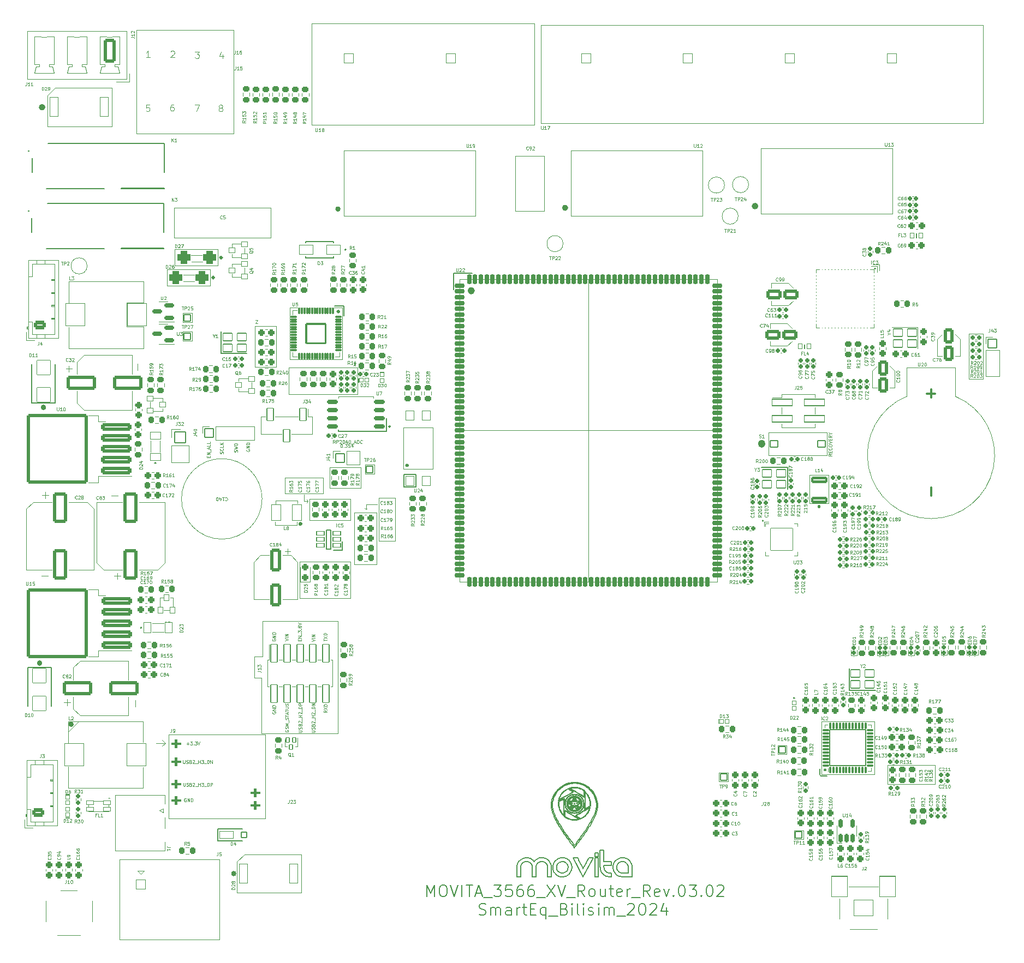
<source format=gto>
G04 #@! TF.GenerationSoftware,KiCad,Pcbnew,8.0.0-rc1*
G04 #@! TF.CreationDate,2024-11-18T12:36:54+03:00*
G04 #@! TF.ProjectId,Movita_3566_XV_Router_V3.2,4d6f7669-7461-45f3-9335-36365f58565f,REV1*
G04 #@! TF.SameCoordinates,Original*
G04 #@! TF.FileFunction,Legend,Top*
G04 #@! TF.FilePolarity,Positive*
%FSLAX46Y46*%
G04 Gerber Fmt 4.6, Leading zero omitted, Abs format (unit mm)*
G04 Created by KiCad (PCBNEW 8.0.0-rc1) date 2024-11-18 12:36:54*
%MOMM*%
%LPD*%
G01*
G04 APERTURE LIST*
G04 Aperture macros list*
%AMRoundRect*
0 Rectangle with rounded corners*
0 $1 Rounding radius*
0 $2 $3 $4 $5 $6 $7 $8 $9 X,Y pos of 4 corners*
0 Add a 4 corners polygon primitive as box body*
4,1,4,$2,$3,$4,$5,$6,$7,$8,$9,$2,$3,0*
0 Add four circle primitives for the rounded corners*
1,1,$1+$1,$2,$3*
1,1,$1+$1,$4,$5*
1,1,$1+$1,$6,$7*
1,1,$1+$1,$8,$9*
0 Add four rect primitives between the rounded corners*
20,1,$1+$1,$2,$3,$4,$5,0*
20,1,$1+$1,$4,$5,$6,$7,0*
20,1,$1+$1,$6,$7,$8,$9,0*
20,1,$1+$1,$8,$9,$2,$3,0*%
%AMFreePoly0*
4,1,25,0.136062,0.486062,0.151000,0.450000,0.151000,-0.350000,0.150020,-0.359950,0.142408,-0.398218,0.134793,-0.416601,0.113116,-0.449044,0.099044,-0.463116,0.066601,-0.484793,0.048218,-0.492408,0.009950,-0.500020,-0.009950,-0.500020,-0.048218,-0.492408,-0.066601,-0.484793,-0.099044,-0.463116,-0.113116,-0.449044,-0.134793,-0.416601,-0.142408,-0.398218,-0.150020,-0.359950,-0.151000,-0.350000,
-0.151000,0.450000,-0.136062,0.486062,-0.100000,0.501000,0.100000,0.501000,0.136062,0.486062,0.136062,0.486062,$1*%
%AMFreePoly1*
4,1,25,0.048218,0.492408,0.066601,0.484793,0.099044,0.463116,0.113116,0.449044,0.134793,0.416601,0.142408,0.398218,0.150020,0.359950,0.151000,0.350000,0.151000,-0.450000,0.136062,-0.486062,0.100000,-0.501000,-0.100000,-0.501000,-0.136062,-0.486062,-0.151000,-0.450000,-0.151000,0.350000,-0.150020,0.359950,-0.142408,0.398218,-0.134793,0.416601,-0.113116,0.449044,-0.099044,0.463116,
-0.066601,0.484793,-0.048218,0.492408,-0.009950,0.500020,0.009950,0.500020,0.048218,0.492408,0.048218,0.492408,$1*%
%AMFreePoly2*
4,1,25,0.171062,0.536062,0.186000,0.500000,0.186000,-0.365000,0.185020,-0.374949,0.174744,-0.426611,0.167129,-0.444997,0.137864,-0.488794,0.123794,-0.502864,0.079997,-0.532129,0.061611,-0.539744,0.009949,-0.550020,-0.009949,-0.550020,-0.061611,-0.539744,-0.079997,-0.532129,-0.123794,-0.502864,-0.137864,-0.488794,-0.167129,-0.444997,-0.174744,-0.426611,-0.185020,-0.374949,-0.186000,-0.365000,
-0.186000,0.500000,-0.171062,0.536062,-0.135000,0.551000,0.135000,0.551000,0.171062,0.536062,0.171062,0.536062,$1*%
%AMFreePoly3*
4,1,13,3.036062,3.036062,3.051000,3.000000,3.051000,-3.000000,3.036062,-3.036062,3.000000,-3.051000,-3.000000,-3.051000,-3.036062,-3.036062,-3.051000,-3.000000,-3.051000,3.000000,-3.036062,3.036062,-3.000000,3.051000,3.000000,3.051000,3.036062,3.036062,3.036062,3.036062,$1*%
G04 Aperture macros list end*
%ADD10C,0.150000*%
%ADD11C,0.120000*%
%ADD12C,0.050000*%
%ADD13C,0.100000*%
%ADD14C,0.200000*%
%ADD15C,0.070000*%
%ADD16C,0.400000*%
%ADD17C,0.300000*%
%ADD18C,0.500000*%
%ADD19C,0.250000*%
%ADD20C,0.600000*%
%ADD21C,0.450000*%
%ADD22C,0.127000*%
%ADD23RoundRect,0.160500X0.160500X0.210500X-0.160500X0.210500X-0.160500X-0.210500X0.160500X-0.210500X0*%
%ADD24RoundRect,0.051000X-0.675000X-0.675000X0.675000X-0.675000X0.675000X0.675000X-0.675000X0.675000X0*%
%ADD25O,1.452000X1.452000*%
%ADD26RoundRect,0.225500X0.225500X0.300500X-0.225500X0.300500X-0.225500X-0.300500X0.225500X-0.300500X0*%
%ADD27RoundRect,0.165500X0.165500X0.195500X-0.165500X0.195500X-0.165500X-0.195500X0.165500X-0.195500X0*%
%ADD28RoundRect,0.160500X0.210500X-0.160500X0.210500X0.160500X-0.210500X0.160500X-0.210500X-0.160500X0*%
%ADD29RoundRect,0.225500X0.300500X-0.225500X0.300500X0.225500X-0.300500X0.225500X-0.300500X-0.225500X0*%
%ADD30C,1.702000*%
%ADD31RoundRect,0.267001X-0.533999X0.958999X-0.533999X-0.958999X0.533999X-0.958999X0.533999X0.958999X0*%
%ADD32C,1.602000*%
%ADD33RoundRect,0.250500X-0.275500X0.250500X-0.275500X-0.250500X0.275500X-0.250500X0.275500X0.250500X0*%
%ADD34RoundRect,0.051000X-0.500000X-0.500000X0.500000X-0.500000X0.500000X0.500000X-0.500000X0.500000X0*%
%ADD35RoundRect,0.225500X-0.300500X0.225500X-0.300500X-0.225500X0.300500X-0.225500X0.300500X0.225500X0*%
%ADD36C,1.483000*%
%ADD37RoundRect,0.250500X-0.250500X-0.275500X0.250500X-0.275500X0.250500X0.275500X-0.250500X0.275500X0*%
%ADD38RoundRect,0.051000X-0.575000X-0.825000X0.575000X-0.825000X0.575000X0.825000X-0.575000X0.825000X0*%
%ADD39RoundRect,0.165500X-0.195500X0.165500X-0.195500X-0.165500X0.195500X-0.165500X0.195500X0.165500X0*%
%ADD40RoundRect,0.088000X0.088000X-0.400500X0.088000X0.400500X-0.088000X0.400500X-0.088000X-0.400500X0*%
%ADD41RoundRect,0.088000X0.400500X-0.088000X0.400500X0.088000X-0.400500X0.088000X-0.400500X-0.088000X0*%
%ADD42RoundRect,0.051000X2.800000X-2.800000X2.800000X2.800000X-2.800000X2.800000X-2.800000X-2.800000X0*%
%ADD43RoundRect,0.051000X-0.650000X-1.500000X0.650000X-1.500000X0.650000X1.500000X-0.650000X1.500000X0*%
%ADD44RoundRect,0.051000X-0.325000X-0.350000X0.325000X-0.350000X0.325000X0.350000X-0.325000X0.350000X0*%
%ADD45RoundRect,0.160500X-0.160500X-0.210500X0.160500X-0.210500X0.160500X0.210500X-0.160500X0.210500X0*%
%ADD46RoundRect,0.250500X0.250500X0.275500X-0.250500X0.275500X-0.250500X-0.275500X0.250500X-0.275500X0*%
%ADD47C,1.302000*%
%ADD48RoundRect,0.051000X0.700000X0.600000X-0.700000X0.600000X-0.700000X-0.600000X0.700000X-0.600000X0*%
%ADD49RoundRect,0.271250X0.654750X-0.379750X0.654750X0.379750X-0.654750X0.379750X-0.654750X-0.379750X0*%
%ADD50O,1.852000X1.302000*%
%ADD51RoundRect,0.225500X-0.225500X-0.300500X0.225500X-0.300500X0.225500X0.300500X-0.225500X0.300500X0*%
%ADD52RoundRect,0.165500X0.195500X-0.165500X0.195500X0.165500X-0.195500X0.165500X-0.195500X-0.165500X0*%
%ADD53RoundRect,0.250500X0.275500X-0.250500X0.275500X0.250500X-0.275500X0.250500X-0.275500X-0.250500X0*%
%ADD54RoundRect,0.051000X0.450000X-0.400000X0.450000X0.400000X-0.450000X0.400000X-0.450000X-0.400000X0*%
%ADD55RoundRect,0.051000X-0.450000X0.400000X-0.450000X-0.400000X0.450000X-0.400000X0.450000X0.400000X0*%
%ADD56C,1.000000*%
%ADD57RoundRect,0.051000X-0.400000X-0.450000X0.400000X-0.450000X0.400000X0.450000X-0.400000X0.450000X0*%
%ADD58RoundRect,0.051000X0.400000X0.450000X-0.400000X0.450000X-0.400000X-0.450000X0.400000X-0.450000X0*%
%ADD59RoundRect,0.160500X-0.210500X0.160500X-0.210500X-0.160500X0.210500X-0.160500X0.210500X0.160500X0*%
%ADD60FreePoly0,90.000000*%
%ADD61FreePoly1,0.000000*%
%ADD62FreePoly0,180.000000*%
%ADD63FreePoly1,90.000000*%
%ADD64FreePoly0,270.000000*%
%ADD65FreePoly0,0.000000*%
%ADD66RoundRect,0.051000X-1.725000X-1.725000X1.725000X-1.725000X1.725000X1.725000X-1.725000X1.725000X0*%
%ADD67RoundRect,0.165500X-0.165500X-0.195500X0.165500X-0.195500X0.165500X0.195500X-0.165500X0.195500X0*%
%ADD68C,3.352000*%
%ADD69RoundRect,0.051000X0.750000X0.750000X-0.750000X0.750000X-0.750000X-0.750000X0.750000X-0.750000X0*%
%ADD70C,2.402000*%
%ADD71C,2.102000*%
%ADD72RoundRect,0.175500X0.613000X0.175500X-0.613000X0.175500X-0.613000X-0.175500X0.613000X-0.175500X0*%
%ADD73RoundRect,0.051000X-0.300000X0.275000X-0.300000X-0.275000X0.300000X-0.275000X0.300000X0.275000X0*%
%ADD74RoundRect,0.051000X-1.250000X1.600000X-1.250000X-1.600000X1.250000X-1.600000X1.250000X1.600000X0*%
%ADD75RoundRect,0.051000X-1.500000X1.250000X-1.500000X-1.250000X1.500000X-1.250000X1.500000X1.250000X0*%
%ADD76RoundRect,0.244250X0.281750X-0.244250X0.281750X0.244250X-0.281750X0.244250X-0.281750X-0.244250X0*%
%ADD77RoundRect,0.150500X0.200500X-0.150500X0.200500X0.150500X-0.200500X0.150500X-0.200500X-0.150500X0*%
%ADD78RoundRect,0.075500X-0.075500X0.450500X-0.075500X-0.450500X0.075500X-0.450500X0.075500X0.450500X0*%
%ADD79RoundRect,0.075500X-0.450500X0.075500X-0.450500X-0.075500X0.450500X-0.075500X0.450500X0.075500X0*%
%ADD80RoundRect,0.148590X-1.502410X1.502410X-1.502410X-1.502410X1.502410X-1.502410X1.502410X1.502410X0*%
%ADD81RoundRect,0.525500X-0.525500X-0.525500X0.525500X-0.525500X0.525500X0.525500X-0.525500X0.525500X0*%
%ADD82RoundRect,0.525500X0.525500X0.525500X-0.525500X0.525500X-0.525500X-0.525500X0.525500X-0.525500X0*%
%ADD83RoundRect,0.051000X1.085000X-0.560000X1.085000X0.560000X-1.085000X0.560000X-1.085000X-0.560000X0*%
%ADD84RoundRect,0.051000X0.425000X-0.425000X0.425000X0.425000X-0.425000X0.425000X-0.425000X-0.425000X0*%
%ADD85RoundRect,0.244250X-0.281750X0.244250X-0.281750X-0.244250X0.281750X-0.244250X0.281750X0.244250X0*%
%ADD86C,1.752000*%
%ADD87FreePoly2,0.000000*%
%ADD88FreePoly2,90.000000*%
%ADD89FreePoly2,180.000000*%
%ADD90FreePoly2,270.000000*%
%ADD91FreePoly3,0.000000*%
%ADD92RoundRect,0.051000X-0.850000X-0.850000X0.850000X-0.850000X0.850000X0.850000X-0.850000X0.850000X0*%
%ADD93O,1.802000X1.802000*%
%ADD94RoundRect,0.051000X0.675000X-0.675000X0.675000X0.675000X-0.675000X0.675000X-0.675000X-0.675000X0*%
%ADD95RoundRect,0.051000X-0.250000X0.350000X-0.250000X-0.350000X0.250000X-0.350000X0.250000X0.350000X0*%
%ADD96RoundRect,0.262144X0.838856X-2.088856X0.838856X2.088856X-0.838856X2.088856X-0.838856X-2.088856X0*%
%ADD97C,2.352000*%
%ADD98RoundRect,0.051000X0.500000X-1.375000X0.500000X1.375000X-0.500000X1.375000X-0.500000X-1.375000X0*%
%ADD99RoundRect,0.262144X-2.038856X-0.838856X2.038856X-0.838856X2.038856X0.838856X-2.038856X0.838856X0*%
%ADD100RoundRect,0.051000X-0.275000X-0.300000X0.275000X-0.300000X0.275000X0.300000X-0.275000X0.300000X0*%
%ADD101RoundRect,0.051000X0.325000X0.350000X-0.325000X0.350000X-0.325000X-0.350000X0.325000X-0.350000X0*%
%ADD102RoundRect,0.262144X-0.838856X2.088856X-0.838856X-2.088856X0.838856X-2.088856X0.838856X2.088856X0*%
%ADD103RoundRect,0.267001X0.958999X0.533999X-0.958999X0.533999X-0.958999X-0.533999X0.958999X-0.533999X0*%
%ADD104RoundRect,0.051000X-0.625000X0.750000X-0.625000X-0.750000X0.625000X-0.750000X0.625000X0.750000X0*%
%ADD105RoundRect,0.051000X-0.700000X-0.600000X0.700000X-0.600000X0.700000X0.600000X-0.700000X0.600000X0*%
%ADD106RoundRect,0.265938X-0.585062X1.535062X-0.585062X-1.535062X0.585062X-1.535062X0.585062X1.535062X0*%
%ADD107RoundRect,0.273182X2.077818X0.327818X-2.077818X0.327818X-2.077818X-0.327818X2.077818X-0.327818X0*%
%ADD108RoundRect,0.252715X4.498285X5.198285X-4.498285X5.198285X-4.498285X-5.198285X4.498285X-5.198285X0*%
%ADD109RoundRect,0.200400X1.100600X-0.300600X1.100600X0.300600X-1.100600X0.300600X-1.100600X-0.300600X0*%
%ADD110C,2.602000*%
%ADD111RoundRect,0.051000X-0.525000X0.300000X-0.525000X-0.300000X0.525000X-0.300000X0.525000X0.300000X0*%
%ADD112O,2.102000X2.102000*%
%ADD113C,1.002000*%
%ADD114C,6.302000*%
%ADD115RoundRect,0.175500X0.175500X-0.538000X0.175500X0.538000X-0.175500X0.538000X-0.175500X-0.538000X0*%
%ADD116RoundRect,0.051000X1.500000X1.750000X-1.500000X1.750000X-1.500000X-1.750000X1.500000X-1.750000X0*%
%ADD117RoundRect,0.051000X0.500000X0.500000X-0.500000X0.500000X-0.500000X-0.500000X0.500000X-0.500000X0*%
%ADD118RoundRect,0.175500X0.675500X0.175500X-0.675500X0.175500X-0.675500X-0.175500X0.675500X-0.175500X0*%
%ADD119RoundRect,0.264167X0.686833X1.586833X-0.686833X1.586833X-0.686833X-1.586833X0.686833X-1.586833X0*%
%ADD120O,1.902000X3.702000*%
%ADD121RoundRect,0.051000X-0.750000X1.250000X-0.750000X-1.250000X0.750000X-1.250000X0.750000X1.250000X0*%
%ADD122RoundRect,0.150500X-0.650500X-0.150500X0.650500X-0.150500X0.650500X0.150500X-0.650500X0.150500X0*%
%ADD123RoundRect,0.150500X0.150500X-0.650500X0.150500X0.650500X-0.150500X0.650500X-0.150500X-0.650500X0*%
%ADD124RoundRect,0.150500X0.650500X0.150500X-0.650500X0.150500X-0.650500X-0.150500X0.650500X-0.150500X0*%
%ADD125RoundRect,0.150500X-0.150500X0.650500X-0.150500X-0.650500X0.150500X-0.650500X0.150500X0.650500X0*%
%ADD126RoundRect,0.051000X-0.500000X0.950000X-0.500000X-0.950000X0.500000X-0.950000X0.500000X0.950000X0*%
%ADD127C,3.302000*%
%ADD128RoundRect,0.051000X-0.750000X-0.750000X0.750000X-0.750000X0.750000X0.750000X-0.750000X0.750000X0*%
%ADD129RoundRect,0.051000X0.500000X-0.500000X0.500000X0.500000X-0.500000X0.500000X-0.500000X-0.500000X0*%
%ADD130RoundRect,0.051000X-0.600000X-0.500000X0.600000X-0.500000X0.600000X0.500000X-0.600000X0.500000X0*%
%ADD131RoundRect,0.051000X-1.575000X-0.500000X1.575000X-0.500000X1.575000X0.500000X-1.575000X0.500000X0*%
%ADD132RoundRect,0.051000X-0.600000X0.300000X-0.600000X-0.300000X0.600000X-0.300000X0.600000X0.300000X0*%
%ADD133RoundRect,0.539231X-0.211769X-0.161769X0.211769X-0.161769X0.211769X0.161769X-0.211769X0.161769X0*%
%ADD134RoundRect,0.051000X1.025000X1.125000X-1.025000X1.125000X-1.025000X-1.125000X1.025000X-1.125000X0*%
%ADD135RoundRect,0.051000X1.060000X0.750000X-1.060000X0.750000X-1.060000X-0.750000X1.060000X-0.750000X0*%
%ADD136RoundRect,0.051000X0.300000X-0.275000X0.300000X0.275000X-0.300000X0.275000X-0.300000X-0.275000X0*%
%ADD137C,1.902000*%
%ADD138RoundRect,0.051000X-1.025000X-1.125000X1.025000X-1.125000X1.025000X1.125000X-1.025000X1.125000X0*%
%ADD139RoundRect,0.051000X0.825000X-0.575000X0.825000X0.575000X-0.825000X0.575000X-0.825000X-0.575000X0*%
%ADD140RoundRect,0.051000X-1.500000X-1.750000X1.500000X-1.750000X1.500000X1.750000X-1.500000X1.750000X0*%
%ADD141C,1.202000*%
%ADD142O,3.302000X2.102000*%
%ADD143O,1.402000X2.202000*%
%ADD144O,1.402000X2.702000*%
%ADD145C,1.626000*%
%ADD146C,1.102000*%
G04 APERTURE END LIST*
D10*
X133904648Y-155847627D02*
X133891388Y-155690321D01*
X133851622Y-155541766D01*
X133835395Y-155500941D01*
X136242244Y-157313518D02*
X134703578Y-154342078D01*
X133931813Y-143634046D02*
X134770232Y-144159189D01*
X127453393Y-154943057D02*
X127296052Y-154956303D01*
X127147567Y-154996070D01*
X127106749Y-155012310D01*
X134769501Y-146226506D02*
G75*
G02*
X134661501Y-146226506I-54000J0D01*
G01*
X134661501Y-146226506D02*
G75*
G02*
X134769501Y-146226506I54000J0D01*
G01*
X131643223Y-156422069D02*
X131587309Y-156267197D01*
X131549717Y-156107104D01*
X131530424Y-155941762D01*
X131527605Y-155847627D01*
X134137090Y-146736496D02*
G75*
G02*
X133833474Y-145802135I757010J762496D01*
G01*
X140653584Y-154949596D02*
X140653584Y-155537286D01*
X135282969Y-146924037D02*
G75*
G02*
X134486715Y-146924070I-398169J997437D01*
G01*
X134680258Y-145687049D02*
X133938753Y-145502172D01*
X138619580Y-154355325D02*
X138619580Y-157320100D01*
X138619580Y-153600245D02*
X138619580Y-154160267D01*
X136546852Y-146718961D02*
X136550683Y-146539136D01*
X136554320Y-146368438D01*
X136558375Y-146178097D01*
X136562637Y-145978073D01*
X136566893Y-145778328D01*
X136570931Y-145588824D01*
X136574538Y-145419520D01*
X136578311Y-145242424D01*
X136580729Y-145128973D01*
X134125069Y-146642512D02*
X134453283Y-146117259D01*
X127106749Y-155012310D02*
X126972799Y-155083049D01*
X126846185Y-155181297D01*
X126822944Y-155203721D01*
X133870512Y-145595806D02*
X134542274Y-145814075D01*
X134208830Y-146842686D02*
X134624002Y-146271250D01*
X138877352Y-153166657D02*
X139465041Y-153166657D01*
X131960062Y-154801070D02*
X132078836Y-154694569D01*
X132208572Y-154601640D01*
X132349271Y-154522267D01*
X132432175Y-154484022D01*
X125974381Y-155834338D02*
X125981599Y-155681906D01*
X126006989Y-155516795D01*
X126050686Y-155358439D01*
X126089999Y-155256625D01*
X134966086Y-152354565D02*
X135069044Y-152214060D01*
X135172279Y-152073748D01*
X135275720Y-151933579D01*
X135379294Y-151793501D01*
X135482929Y-151653463D01*
X135586552Y-151513413D01*
X135690091Y-151373301D01*
X135793474Y-151233074D01*
X135896628Y-151092683D01*
X135999482Y-150952076D01*
X136101963Y-150811201D01*
X136203999Y-150670007D01*
X136305517Y-150528443D01*
X136406445Y-150386458D01*
X136506711Y-150244001D01*
X136606243Y-150101021D01*
X134921818Y-145565072D02*
X134890152Y-145565072D01*
X138877352Y-155834338D02*
X138877352Y-153166657D01*
X135390925Y-142714405D02*
X135098658Y-142686703D01*
X134809255Y-142682277D01*
X134523781Y-142700569D01*
X134243305Y-142741021D01*
X133968890Y-142803078D01*
X133701605Y-142886182D01*
X133442516Y-142989776D01*
X133192689Y-143113303D01*
X132953190Y-143256205D01*
X132725085Y-143417927D01*
X132509442Y-143597910D01*
X132307326Y-143795598D01*
X132119805Y-144010434D01*
X131947943Y-144241861D01*
X131792809Y-144489321D01*
X131655468Y-144752259D01*
X140653584Y-156732368D02*
X140653584Y-157320100D01*
X134056612Y-156897453D02*
X133936468Y-157005591D01*
X133806468Y-157099598D01*
X133666545Y-157179467D01*
X133584498Y-157217729D01*
X130728634Y-155834338D02*
X130715360Y-155677066D01*
X130675495Y-155528518D01*
X130659213Y-155487693D01*
X134393627Y-146941647D02*
X134884848Y-146356233D01*
X136242244Y-156039038D02*
X136313820Y-155900818D01*
X136385003Y-155763610D01*
X136461983Y-155615421D01*
X136470000Y-155600000D01*
X134951818Y-145595072D02*
X134860152Y-145595072D01*
X134658805Y-144158369D02*
X134501157Y-144244962D01*
X134351509Y-144327162D01*
X134184641Y-144418820D01*
X134009285Y-144515141D01*
X133834173Y-144611328D01*
X133668038Y-144702583D01*
X133519614Y-144784111D01*
X133364357Y-144869391D01*
X133264897Y-144924024D01*
X132432175Y-157217729D02*
X132285385Y-157145715D01*
X132149558Y-157059562D01*
X132024694Y-156959274D01*
X131960062Y-156897453D01*
D11*
X52790000Y-98590000D02*
X52790000Y-97590000D01*
D10*
X133257567Y-147853953D02*
X133143797Y-147745395D01*
X133036158Y-147629386D01*
X132935087Y-147505986D01*
X132841018Y-147375257D01*
X132754387Y-147237261D01*
X132727238Y-147189659D01*
X143823058Y-155834338D02*
X143823058Y-157320100D01*
D11*
X93540000Y-98980000D02*
X93380000Y-99220000D01*
X102560000Y-100250000D02*
X102780000Y-100110000D01*
D10*
X134453283Y-146117259D02*
X133879018Y-145885241D01*
X133006618Y-157333347D02*
X132838421Y-157324210D01*
X132675396Y-157296787D01*
X132517582Y-157251055D01*
X132432175Y-157217729D01*
X135158217Y-146280917D02*
X135573389Y-146852352D01*
X134884848Y-146449575D02*
X134486728Y-146924036D01*
X133584498Y-154484022D02*
X133729962Y-154555872D01*
X133865467Y-154641267D01*
X133991078Y-154740226D01*
X134056612Y-154801070D01*
X131200748Y-155256625D02*
X131256588Y-155410473D01*
X131294199Y-155571081D01*
X131313536Y-155738443D01*
X131316366Y-155834338D01*
X133889773Y-145633608D02*
X134504472Y-145833336D01*
X133643942Y-155217010D02*
X133528755Y-155120252D01*
X133397284Y-155043708D01*
X133356742Y-155025557D01*
X135376069Y-146941646D02*
G75*
G02*
X134393627Y-146941646I-491221J955449D01*
G01*
X134542057Y-146088415D02*
X134137090Y-146736497D01*
X132369462Y-156484783D02*
X132484524Y-156581603D01*
X132616064Y-156658174D01*
X132656662Y-156676362D01*
X134770232Y-144159189D02*
X133271558Y-144982390D01*
X132478616Y-145674734D02*
X132628782Y-145595094D01*
X132789313Y-145509957D01*
X132937328Y-145431458D01*
X133081790Y-145354843D01*
X133228675Y-145276943D01*
X133248617Y-145266368D01*
X134919914Y-143491023D02*
X135071958Y-143497886D01*
X135221644Y-143513426D01*
X135416914Y-143547200D01*
X135606452Y-143595335D01*
X135789377Y-143657222D01*
X135964812Y-143732254D01*
X136131875Y-143819823D01*
X136289689Y-143919321D01*
X136364852Y-143973354D01*
X134223585Y-143575679D02*
X134371128Y-143541380D01*
X134521552Y-143515657D01*
X134674617Y-143498815D01*
X134830086Y-143491158D01*
X134919914Y-143491023D01*
X134890152Y-144918739D02*
X134921818Y-144918739D01*
D11*
X102560000Y-99530000D02*
X102560000Y-100250000D01*
D10*
X132369462Y-155217010D02*
X132266565Y-155340315D01*
X132191467Y-155470984D01*
X132178009Y-155500941D01*
X141769561Y-154470775D02*
X141924433Y-154414966D01*
X142084526Y-154377423D01*
X142249868Y-154358143D01*
X142344004Y-154355325D01*
X138038430Y-157320100D02*
X138038430Y-154355325D01*
X136364852Y-143973354D02*
X136358738Y-144143220D01*
X136352203Y-144324813D01*
X136346178Y-144492248D01*
X136340297Y-144655663D01*
X136334318Y-144821819D01*
X136333507Y-144844377D01*
X136955361Y-154655814D02*
X137028024Y-154514145D01*
X137100735Y-154377578D01*
X137120445Y-154342078D01*
X135573389Y-146852352D02*
X135499229Y-146906232D01*
X126562112Y-157320100D02*
X125974381Y-157320100D01*
X134666966Y-145887698D02*
G75*
G02*
X134558966Y-145887698I-54000J0D01*
G01*
X134558966Y-145887698D02*
G75*
G02*
X134666966Y-145887698I54000J0D01*
G01*
X135126927Y-144993677D02*
G75*
G02*
X135771117Y-145461684I-264427J-1041323D01*
G01*
D11*
X86380000Y-126440000D02*
X85210000Y-126440000D01*
D10*
X134951818Y-144888739D02*
X134951818Y-145595072D01*
X136976513Y-147276830D02*
X136894546Y-147405072D01*
X136806245Y-147526934D01*
X136679361Y-147679156D01*
X136542906Y-147819233D01*
X136397847Y-147946708D01*
X136245150Y-148061123D01*
X136085781Y-148162019D01*
X135920707Y-148248941D01*
X135836333Y-148287018D01*
X131960062Y-156897453D02*
X131853565Y-156777137D01*
X131760669Y-156646363D01*
X131681384Y-156505096D01*
X131643223Y-156422069D01*
X134928578Y-143431204D02*
X135087160Y-143438563D01*
X135243158Y-143455354D01*
X135396149Y-143481288D01*
X135545713Y-143516071D01*
X135691427Y-143559413D01*
X135832870Y-143611023D01*
X136014089Y-143692193D01*
X136185968Y-143786852D01*
X136347507Y-143894309D01*
X136424088Y-143952622D01*
D11*
X90010000Y-95330000D02*
X95880000Y-95330000D01*
X95880000Y-97840000D01*
X90010000Y-97840000D01*
X90010000Y-95330000D01*
D10*
X137787240Y-154342078D02*
X136242244Y-157313518D01*
X136491585Y-147058705D02*
X136623870Y-146984317D01*
X136759522Y-146908037D01*
X136915110Y-146820546D01*
X137070832Y-146732980D01*
X137206885Y-146656474D01*
X137251363Y-146631464D01*
D11*
X93540000Y-98980000D02*
X93390000Y-98770000D01*
D10*
X128939155Y-157320100D02*
X128351424Y-157320100D01*
X135170131Y-145611534D02*
X135771098Y-145461696D01*
X138038430Y-154355325D02*
X138619580Y-154355325D01*
X135364000Y-154342078D02*
X135437009Y-154482788D01*
X135510478Y-154623981D01*
X135575240Y-154748166D01*
D12*
X196110000Y-73010000D02*
X198230000Y-73010000D01*
X198230000Y-80060000D01*
X196110000Y-80060000D01*
X196110000Y-73010000D01*
D10*
X134542274Y-145814075D02*
X134513948Y-145901255D01*
X128351424Y-157320100D02*
X128351424Y-155834338D01*
D11*
X52290000Y-98090000D02*
X53290000Y-98090000D01*
D10*
X133006618Y-154956136D02*
X132848672Y-154969410D01*
X132698241Y-155009274D01*
X132656662Y-155025557D01*
X138038430Y-154355325D02*
X138619580Y-154355325D01*
X135225290Y-145899163D02*
G75*
G02*
X135147290Y-145899163I-39000J0D01*
G01*
X135147290Y-145899163D02*
G75*
G02*
X135225290Y-145899163I39000J0D01*
G01*
X140858284Y-155834338D02*
X140865502Y-155681906D01*
X140890892Y-155516795D01*
X140934589Y-155358439D01*
X140973902Y-155256625D01*
X138619580Y-154160267D02*
X138038430Y-154160267D01*
X134819931Y-147931137D02*
X134950494Y-148008505D01*
X135084381Y-148087843D01*
X135237944Y-148178841D01*
X135391640Y-148269917D01*
X135525922Y-148349489D01*
X135569821Y-148375503D01*
X133248617Y-145266368D02*
X133244785Y-145446191D01*
X133241148Y-145616889D01*
X133237093Y-145807231D01*
X133232831Y-146007255D01*
X133228575Y-146207000D01*
X133224537Y-146396504D01*
X133220930Y-146565807D01*
X133217157Y-146742904D01*
X133214740Y-146856356D01*
X137023985Y-147314243D02*
X136938320Y-147447900D01*
X136845779Y-147574602D01*
X136746825Y-147694129D01*
X136641920Y-147806263D01*
X136531527Y-147910784D01*
X136416111Y-148007473D01*
X136255206Y-148123828D01*
X136087289Y-148225350D01*
X135913459Y-148311519D01*
X135824669Y-148348684D01*
X136537902Y-144131376D02*
X136651671Y-144239932D01*
X136759310Y-144355942D01*
X136860381Y-144479342D01*
X136954450Y-144610071D01*
X137041081Y-144748067D01*
X137068231Y-144795670D01*
X134504472Y-145833336D02*
X134494687Y-145863452D01*
D11*
X92980000Y-98980000D02*
X93540000Y-98980000D01*
D10*
X135061958Y-144924706D02*
G75*
G02*
X135856788Y-145502164I-164158J-1061694D01*
G01*
X141445973Y-155834338D02*
X141459236Y-155992406D01*
X141499027Y-156142769D01*
X141515269Y-156184294D01*
X133271558Y-144982390D02*
X132422366Y-145459912D01*
X138038430Y-157320100D02*
X138038430Y-154355325D01*
X140013158Y-156663115D02*
X140161287Y-156710450D01*
X140317145Y-156731285D01*
X140363072Y-156732368D01*
X133584498Y-157217729D02*
X133430652Y-157273642D01*
X133270029Y-157311234D01*
X133102593Y-157330527D01*
X133006618Y-157333347D01*
X133459899Y-147106805D02*
X133613715Y-147200034D01*
X133759726Y-147288533D01*
X133922538Y-147387216D01*
X134093633Y-147490919D01*
X134264490Y-147594477D01*
X134426587Y-147692726D01*
X134571404Y-147780501D01*
X134722887Y-147872317D01*
X134819931Y-147931137D01*
X128642103Y-154956136D02*
X128751009Y-154824723D01*
X128873129Y-154707770D01*
X129008485Y-154605239D01*
X129137799Y-154527330D01*
X129157102Y-154517098D01*
D11*
X64020000Y-111130000D02*
X64020000Y-110130000D01*
X104510000Y-98490000D02*
X107090000Y-98490000D01*
X107090000Y-105200000D01*
X104510000Y-105200000D01*
X104510000Y-98490000D01*
D10*
X135920619Y-145679366D02*
X135305920Y-145879094D01*
X138619580Y-154355325D02*
X138619580Y-157320100D01*
X139313246Y-156884331D02*
X139205107Y-156763991D01*
X139111100Y-156633160D01*
X139031231Y-156491833D01*
X138992970Y-156408780D01*
X142344004Y-154355325D02*
X142496483Y-154362540D01*
X142661650Y-154387908D01*
X142820005Y-154431540D01*
X142921758Y-154470775D01*
D11*
X92980000Y-98690000D02*
X92980000Y-98980000D01*
D10*
X141994090Y-156663115D02*
X142142219Y-156710450D01*
X142298077Y-156731285D01*
X142344004Y-156732368D01*
D11*
X56490000Y-78960000D02*
X56490000Y-77960000D01*
D10*
X131655468Y-144752259D02*
X131566441Y-144952856D01*
X131488817Y-145155301D01*
X131423185Y-145359595D01*
X131370134Y-145565738D01*
X131330252Y-145773731D01*
X131304128Y-145983573D01*
X131292349Y-146195266D01*
X131295506Y-146408809D01*
X131314187Y-146624203D01*
X131348980Y-146841450D01*
X131381418Y-146987310D01*
X133835395Y-155500941D02*
X133764634Y-155367049D01*
X133666375Y-155240287D01*
X133643942Y-155217010D01*
X133879988Y-145663725D02*
X133889773Y-145633608D01*
X134624002Y-146271250D02*
X134698162Y-146325130D01*
X142974620Y-155203721D02*
X142851315Y-155100845D01*
X142720646Y-155025758D01*
X142690690Y-155012310D01*
X129008576Y-155487693D02*
X128961085Y-155633729D01*
X128940236Y-155788519D01*
X128939155Y-155834338D01*
X135004362Y-145986418D02*
G75*
G02*
X134791162Y-145986418I-106600J0D01*
G01*
X134791162Y-145986418D02*
G75*
G02*
X135004362Y-145986418I106600J0D01*
G01*
D11*
X55990000Y-78460000D02*
X56990000Y-78460000D01*
D10*
X132727238Y-147189659D02*
X132654319Y-147048642D01*
X132590862Y-146905148D01*
X132536826Y-146759687D01*
X132492167Y-146612770D01*
X132456845Y-146464907D01*
X132430819Y-146316609D01*
X132410504Y-146119083D01*
X132406542Y-145922903D01*
X132418833Y-145729276D01*
X132431043Y-145633800D01*
X142344004Y-154943057D02*
X142185969Y-154956303D01*
X142035614Y-154996070D01*
X141994090Y-155012310D01*
X133842185Y-145682986D02*
X133870512Y-145595806D01*
X139465041Y-153166657D02*
X139465041Y-154949596D01*
X141769561Y-157204482D02*
X141622422Y-157132471D01*
X141485782Y-157046337D01*
X141359674Y-156946102D01*
X141294178Y-156884331D01*
D11*
X64050000Y-98150000D02*
X63050000Y-98150000D01*
D10*
X139465041Y-155537286D02*
X139465041Y-155834338D01*
X126562112Y-155834338D02*
X126562112Y-157320100D01*
X139465041Y-154949596D02*
X140653584Y-154949596D01*
X135296135Y-145848977D02*
X135910834Y-145649250D01*
X130408358Y-154470775D02*
X130553825Y-154542616D01*
X130689358Y-154627996D01*
X130814952Y-154726940D01*
X130880430Y-154787782D01*
X136424088Y-143952622D02*
X136388510Y-144941286D01*
X130728634Y-157320100D02*
X130728634Y-155834338D01*
X128939155Y-155834338D02*
X128939155Y-157320100D01*
X132431043Y-145633800D02*
X133305041Y-145170280D01*
X137982591Y-147660929D02*
X138059386Y-147473816D01*
X138127874Y-147285781D01*
X138187287Y-147096642D01*
X138236857Y-146906218D01*
X138275813Y-146714330D01*
X138303390Y-146520796D01*
X138318816Y-146325437D01*
X138321325Y-146128071D01*
X138310148Y-145928518D01*
X138284516Y-145726597D01*
X138259018Y-145590580D01*
D11*
X92260000Y-108400000D02*
X100160000Y-108400000D01*
X100160000Y-114080000D01*
X92260000Y-114080000D01*
X92260000Y-108400000D01*
X86370000Y-129950000D02*
X86380000Y-126440000D01*
D10*
X135575240Y-154748166D02*
X135649522Y-154891257D01*
X135723791Y-155035592D01*
X135798131Y-155181165D01*
X135813015Y-155210428D01*
X135836333Y-148287018D02*
X135692279Y-148196790D01*
X135538283Y-148100333D01*
X135396293Y-148011398D01*
X135257712Y-147924598D01*
X135116806Y-147836341D01*
X135097677Y-147824360D01*
X130180560Y-155012310D02*
X130032302Y-154964957D01*
X129876489Y-154944137D01*
X129830604Y-154943057D01*
X140363072Y-157320100D02*
X140213238Y-157312881D01*
X140049648Y-157287491D01*
X139891298Y-157243794D01*
X139788629Y-157204482D01*
X131821849Y-144775092D02*
X131737061Y-144966136D01*
X131663134Y-145158941D01*
X131600627Y-145353507D01*
X131550102Y-145549834D01*
X131512119Y-145747922D01*
X131487239Y-145947771D01*
X131476022Y-146149383D01*
X131479029Y-146352758D01*
X131496820Y-146557896D01*
X131529956Y-146764797D01*
X131560849Y-146903711D01*
X138124248Y-147782388D02*
X138204882Y-147585920D01*
X138276795Y-147388483D01*
X138339179Y-147189887D01*
X138391226Y-146989942D01*
X138432131Y-146788459D01*
X138461086Y-146585249D01*
X138477284Y-146380121D01*
X138479918Y-146172887D01*
X138468181Y-145963357D01*
X138441268Y-145751340D01*
X138414495Y-145608522D01*
X133428554Y-147977828D02*
X133434667Y-147807960D01*
X133441202Y-147626367D01*
X133447227Y-147458932D01*
X133453108Y-147295518D01*
X133459087Y-147129362D01*
X133459899Y-147106805D01*
X134494687Y-145863452D02*
X133879988Y-145663725D01*
X136724167Y-155108099D02*
X136793181Y-154973499D01*
X136866179Y-154830725D01*
X136935348Y-154695103D01*
X136955361Y-154655814D01*
X135856771Y-145502172D02*
X135115266Y-145687049D01*
X134893899Y-152440544D02*
X134966086Y-152354565D01*
X138992970Y-156408780D02*
X138937055Y-156253926D01*
X138899463Y-156093828D01*
X138880171Y-155928475D01*
X138877352Y-155834338D01*
X132656662Y-155025557D02*
X132520429Y-155096317D01*
X132400650Y-155187304D01*
X132369462Y-155217010D01*
X135954043Y-145826703D02*
G75*
G02*
X135650445Y-146761054I-1060543J-171897D01*
G01*
X135379427Y-142834278D02*
X135101077Y-142807895D01*
X134825455Y-142803680D01*
X134553576Y-142821101D01*
X134286455Y-142859627D01*
X134025108Y-142918729D01*
X133770551Y-142997876D01*
X133523799Y-143096537D01*
X133285869Y-143214181D01*
X133057774Y-143350279D01*
X132840532Y-143504299D01*
X132635157Y-143675712D01*
X132442666Y-143863986D01*
X132264074Y-144068592D01*
X132100397Y-144288998D01*
X131952650Y-144524675D01*
X131821849Y-144775092D01*
X134973476Y-144020045D02*
X134842912Y-143942676D01*
X134709025Y-143863338D01*
X134555461Y-143772340D01*
X134401766Y-143681264D01*
X134267484Y-143601692D01*
X134223585Y-143575679D01*
X138619580Y-157320100D02*
X138038430Y-157320100D01*
X134026471Y-151293630D02*
X134132177Y-151436849D01*
X134238837Y-151579549D01*
X134346363Y-151722008D01*
X134454666Y-151864508D01*
X134563659Y-152007331D01*
X134673254Y-152150757D01*
X134783363Y-152295068D01*
X134893899Y-152440544D01*
D11*
X85350000Y-71830000D02*
X88620000Y-71830000D01*
X88620000Y-78180000D01*
X85350000Y-78180000D01*
X85350000Y-71830000D01*
D10*
X135305920Y-145879094D02*
X135296135Y-145848977D01*
X131926612Y-148369707D02*
X132036557Y-148583142D01*
X132149524Y-148794591D01*
X132265372Y-149004143D01*
X132383963Y-149211889D01*
X132505157Y-149417919D01*
X132628816Y-149622322D01*
X132754799Y-149825189D01*
X132882969Y-150026610D01*
X133013185Y-150226675D01*
X133145309Y-150425473D01*
X133279201Y-150623096D01*
X133414723Y-150819633D01*
X133551735Y-151015174D01*
X133690098Y-151209810D01*
X133829673Y-151403629D01*
X133970321Y-151596724D01*
D11*
X98200000Y-117640000D02*
X98200000Y-135090000D01*
D10*
X126878951Y-154470775D02*
X127033851Y-154414966D01*
X127193985Y-154377423D01*
X127359314Y-154358143D01*
X127453393Y-154355325D01*
X131560849Y-146903711D02*
X131607267Y-147075694D01*
X131660259Y-147245101D01*
X131719179Y-147412160D01*
X131783380Y-147577102D01*
X131852217Y-147740156D01*
X131925043Y-147901550D01*
X132001213Y-148061515D01*
X132080081Y-148220280D01*
X141515269Y-156184294D02*
X141586091Y-156320595D01*
X141677105Y-156440312D01*
X141706847Y-156471494D01*
X136086200Y-145986418D02*
G75*
G02*
X133709324Y-145986418I-1188438J0D01*
G01*
X133709324Y-145986418D02*
G75*
G02*
X136086200Y-145986418I1188438J0D01*
G01*
X135245486Y-146112979D02*
X135954044Y-145826703D01*
D11*
X85210000Y-126440000D02*
X85210000Y-123090000D01*
D10*
X127453393Y-154355325D02*
X127612229Y-154363059D01*
X127765047Y-154386271D01*
X127911847Y-154424970D01*
X128052629Y-154479166D01*
X128130375Y-154517098D01*
X137334116Y-146522817D02*
X137296987Y-146675623D01*
X137250339Y-146826845D01*
X137194007Y-146976075D01*
X137127827Y-147122906D01*
X137051635Y-147266929D01*
X137023985Y-147314243D01*
X135108907Y-146233861D02*
G75*
G02*
X135030907Y-146233861I-39000J0D01*
G01*
X135030907Y-146233861D02*
G75*
G02*
X135108907Y-146233861I39000J0D01*
G01*
X134864828Y-148519978D02*
X134706245Y-148512618D01*
X134550247Y-148495827D01*
X134397256Y-148469893D01*
X134247693Y-148435110D01*
X134101979Y-148391768D01*
X133960536Y-148340158D01*
X133779316Y-148258988D01*
X133607437Y-148164329D01*
X133445898Y-148056872D01*
X133369318Y-147998560D01*
X134881120Y-152800985D02*
X134956917Y-152710706D01*
X134056612Y-154801070D02*
X134164674Y-154919577D01*
X134258671Y-155048521D01*
X134338602Y-155187913D01*
X134376930Y-155269872D01*
X141294178Y-154787782D02*
X141414419Y-154681288D01*
X141545212Y-154588376D01*
X141686523Y-154509017D01*
X141769561Y-154470775D01*
X136679082Y-150344485D02*
X136782982Y-150192754D01*
X136885345Y-150040023D01*
X136986112Y-149886267D01*
X137085225Y-149731460D01*
X137182624Y-149575576D01*
X137278252Y-149418589D01*
X137372050Y-149260473D01*
X137463959Y-149101203D01*
X137553922Y-148940752D01*
X137641880Y-148779096D01*
X137727774Y-148616208D01*
X137811546Y-148452062D01*
X137893138Y-148286633D01*
X137972491Y-148119895D01*
X138049547Y-147951821D01*
X138124248Y-147782388D01*
X137012095Y-144818076D02*
X137082173Y-144953181D01*
X137143557Y-145090583D01*
X137211943Y-145276579D01*
X137265026Y-145464791D01*
X137302893Y-145654153D01*
X137325631Y-145843600D01*
X137333325Y-146032066D01*
X137326064Y-146218485D01*
X137316853Y-146310594D01*
X134250734Y-146836049D02*
X134630639Y-146313154D01*
X134376930Y-156422069D02*
X134304814Y-156569179D01*
X134218631Y-156705779D01*
X134118383Y-156831900D01*
X134056612Y-156897453D01*
X134733566Y-144924706D02*
X134680258Y-145687049D01*
X134024424Y-145461696D02*
X134625393Y-145611534D01*
X137120445Y-154342078D02*
X137787240Y-154342078D01*
X134942938Y-145685049D02*
G75*
G02*
X134864938Y-145685049I-39000J0D01*
G01*
X134864938Y-145685049D02*
G75*
G02*
X134942938Y-145685049I39000J0D01*
G01*
X135813015Y-155210428D02*
X135886882Y-155355313D01*
X135960167Y-155496998D01*
X136032879Y-155635454D01*
X136047353Y-155662755D01*
X136484924Y-147000339D02*
X137334116Y-146522817D01*
X135958421Y-145698627D02*
X135286659Y-145916896D01*
X131527605Y-155847627D02*
X131534823Y-155695147D01*
X131560213Y-155529979D01*
X131603910Y-155371624D01*
X131643223Y-155269872D01*
X137316853Y-146310594D02*
X137166686Y-146390233D01*
X137006154Y-146475371D01*
X136858139Y-146553870D01*
X136713678Y-146630485D01*
X136566793Y-146708385D01*
X136546852Y-146718961D01*
X135531485Y-146845715D02*
X135505866Y-146864328D01*
X133214740Y-146856356D02*
X133213018Y-147008111D01*
X133211253Y-147163730D01*
X133209228Y-147342219D01*
X133207202Y-147520861D01*
X133205431Y-147676938D01*
X133204853Y-147727963D01*
X142921758Y-154470775D02*
X143066959Y-154542616D01*
X143201706Y-154627996D01*
X143326010Y-154726940D01*
X143390560Y-154787782D01*
D11*
X90560000Y-78230000D02*
X101230000Y-78230000D01*
X101230000Y-82420000D01*
X90560000Y-82420000D01*
X90560000Y-78230000D01*
D10*
X143390560Y-154787782D02*
X143497060Y-154906308D01*
X143589989Y-155035253D01*
X143669362Y-155174652D01*
X143707608Y-155256625D01*
X135097677Y-147824360D02*
X135255324Y-147737766D01*
X135404972Y-147655566D01*
X135571840Y-147563908D01*
X135747196Y-147467587D01*
X135922308Y-147371400D01*
X136088443Y-147280145D01*
X136236867Y-147198617D01*
X136392124Y-147113337D01*
X136491585Y-147058705D01*
D11*
X66780000Y-130910000D02*
X66780000Y-129910000D01*
D10*
X140653584Y-157320100D02*
X140363072Y-157320100D01*
X129830604Y-154943057D02*
X129673209Y-154956303D01*
X129524730Y-154996070D01*
X129483960Y-155012310D01*
D11*
X53260000Y-110570000D02*
X52260000Y-110570000D01*
D10*
X135824669Y-148348684D02*
X134986250Y-147823540D01*
X133305041Y-145170280D02*
X133268617Y-146879770D01*
D11*
X86540000Y-117640000D02*
X98200000Y-117640000D01*
D10*
X134957938Y-145685049D02*
G75*
G02*
X134849938Y-145685049I-54000J0D01*
G01*
X134849938Y-145685049D02*
G75*
G02*
X134957938Y-145685049I54000J0D01*
G01*
X130659213Y-155487693D02*
X130588456Y-155353781D01*
X130490224Y-155227008D01*
X130467802Y-155203721D01*
X134513948Y-145901255D02*
X133842185Y-145682986D01*
X135084057Y-146334797D02*
X135158217Y-146280917D01*
X133938754Y-145502172D02*
G75*
G02*
X134733565Y-144924703I959146J-484428D01*
G01*
D11*
X92980000Y-97990000D02*
X92980000Y-98690000D01*
D10*
X135123907Y-146233861D02*
G75*
G02*
X135015907Y-146233861I-54000J0D01*
G01*
X135015907Y-146233861D02*
G75*
G02*
X135123907Y-146233861I54000J0D01*
G01*
X132779970Y-144705899D02*
X132861936Y-144577656D01*
X132950236Y-144455794D01*
X133077120Y-144303572D01*
X133213575Y-144163495D01*
X133358634Y-144036020D01*
X133511331Y-143921606D01*
X133670700Y-143820709D01*
X133835774Y-143733788D01*
X133920149Y-143695712D01*
X140973902Y-155256625D02*
X141045914Y-155111404D01*
X141132068Y-154976656D01*
X141232356Y-154852345D01*
X141294178Y-154787782D01*
X138414495Y-145608522D02*
X138343790Y-145327986D01*
X138252947Y-145056403D01*
X138142901Y-144794700D01*
X138014589Y-144543808D01*
X137868946Y-144304654D01*
X137706911Y-144078168D01*
X137529418Y-143865279D01*
X137337405Y-143666916D01*
X137131807Y-143484007D01*
X136913562Y-143317482D01*
X136683605Y-143168269D01*
X136442873Y-143037297D01*
X136192303Y-142925496D01*
X135932830Y-142833794D01*
X135665392Y-142763121D01*
X135390925Y-142714405D01*
X134890152Y-145565072D02*
X134890152Y-144918739D01*
X135115266Y-145687049D02*
X135061958Y-144924706D01*
X134625393Y-145611534D02*
X134668598Y-144993678D01*
X137068231Y-144795670D02*
X137141149Y-144936686D01*
X137204605Y-145080179D01*
X137258642Y-145225640D01*
X137303301Y-145372558D01*
X137338622Y-145520421D01*
X137364648Y-145668719D01*
X137384963Y-145866244D01*
X137388925Y-146062425D01*
X137376634Y-146256051D01*
X137364425Y-146351528D01*
X126631366Y-155487693D02*
X126584012Y-155633729D01*
X126563192Y-155788519D01*
X126562112Y-155834338D01*
X134276353Y-146854661D02*
X134250734Y-146836049D01*
D11*
X86540000Y-123090000D02*
X86540000Y-117640000D01*
D10*
X135499229Y-146906232D02*
X135084057Y-146334797D01*
X137251363Y-146631464D02*
X137207294Y-146776389D01*
X137154358Y-146919521D01*
X137092411Y-147060500D01*
X137021309Y-147198969D01*
X136976513Y-147276830D01*
X132080081Y-148220280D02*
X132184791Y-148423551D01*
X132292378Y-148624931D01*
X132402710Y-148824505D01*
X132515654Y-149022358D01*
X132631077Y-149218577D01*
X132748847Y-149413247D01*
X132868831Y-149606453D01*
X132990897Y-149798283D01*
X133114913Y-149988821D01*
X133240745Y-150178153D01*
X133368262Y-150366365D01*
X133497330Y-150553543D01*
X133627817Y-150739773D01*
X133759592Y-150925140D01*
X133892520Y-151109730D01*
X134026471Y-151293630D01*
X134986250Y-147823540D02*
X136484924Y-147000339D01*
D11*
X86370000Y-135090000D02*
X86370000Y-129950000D01*
D10*
X128090717Y-155203721D02*
X127975530Y-155106984D01*
X127844059Y-155030448D01*
X127803517Y-155012310D01*
X134125070Y-146642511D02*
G75*
G02*
X133878990Y-145885239I825630J686911D01*
G01*
X143707608Y-155256625D02*
X143763416Y-155410473D01*
X143800960Y-155571081D01*
X143820239Y-155738443D01*
X143823058Y-155834338D01*
X134860152Y-144888739D02*
X134951818Y-144888739D01*
X135334260Y-146141824D02*
X135662473Y-146667074D01*
X133356742Y-156676362D02*
X133492850Y-156605538D01*
X133612698Y-156514524D01*
X133643942Y-156484783D01*
X131643223Y-155269872D02*
X131714941Y-155124671D01*
X131800276Y-154989924D01*
X131899218Y-154865619D01*
X131960062Y-154801070D01*
X130467802Y-155203721D02*
X130352635Y-155106984D01*
X130221150Y-155030448D01*
X130180560Y-155012310D01*
X135569821Y-148375503D02*
X135422277Y-148409801D01*
X135271853Y-148435523D01*
X135118788Y-148452365D01*
X134963319Y-148460023D01*
X134873492Y-148460159D01*
X127803517Y-155012310D02*
X127655175Y-154964957D01*
X127499326Y-154944137D01*
X127453393Y-154943057D01*
D11*
X63520000Y-110630000D02*
X64520000Y-110630000D01*
D10*
X133404896Y-147009896D02*
X134867146Y-147896185D01*
X129199987Y-155203721D02*
X129097045Y-155327047D01*
X129022020Y-155457727D01*
X129008576Y-155487693D01*
D11*
X67130000Y-78640000D02*
X67130000Y-77640000D01*
D10*
X131316366Y-157320100D02*
X130728634Y-157320100D01*
X136047353Y-155662755D02*
X136122483Y-155805503D01*
X136194734Y-155945226D01*
X136242244Y-156039038D01*
X137364425Y-146351528D02*
X136490428Y-146815049D01*
X135151580Y-146322821D02*
X135531485Y-146845715D01*
X135240290Y-145899163D02*
G75*
G02*
X135132290Y-145899163I-54000J0D01*
G01*
X135132290Y-145899163D02*
G75*
G02*
X135240290Y-145899163I54000J0D01*
G01*
X133835395Y-156197541D02*
X133882730Y-156049340D01*
X133903565Y-155893546D01*
X133904648Y-155847627D01*
X129157102Y-154517098D02*
X129295356Y-154454041D01*
X129438697Y-154406488D01*
X129587118Y-154374427D01*
X129740615Y-154357850D01*
X129830604Y-154355325D01*
X132108588Y-155847627D02*
X132121861Y-156005606D01*
X132161726Y-156155968D01*
X132178009Y-156197541D01*
X134376930Y-155269872D02*
X134432711Y-155423648D01*
X134470243Y-155584282D01*
X134489519Y-155751705D01*
X134492338Y-155847627D01*
X132178009Y-156197541D02*
X132248769Y-156333789D01*
X132339756Y-156453592D01*
X132369462Y-156484783D01*
X142344004Y-156732368D02*
X143235494Y-156732368D01*
X135282969Y-146924037D02*
X134884848Y-146449575D01*
X134926260Y-144054997D02*
X134088118Y-143558335D01*
X136470000Y-155600000D02*
X136542138Y-155461009D01*
X136613755Y-155322534D01*
X136684870Y-155184551D01*
X136724167Y-155108099D01*
X134651966Y-145887698D02*
G75*
G02*
X134573966Y-145887698I-39000J0D01*
G01*
X134573966Y-145887698D02*
G75*
G02*
X134651966Y-145887698I39000J0D01*
G01*
X136490428Y-146815049D02*
X136526852Y-145105558D01*
X132178009Y-155500941D02*
X132130535Y-155646980D01*
X132109670Y-155801794D01*
X132108588Y-155847627D01*
X136322364Y-145986418D02*
G75*
G02*
X133473160Y-145986418I-1424602J0D01*
G01*
X133473160Y-145986418D02*
G75*
G02*
X136322364Y-145986418I1424602J0D01*
G01*
X140973902Y-156408780D02*
X140917987Y-156253926D01*
X140880395Y-156093828D01*
X140861103Y-155928475D01*
X140858284Y-155834338D01*
X132505120Y-145351265D02*
X132549187Y-145206339D01*
X132602123Y-145063207D01*
X132664070Y-144922228D01*
X132735173Y-144783759D01*
X132779970Y-144705899D01*
X133356742Y-155025557D02*
X133208456Y-154978084D01*
X133052546Y-154957219D01*
X133006618Y-154956136D01*
X126089999Y-155256625D02*
X126161735Y-155111404D01*
X126247065Y-154976656D01*
X126345996Y-154852345D01*
X126406837Y-154787782D01*
X135505866Y-146864328D02*
X135125961Y-146341434D01*
X141706847Y-156471494D02*
X141821872Y-156568390D01*
X141953442Y-156644963D01*
X141994090Y-156663115D01*
X136526852Y-145105558D02*
X136537902Y-144131376D01*
X135258332Y-145829716D02*
X135930095Y-145611447D01*
X128351424Y-155834338D02*
X128338163Y-155677066D01*
X128298397Y-155528518D01*
X128282170Y-155487693D01*
X134630639Y-146313154D02*
X134656258Y-146331767D01*
X129830604Y-154355325D02*
X129983083Y-154362540D01*
X130148250Y-154387908D01*
X130306605Y-154431540D01*
X130408358Y-154470775D01*
X133268617Y-146879770D02*
X133257567Y-147853953D01*
X134860152Y-145595072D02*
X134860152Y-144888739D01*
X136388510Y-144941286D02*
X134926260Y-144054997D01*
X142344004Y-157320100D02*
X142194170Y-157312881D01*
X142030580Y-157287491D01*
X141872230Y-157243794D01*
X141769561Y-157204482D01*
X140653584Y-155537286D02*
X139465041Y-155537286D01*
X133264897Y-144924024D02*
X133132611Y-144998411D01*
X132996959Y-145074691D01*
X132841371Y-145162182D01*
X132685649Y-145249748D01*
X132549597Y-145326254D01*
X132505120Y-145351265D01*
X133920149Y-143695712D02*
X134064202Y-143785939D01*
X134218198Y-143882395D01*
X134360188Y-143971330D01*
X134498769Y-144058130D01*
X134639675Y-144146387D01*
X134658805Y-144158369D01*
X141294178Y-156884331D02*
X141186039Y-156763991D01*
X141092032Y-156633160D01*
X141012163Y-156491833D01*
X140973902Y-156408780D01*
X135930095Y-145611447D02*
X135958421Y-145698627D01*
X138619580Y-157320100D02*
X138038430Y-157320100D01*
X135908527Y-145909805D02*
X135334260Y-146141824D01*
X143235494Y-155834338D02*
X143222165Y-155677066D01*
X143182307Y-155528518D01*
X143166073Y-155487693D01*
X133204853Y-147727963D02*
X133101377Y-147617335D01*
X133003889Y-147499926D01*
X132912771Y-147375788D01*
X132828404Y-147244977D01*
X132783374Y-147167253D01*
X126406837Y-154787782D02*
X126525629Y-154681288D01*
X126655361Y-154588376D01*
X126796050Y-154509017D01*
X126878951Y-154470775D01*
X132783374Y-147167253D02*
X132713295Y-147032146D01*
X132651911Y-146894745D01*
X132583525Y-146708748D01*
X132530442Y-146520536D01*
X132492575Y-146331174D01*
X132469837Y-146141727D01*
X132462143Y-145953261D01*
X132469404Y-145766842D01*
X132478616Y-145674734D01*
X136037762Y-145986418D02*
G75*
G02*
X133757762Y-145986418I-1140000J0D01*
G01*
X133757762Y-145986418D02*
G75*
G02*
X136037762Y-145986418I1140000J0D01*
G01*
D11*
X96920000Y-93770000D02*
X101760000Y-93770000D01*
X101760000Y-96970000D01*
X96920000Y-96970000D01*
X96920000Y-93770000D01*
D10*
X134088118Y-143558335D02*
X134239016Y-143514086D01*
X134393302Y-143478873D01*
X134550705Y-143453043D01*
X134710954Y-143436941D01*
X134873778Y-143430914D01*
X134928578Y-143431204D01*
D11*
X93790000Y-98620000D02*
X100160000Y-98620000D01*
X100160000Y-101920000D01*
X93790000Y-101920000D01*
X93790000Y-98620000D01*
D10*
X139534337Y-156184294D02*
X139605159Y-156320595D01*
X139696173Y-156440312D01*
X139725915Y-156471494D01*
X142690690Y-155012310D02*
X142544649Y-154964957D01*
X142389836Y-154944137D01*
X142344004Y-154943057D01*
X133833499Y-145802139D02*
X134542057Y-146088415D01*
X135910834Y-145649250D02*
X135920619Y-145679366D01*
X132656662Y-156676362D02*
X132804919Y-156723731D01*
X132960732Y-156744574D01*
X133006618Y-156745657D01*
X134703578Y-154342078D02*
X135364000Y-154342078D01*
X132732497Y-144668486D02*
X132818161Y-144534828D01*
X132910702Y-144408126D01*
X133009657Y-144288599D01*
X133114562Y-144176465D01*
X133224954Y-144071944D01*
X133340371Y-143975256D01*
X133501275Y-143858900D01*
X133669192Y-143757378D01*
X133843022Y-143671210D01*
X133931813Y-143634046D01*
X141994090Y-155012310D02*
X141857770Y-155083049D01*
X141738030Y-155174027D01*
X141706847Y-155203721D01*
X134656258Y-146331767D02*
X134276353Y-146854661D01*
X133643942Y-156484783D02*
X133740699Y-156369702D01*
X133817243Y-156238140D01*
X133835395Y-156197541D01*
D11*
X102350000Y-100130000D02*
X102560000Y-100250000D01*
D10*
X133369318Y-147998560D02*
X133404896Y-147009896D01*
X139465041Y-155834338D02*
X139478304Y-155992406D01*
X139518095Y-156142769D01*
X139534337Y-156184294D01*
X143235494Y-156732368D02*
X143235494Y-155834338D01*
X134921818Y-144918739D02*
X134921818Y-145565072D01*
X134867146Y-147896185D02*
X135705288Y-148392846D01*
X133970321Y-151596724D02*
X134081312Y-151747104D01*
X134193305Y-151896939D01*
X134306208Y-152046521D01*
X134419926Y-152196147D01*
X134534369Y-152346111D01*
X134649444Y-152496709D01*
X134765058Y-152648235D01*
X134881120Y-152800985D01*
D12*
X183420000Y-139980000D02*
X190800000Y-139980000D01*
X190800000Y-142960000D01*
X183420000Y-142960000D01*
X183420000Y-139980000D01*
D11*
X102560000Y-100250000D02*
X102350000Y-100130000D01*
X98200000Y-135090000D02*
X86370000Y-135090000D01*
D10*
X135126927Y-144993676D02*
X135170131Y-145611534D01*
X143166073Y-155487693D02*
X143095312Y-155353781D01*
X142997053Y-155227008D01*
X142974620Y-155203721D01*
X139725915Y-156471494D02*
X139841012Y-156568390D01*
X139972560Y-156644963D01*
X140013158Y-156663115D01*
X143823058Y-157320100D02*
X142344004Y-157320100D01*
X125974381Y-157320100D02*
X125974381Y-155834338D01*
X134884848Y-146356233D02*
X135376069Y-146941647D01*
X138038430Y-154160267D02*
X138038430Y-153600245D01*
X136590616Y-144257366D02*
X136694091Y-144367992D01*
X136791579Y-144485402D01*
X136882697Y-144609539D01*
X136967064Y-144740351D01*
X137012095Y-144818076D01*
X134698162Y-146325130D02*
X134282990Y-146896565D01*
X138259018Y-145590580D02*
X138191680Y-145323403D01*
X138105163Y-145064752D01*
X138000357Y-144815511D01*
X137878155Y-144576566D01*
X137739448Y-144348801D01*
X137585128Y-144133100D01*
X137416087Y-143930348D01*
X137233218Y-143741431D01*
X137037410Y-143567232D01*
X136829557Y-143408636D01*
X136610551Y-143266529D01*
X136381283Y-143141794D01*
X136142644Y-143035317D01*
X135895527Y-142947982D01*
X135640824Y-142880674D01*
X135379427Y-142834278D01*
X135705288Y-148392846D02*
X135554389Y-148437094D01*
X135400103Y-148472307D01*
X135242700Y-148498138D01*
X135082451Y-148514239D01*
X134919627Y-148520267D01*
X134864828Y-148519978D01*
X134956917Y-152710706D02*
X135065023Y-152563175D01*
X135173420Y-152415849D01*
X135282034Y-152268671D01*
X135390786Y-152121589D01*
X135499603Y-151974549D01*
X135608407Y-151827496D01*
X135717123Y-151680378D01*
X135825675Y-151533141D01*
X135933987Y-151385730D01*
X136041984Y-151238092D01*
X136149588Y-151090173D01*
X136256726Y-150941920D01*
X136363319Y-150793278D01*
X136469294Y-150644194D01*
X136574573Y-150494614D01*
X136679082Y-150344485D01*
X135908526Y-145909805D02*
G75*
G02*
X135662464Y-146667067I-1071326J-70495D01*
G01*
X138038430Y-153600245D02*
X138619580Y-153600245D01*
X134492338Y-155847627D02*
X134485122Y-155997460D01*
X134459760Y-156161050D01*
X134416145Y-156319399D01*
X134376930Y-156422069D01*
X141515269Y-155487693D02*
X141467898Y-155633729D01*
X141447055Y-155788519D01*
X141445973Y-155834338D01*
X134754501Y-146226506D02*
G75*
G02*
X134676501Y-146226506I-39000J0D01*
G01*
X134676501Y-146226506D02*
G75*
G02*
X134754501Y-146226506I39000J0D01*
G01*
X136380041Y-145986418D02*
G75*
G02*
X133415483Y-145986418I-1482279J0D01*
G01*
X133415483Y-145986418D02*
G75*
G02*
X136380041Y-145986418I1482279J0D01*
G01*
X136606243Y-150101021D02*
X136705196Y-149956515D01*
X136802685Y-149811057D01*
X136898653Y-149664623D01*
X136993046Y-149517188D01*
X137085807Y-149368726D01*
X137176881Y-149219215D01*
X137266212Y-149068628D01*
X137353745Y-148916943D01*
X137439424Y-148764133D01*
X137523193Y-148610174D01*
X137604997Y-148455043D01*
X137684780Y-148298714D01*
X137762487Y-148141162D01*
X137838061Y-147982364D01*
X137911447Y-147822294D01*
X137982591Y-147660929D01*
X135125961Y-146341434D02*
X135151580Y-146322821D01*
X131316366Y-155834338D02*
X131316366Y-157320100D01*
D11*
X56210000Y-130750000D02*
X56210000Y-129750000D01*
D10*
X134987762Y-145986418D02*
G75*
G02*
X134807762Y-145986418I-90000J0D01*
G01*
X134807762Y-145986418D02*
G75*
G02*
X134987762Y-145986418I90000J0D01*
G01*
X136580729Y-145128973D02*
X136582450Y-144977217D01*
X136584215Y-144821598D01*
X136586240Y-144643109D01*
X136588266Y-144464467D01*
X136590037Y-144308390D01*
X136590616Y-144257366D01*
X139788629Y-157204482D02*
X139641518Y-157132471D01*
X139504919Y-157046337D01*
X139378798Y-156946102D01*
X139313246Y-156884331D01*
D11*
X100760000Y-100800000D02*
X104200000Y-100800000D01*
X104200000Y-108780000D01*
X100760000Y-108780000D01*
X100760000Y-100800000D01*
D10*
X134873492Y-148460159D02*
X134721447Y-148453295D01*
X134571761Y-148437755D01*
X134376491Y-148403981D01*
X134186953Y-148355846D01*
X134004028Y-148293959D01*
X133828593Y-148218927D01*
X133661530Y-148131358D01*
X133503716Y-148031860D01*
X133428554Y-147977828D01*
X140363072Y-156732368D02*
X140653584Y-156732368D01*
X129483960Y-155012310D02*
X129349941Y-155083049D01*
X129223233Y-155181297D01*
X129199987Y-155203721D01*
X128130375Y-154517098D02*
X128259779Y-154593436D01*
X128395679Y-154694165D01*
X128518811Y-154809314D01*
X128629199Y-154938917D01*
X128642103Y-154956136D01*
X141706847Y-155203721D02*
X141610026Y-155318289D01*
X141533456Y-155447892D01*
X141515269Y-155487693D01*
X133006618Y-156745657D02*
X133164683Y-156732393D01*
X133315160Y-156692603D01*
X133356742Y-156676362D01*
X136333507Y-144844377D02*
X136179690Y-144751147D01*
X136033680Y-144662648D01*
X135870867Y-144563965D01*
X135699772Y-144460262D01*
X135528916Y-144356704D01*
X135366819Y-144258455D01*
X135222002Y-144170680D01*
X135070519Y-144078864D01*
X134973476Y-144020045D01*
X131381418Y-146987310D02*
X131430157Y-147167892D01*
X131485799Y-147345769D01*
X131547665Y-147521182D01*
X131615076Y-147694371D01*
X131687355Y-147865576D01*
X131763822Y-148035041D01*
X131843801Y-148203004D01*
X131926612Y-148369707D01*
X134282990Y-146896565D02*
X134208830Y-146842686D01*
X128282170Y-155487693D02*
X128211409Y-155353781D01*
X128113150Y-155227008D01*
X128090717Y-155203721D01*
X132422366Y-145459912D02*
X132459494Y-145307105D01*
X132506142Y-145155883D01*
X132562474Y-145006653D01*
X132628654Y-144859822D01*
X132704846Y-144715799D01*
X132732497Y-144668486D01*
X134024424Y-145461696D02*
G75*
G02*
X134668600Y-144993684I908476J-573104D01*
G01*
X133006618Y-154368446D02*
X133159164Y-154375681D01*
X133324325Y-154401098D01*
X133482685Y-154444775D01*
X133584498Y-154484022D01*
D11*
X85210000Y-123090000D02*
X86540000Y-123090000D01*
D10*
X135286659Y-145916896D02*
X135258332Y-145829716D01*
X135650453Y-146761062D02*
X135245486Y-146112979D01*
D11*
X55710000Y-130250000D02*
X56710000Y-130250000D01*
X104320000Y-99530000D02*
X102560000Y-99530000D01*
D10*
X132432175Y-154484022D02*
X132587076Y-154428189D01*
X132747210Y-154390595D01*
X132912539Y-154371272D01*
X133006618Y-154368446D01*
X126822944Y-155203721D02*
X126726069Y-155318289D01*
X126649505Y-155447892D01*
X126631366Y-155487693D01*
X130880430Y-154787782D02*
X130988493Y-154906308D01*
X131082490Y-155035253D01*
X131162420Y-155174652D01*
X131200748Y-155256625D01*
D13*
X97760550Y-90023609D02*
X97593884Y-89785514D01*
X97474836Y-90023609D02*
X97474836Y-89523609D01*
X97474836Y-89523609D02*
X97665312Y-89523609D01*
X97665312Y-89523609D02*
X97712931Y-89547419D01*
X97712931Y-89547419D02*
X97736741Y-89571228D01*
X97736741Y-89571228D02*
X97760550Y-89618847D01*
X97760550Y-89618847D02*
X97760550Y-89690276D01*
X97760550Y-89690276D02*
X97736741Y-89737895D01*
X97736741Y-89737895D02*
X97712931Y-89761704D01*
X97712931Y-89761704D02*
X97665312Y-89785514D01*
X97665312Y-89785514D02*
X97474836Y-89785514D01*
X97974836Y-90023609D02*
X97974836Y-89523609D01*
X97974836Y-89523609D02*
X98165312Y-89523609D01*
X98165312Y-89523609D02*
X98212931Y-89547419D01*
X98212931Y-89547419D02*
X98236741Y-89571228D01*
X98236741Y-89571228D02*
X98260550Y-89618847D01*
X98260550Y-89618847D02*
X98260550Y-89690276D01*
X98260550Y-89690276D02*
X98236741Y-89737895D01*
X98236741Y-89737895D02*
X98212931Y-89761704D01*
X98212931Y-89761704D02*
X98165312Y-89785514D01*
X98165312Y-89785514D02*
X97974836Y-89785514D01*
X98451027Y-89571228D02*
X98474836Y-89547419D01*
X98474836Y-89547419D02*
X98522455Y-89523609D01*
X98522455Y-89523609D02*
X98641503Y-89523609D01*
X98641503Y-89523609D02*
X98689122Y-89547419D01*
X98689122Y-89547419D02*
X98712931Y-89571228D01*
X98712931Y-89571228D02*
X98736741Y-89618847D01*
X98736741Y-89618847D02*
X98736741Y-89666466D01*
X98736741Y-89666466D02*
X98712931Y-89737895D01*
X98712931Y-89737895D02*
X98427217Y-90023609D01*
X98427217Y-90023609D02*
X98736741Y-90023609D01*
X99046264Y-89523609D02*
X99093883Y-89523609D01*
X99093883Y-89523609D02*
X99141502Y-89547419D01*
X99141502Y-89547419D02*
X99165312Y-89571228D01*
X99165312Y-89571228D02*
X99189121Y-89618847D01*
X99189121Y-89618847D02*
X99212931Y-89714085D01*
X99212931Y-89714085D02*
X99212931Y-89833133D01*
X99212931Y-89833133D02*
X99189121Y-89928371D01*
X99189121Y-89928371D02*
X99165312Y-89975990D01*
X99165312Y-89975990D02*
X99141502Y-89999800D01*
X99141502Y-89999800D02*
X99093883Y-90023609D01*
X99093883Y-90023609D02*
X99046264Y-90023609D01*
X99046264Y-90023609D02*
X98998645Y-89999800D01*
X98998645Y-89999800D02*
X98974836Y-89975990D01*
X98974836Y-89975990D02*
X98951026Y-89928371D01*
X98951026Y-89928371D02*
X98927217Y-89833133D01*
X98927217Y-89833133D02*
X98927217Y-89714085D01*
X98927217Y-89714085D02*
X98951026Y-89618847D01*
X98951026Y-89618847D02*
X98974836Y-89571228D01*
X98974836Y-89571228D02*
X98998645Y-89547419D01*
X98998645Y-89547419D02*
X99046264Y-89523609D01*
X99641502Y-89690276D02*
X99641502Y-90023609D01*
X99522454Y-89499800D02*
X99403407Y-89856942D01*
X99403407Y-89856942D02*
X99712930Y-89856942D01*
X99998644Y-89523609D02*
X100046263Y-89523609D01*
X100046263Y-89523609D02*
X100093882Y-89547419D01*
X100093882Y-89547419D02*
X100117692Y-89571228D01*
X100117692Y-89571228D02*
X100141501Y-89618847D01*
X100141501Y-89618847D02*
X100165311Y-89714085D01*
X100165311Y-89714085D02*
X100165311Y-89833133D01*
X100165311Y-89833133D02*
X100141501Y-89928371D01*
X100141501Y-89928371D02*
X100117692Y-89975990D01*
X100117692Y-89975990D02*
X100093882Y-89999800D01*
X100093882Y-89999800D02*
X100046263Y-90023609D01*
X100046263Y-90023609D02*
X99998644Y-90023609D01*
X99998644Y-90023609D02*
X99951025Y-89999800D01*
X99951025Y-89999800D02*
X99927216Y-89975990D01*
X99927216Y-89975990D02*
X99903406Y-89928371D01*
X99903406Y-89928371D02*
X99879597Y-89833133D01*
X99879597Y-89833133D02*
X99879597Y-89714085D01*
X99879597Y-89714085D02*
X99903406Y-89618847D01*
X99903406Y-89618847D02*
X99927216Y-89571228D01*
X99927216Y-89571228D02*
X99951025Y-89547419D01*
X99951025Y-89547419D02*
X99998644Y-89523609D01*
X100260549Y-90071228D02*
X100641501Y-90071228D01*
X100736739Y-89880752D02*
X100974834Y-89880752D01*
X100689120Y-90023609D02*
X100855786Y-89523609D01*
X100855786Y-89523609D02*
X101022453Y-90023609D01*
X101189119Y-90023609D02*
X101189119Y-89523609D01*
X101189119Y-89523609D02*
X101308167Y-89523609D01*
X101308167Y-89523609D02*
X101379595Y-89547419D01*
X101379595Y-89547419D02*
X101427214Y-89595038D01*
X101427214Y-89595038D02*
X101451024Y-89642657D01*
X101451024Y-89642657D02*
X101474833Y-89737895D01*
X101474833Y-89737895D02*
X101474833Y-89809323D01*
X101474833Y-89809323D02*
X101451024Y-89904561D01*
X101451024Y-89904561D02*
X101427214Y-89952180D01*
X101427214Y-89952180D02*
X101379595Y-89999800D01*
X101379595Y-89999800D02*
X101308167Y-90023609D01*
X101308167Y-90023609D02*
X101189119Y-90023609D01*
X101974833Y-89975990D02*
X101951024Y-89999800D01*
X101951024Y-89999800D02*
X101879595Y-90023609D01*
X101879595Y-90023609D02*
X101831976Y-90023609D01*
X101831976Y-90023609D02*
X101760548Y-89999800D01*
X101760548Y-89999800D02*
X101712929Y-89952180D01*
X101712929Y-89952180D02*
X101689119Y-89904561D01*
X101689119Y-89904561D02*
X101665310Y-89809323D01*
X101665310Y-89809323D02*
X101665310Y-89737895D01*
X101665310Y-89737895D02*
X101689119Y-89642657D01*
X101689119Y-89642657D02*
X101712929Y-89595038D01*
X101712929Y-89595038D02*
X101760548Y-89547419D01*
X101760548Y-89547419D02*
X101831976Y-89523609D01*
X101831976Y-89523609D02*
X101879595Y-89523609D01*
X101879595Y-89523609D02*
X101951024Y-89547419D01*
X101951024Y-89547419D02*
X101974833Y-89571228D01*
X88027419Y-120393258D02*
X88003609Y-120440877D01*
X88003609Y-120440877D02*
X88003609Y-120512306D01*
X88003609Y-120512306D02*
X88027419Y-120583734D01*
X88027419Y-120583734D02*
X88075038Y-120631353D01*
X88075038Y-120631353D02*
X88122657Y-120655163D01*
X88122657Y-120655163D02*
X88217895Y-120678972D01*
X88217895Y-120678972D02*
X88289323Y-120678972D01*
X88289323Y-120678972D02*
X88384561Y-120655163D01*
X88384561Y-120655163D02*
X88432180Y-120631353D01*
X88432180Y-120631353D02*
X88479800Y-120583734D01*
X88479800Y-120583734D02*
X88503609Y-120512306D01*
X88503609Y-120512306D02*
X88503609Y-120464687D01*
X88503609Y-120464687D02*
X88479800Y-120393258D01*
X88479800Y-120393258D02*
X88455990Y-120369449D01*
X88455990Y-120369449D02*
X88289323Y-120369449D01*
X88289323Y-120369449D02*
X88289323Y-120464687D01*
X88503609Y-120155163D02*
X88003609Y-120155163D01*
X88003609Y-120155163D02*
X88503609Y-119869449D01*
X88503609Y-119869449D02*
X88003609Y-119869449D01*
X88503609Y-119631353D02*
X88003609Y-119631353D01*
X88003609Y-119631353D02*
X88003609Y-119512305D01*
X88003609Y-119512305D02*
X88027419Y-119440877D01*
X88027419Y-119440877D02*
X88075038Y-119393258D01*
X88075038Y-119393258D02*
X88122657Y-119369448D01*
X88122657Y-119369448D02*
X88217895Y-119345639D01*
X88217895Y-119345639D02*
X88289323Y-119345639D01*
X88289323Y-119345639D02*
X88384561Y-119369448D01*
X88384561Y-119369448D02*
X88432180Y-119393258D01*
X88432180Y-119393258D02*
X88479800Y-119440877D01*
X88479800Y-119440877D02*
X88503609Y-119512305D01*
X88503609Y-119512305D02*
X88503609Y-119631353D01*
X74734836Y-136643133D02*
X75115789Y-136643133D01*
X74925312Y-136833609D02*
X74925312Y-136452657D01*
X75306265Y-136333609D02*
X75615789Y-136333609D01*
X75615789Y-136333609D02*
X75449122Y-136524085D01*
X75449122Y-136524085D02*
X75520551Y-136524085D01*
X75520551Y-136524085D02*
X75568170Y-136547895D01*
X75568170Y-136547895D02*
X75591979Y-136571704D01*
X75591979Y-136571704D02*
X75615789Y-136619323D01*
X75615789Y-136619323D02*
X75615789Y-136738371D01*
X75615789Y-136738371D02*
X75591979Y-136785990D01*
X75591979Y-136785990D02*
X75568170Y-136809800D01*
X75568170Y-136809800D02*
X75520551Y-136833609D01*
X75520551Y-136833609D02*
X75377694Y-136833609D01*
X75377694Y-136833609D02*
X75330075Y-136809800D01*
X75330075Y-136809800D02*
X75306265Y-136785990D01*
X75830074Y-136785990D02*
X75853884Y-136809800D01*
X75853884Y-136809800D02*
X75830074Y-136833609D01*
X75830074Y-136833609D02*
X75806265Y-136809800D01*
X75806265Y-136809800D02*
X75830074Y-136785990D01*
X75830074Y-136785990D02*
X75830074Y-136833609D01*
X76020550Y-136333609D02*
X76330074Y-136333609D01*
X76330074Y-136333609D02*
X76163407Y-136524085D01*
X76163407Y-136524085D02*
X76234836Y-136524085D01*
X76234836Y-136524085D02*
X76282455Y-136547895D01*
X76282455Y-136547895D02*
X76306264Y-136571704D01*
X76306264Y-136571704D02*
X76330074Y-136619323D01*
X76330074Y-136619323D02*
X76330074Y-136738371D01*
X76330074Y-136738371D02*
X76306264Y-136785990D01*
X76306264Y-136785990D02*
X76282455Y-136809800D01*
X76282455Y-136809800D02*
X76234836Y-136833609D01*
X76234836Y-136833609D02*
X76091979Y-136833609D01*
X76091979Y-136833609D02*
X76044360Y-136809800D01*
X76044360Y-136809800D02*
X76020550Y-136785990D01*
X76472931Y-136333609D02*
X76639597Y-136833609D01*
X76639597Y-136833609D02*
X76806264Y-136333609D01*
X84037419Y-90973258D02*
X84013609Y-91020877D01*
X84013609Y-91020877D02*
X84013609Y-91092306D01*
X84013609Y-91092306D02*
X84037419Y-91163734D01*
X84037419Y-91163734D02*
X84085038Y-91211353D01*
X84085038Y-91211353D02*
X84132657Y-91235163D01*
X84132657Y-91235163D02*
X84227895Y-91258972D01*
X84227895Y-91258972D02*
X84299323Y-91258972D01*
X84299323Y-91258972D02*
X84394561Y-91235163D01*
X84394561Y-91235163D02*
X84442180Y-91211353D01*
X84442180Y-91211353D02*
X84489800Y-91163734D01*
X84489800Y-91163734D02*
X84513609Y-91092306D01*
X84513609Y-91092306D02*
X84513609Y-91044687D01*
X84513609Y-91044687D02*
X84489800Y-90973258D01*
X84489800Y-90973258D02*
X84465990Y-90949449D01*
X84465990Y-90949449D02*
X84299323Y-90949449D01*
X84299323Y-90949449D02*
X84299323Y-91044687D01*
X84513609Y-90735163D02*
X84013609Y-90735163D01*
X84013609Y-90735163D02*
X84513609Y-90449449D01*
X84513609Y-90449449D02*
X84013609Y-90449449D01*
X84513609Y-90211353D02*
X84013609Y-90211353D01*
X84013609Y-90211353D02*
X84013609Y-90092305D01*
X84013609Y-90092305D02*
X84037419Y-90020877D01*
X84037419Y-90020877D02*
X84085038Y-89973258D01*
X84085038Y-89973258D02*
X84132657Y-89949448D01*
X84132657Y-89949448D02*
X84227895Y-89925639D01*
X84227895Y-89925639D02*
X84299323Y-89925639D01*
X84299323Y-89925639D02*
X84394561Y-89949448D01*
X84394561Y-89949448D02*
X84442180Y-89973258D01*
X84442180Y-89973258D02*
X84489800Y-90020877D01*
X84489800Y-90020877D02*
X84513609Y-90092305D01*
X84513609Y-90092305D02*
X84513609Y-90211353D01*
X92251704Y-120685163D02*
X92251704Y-120518496D01*
X92513609Y-120447068D02*
X92513609Y-120685163D01*
X92513609Y-120685163D02*
X92013609Y-120685163D01*
X92013609Y-120685163D02*
X92013609Y-120447068D01*
X92513609Y-120232782D02*
X92013609Y-120232782D01*
X92013609Y-120232782D02*
X92513609Y-119947068D01*
X92513609Y-119947068D02*
X92013609Y-119947068D01*
X92561228Y-119828020D02*
X92561228Y-119447067D01*
X92013609Y-119375639D02*
X92013609Y-119066115D01*
X92013609Y-119066115D02*
X92204085Y-119232782D01*
X92204085Y-119232782D02*
X92204085Y-119161353D01*
X92204085Y-119161353D02*
X92227895Y-119113734D01*
X92227895Y-119113734D02*
X92251704Y-119089925D01*
X92251704Y-119089925D02*
X92299323Y-119066115D01*
X92299323Y-119066115D02*
X92418371Y-119066115D01*
X92418371Y-119066115D02*
X92465990Y-119089925D01*
X92465990Y-119089925D02*
X92489800Y-119113734D01*
X92489800Y-119113734D02*
X92513609Y-119161353D01*
X92513609Y-119161353D02*
X92513609Y-119304210D01*
X92513609Y-119304210D02*
X92489800Y-119351829D01*
X92489800Y-119351829D02*
X92465990Y-119375639D01*
X92465990Y-118851830D02*
X92489800Y-118828020D01*
X92489800Y-118828020D02*
X92513609Y-118851830D01*
X92513609Y-118851830D02*
X92489800Y-118875639D01*
X92489800Y-118875639D02*
X92465990Y-118851830D01*
X92465990Y-118851830D02*
X92513609Y-118851830D01*
X92227895Y-118542306D02*
X92204085Y-118589925D01*
X92204085Y-118589925D02*
X92180276Y-118613735D01*
X92180276Y-118613735D02*
X92132657Y-118637544D01*
X92132657Y-118637544D02*
X92108847Y-118637544D01*
X92108847Y-118637544D02*
X92061228Y-118613735D01*
X92061228Y-118613735D02*
X92037419Y-118589925D01*
X92037419Y-118589925D02*
X92013609Y-118542306D01*
X92013609Y-118542306D02*
X92013609Y-118447068D01*
X92013609Y-118447068D02*
X92037419Y-118399449D01*
X92037419Y-118399449D02*
X92061228Y-118375640D01*
X92061228Y-118375640D02*
X92108847Y-118351830D01*
X92108847Y-118351830D02*
X92132657Y-118351830D01*
X92132657Y-118351830D02*
X92180276Y-118375640D01*
X92180276Y-118375640D02*
X92204085Y-118399449D01*
X92204085Y-118399449D02*
X92227895Y-118447068D01*
X92227895Y-118447068D02*
X92227895Y-118542306D01*
X92227895Y-118542306D02*
X92251704Y-118589925D01*
X92251704Y-118589925D02*
X92275514Y-118613735D01*
X92275514Y-118613735D02*
X92323133Y-118637544D01*
X92323133Y-118637544D02*
X92418371Y-118637544D01*
X92418371Y-118637544D02*
X92465990Y-118613735D01*
X92465990Y-118613735D02*
X92489800Y-118589925D01*
X92489800Y-118589925D02*
X92513609Y-118542306D01*
X92513609Y-118542306D02*
X92513609Y-118447068D01*
X92513609Y-118447068D02*
X92489800Y-118399449D01*
X92489800Y-118399449D02*
X92465990Y-118375640D01*
X92465990Y-118375640D02*
X92418371Y-118351830D01*
X92418371Y-118351830D02*
X92323133Y-118351830D01*
X92323133Y-118351830D02*
X92275514Y-118375640D01*
X92275514Y-118375640D02*
X92251704Y-118399449D01*
X92251704Y-118399449D02*
X92227895Y-118447068D01*
X92013609Y-118208973D02*
X92513609Y-118042307D01*
X92513609Y-118042307D02*
X92013609Y-117875640D01*
X82589800Y-91348972D02*
X82613609Y-91277544D01*
X82613609Y-91277544D02*
X82613609Y-91158496D01*
X82613609Y-91158496D02*
X82589800Y-91110877D01*
X82589800Y-91110877D02*
X82565990Y-91087068D01*
X82565990Y-91087068D02*
X82518371Y-91063258D01*
X82518371Y-91063258D02*
X82470752Y-91063258D01*
X82470752Y-91063258D02*
X82423133Y-91087068D01*
X82423133Y-91087068D02*
X82399323Y-91110877D01*
X82399323Y-91110877D02*
X82375514Y-91158496D01*
X82375514Y-91158496D02*
X82351704Y-91253734D01*
X82351704Y-91253734D02*
X82327895Y-91301353D01*
X82327895Y-91301353D02*
X82304085Y-91325163D01*
X82304085Y-91325163D02*
X82256466Y-91348972D01*
X82256466Y-91348972D02*
X82208847Y-91348972D01*
X82208847Y-91348972D02*
X82161228Y-91325163D01*
X82161228Y-91325163D02*
X82137419Y-91301353D01*
X82137419Y-91301353D02*
X82113609Y-91253734D01*
X82113609Y-91253734D02*
X82113609Y-91134687D01*
X82113609Y-91134687D02*
X82137419Y-91063258D01*
X82113609Y-90896592D02*
X82613609Y-90777544D01*
X82613609Y-90777544D02*
X82256466Y-90682306D01*
X82256466Y-90682306D02*
X82613609Y-90587068D01*
X82613609Y-90587068D02*
X82113609Y-90468021D01*
X82613609Y-90277544D02*
X82113609Y-90277544D01*
X82113609Y-90277544D02*
X82113609Y-90158496D01*
X82113609Y-90158496D02*
X82137419Y-90087068D01*
X82137419Y-90087068D02*
X82185038Y-90039449D01*
X82185038Y-90039449D02*
X82232657Y-90015639D01*
X82232657Y-90015639D02*
X82327895Y-89991830D01*
X82327895Y-89991830D02*
X82399323Y-89991830D01*
X82399323Y-89991830D02*
X82494561Y-90015639D01*
X82494561Y-90015639D02*
X82542180Y-90039449D01*
X82542180Y-90039449D02*
X82589800Y-90087068D01*
X82589800Y-90087068D02*
X82613609Y-90158496D01*
X82613609Y-90158496D02*
X82613609Y-90277544D01*
X78121704Y-92205163D02*
X78121704Y-92038496D01*
X78383609Y-91967068D02*
X78383609Y-92205163D01*
X78383609Y-92205163D02*
X77883609Y-92205163D01*
X77883609Y-92205163D02*
X77883609Y-91967068D01*
X78383609Y-91752782D02*
X77883609Y-91752782D01*
X77883609Y-91752782D02*
X78383609Y-91467068D01*
X78383609Y-91467068D02*
X77883609Y-91467068D01*
X78431228Y-91348020D02*
X78431228Y-90967067D01*
X78240752Y-90871829D02*
X78240752Y-90633734D01*
X78383609Y-90919448D02*
X77883609Y-90752782D01*
X77883609Y-90752782D02*
X78383609Y-90586115D01*
X78383609Y-90181354D02*
X78383609Y-90419449D01*
X78383609Y-90419449D02*
X77883609Y-90419449D01*
X78383609Y-89776592D02*
X78383609Y-90014687D01*
X78383609Y-90014687D02*
X77883609Y-90014687D01*
X92093609Y-134885163D02*
X92498371Y-134885163D01*
X92498371Y-134885163D02*
X92545990Y-134861353D01*
X92545990Y-134861353D02*
X92569800Y-134837544D01*
X92569800Y-134837544D02*
X92593609Y-134789925D01*
X92593609Y-134789925D02*
X92593609Y-134694687D01*
X92593609Y-134694687D02*
X92569800Y-134647068D01*
X92569800Y-134647068D02*
X92545990Y-134623258D01*
X92545990Y-134623258D02*
X92498371Y-134599449D01*
X92498371Y-134599449D02*
X92093609Y-134599449D01*
X92569800Y-134385162D02*
X92593609Y-134313734D01*
X92593609Y-134313734D02*
X92593609Y-134194686D01*
X92593609Y-134194686D02*
X92569800Y-134147067D01*
X92569800Y-134147067D02*
X92545990Y-134123258D01*
X92545990Y-134123258D02*
X92498371Y-134099448D01*
X92498371Y-134099448D02*
X92450752Y-134099448D01*
X92450752Y-134099448D02*
X92403133Y-134123258D01*
X92403133Y-134123258D02*
X92379323Y-134147067D01*
X92379323Y-134147067D02*
X92355514Y-134194686D01*
X92355514Y-134194686D02*
X92331704Y-134289924D01*
X92331704Y-134289924D02*
X92307895Y-134337543D01*
X92307895Y-134337543D02*
X92284085Y-134361353D01*
X92284085Y-134361353D02*
X92236466Y-134385162D01*
X92236466Y-134385162D02*
X92188847Y-134385162D01*
X92188847Y-134385162D02*
X92141228Y-134361353D01*
X92141228Y-134361353D02*
X92117419Y-134337543D01*
X92117419Y-134337543D02*
X92093609Y-134289924D01*
X92093609Y-134289924D02*
X92093609Y-134170877D01*
X92093609Y-134170877D02*
X92117419Y-134099448D01*
X92331704Y-133718496D02*
X92355514Y-133647068D01*
X92355514Y-133647068D02*
X92379323Y-133623258D01*
X92379323Y-133623258D02*
X92426942Y-133599449D01*
X92426942Y-133599449D02*
X92498371Y-133599449D01*
X92498371Y-133599449D02*
X92545990Y-133623258D01*
X92545990Y-133623258D02*
X92569800Y-133647068D01*
X92569800Y-133647068D02*
X92593609Y-133694687D01*
X92593609Y-133694687D02*
X92593609Y-133885163D01*
X92593609Y-133885163D02*
X92093609Y-133885163D01*
X92093609Y-133885163D02*
X92093609Y-133718496D01*
X92093609Y-133718496D02*
X92117419Y-133670877D01*
X92117419Y-133670877D02*
X92141228Y-133647068D01*
X92141228Y-133647068D02*
X92188847Y-133623258D01*
X92188847Y-133623258D02*
X92236466Y-133623258D01*
X92236466Y-133623258D02*
X92284085Y-133647068D01*
X92284085Y-133647068D02*
X92307895Y-133670877D01*
X92307895Y-133670877D02*
X92331704Y-133718496D01*
X92331704Y-133718496D02*
X92331704Y-133885163D01*
X92141228Y-133408972D02*
X92117419Y-133385163D01*
X92117419Y-133385163D02*
X92093609Y-133337544D01*
X92093609Y-133337544D02*
X92093609Y-133218496D01*
X92093609Y-133218496D02*
X92117419Y-133170877D01*
X92117419Y-133170877D02*
X92141228Y-133147068D01*
X92141228Y-133147068D02*
X92188847Y-133123258D01*
X92188847Y-133123258D02*
X92236466Y-133123258D01*
X92236466Y-133123258D02*
X92307895Y-133147068D01*
X92307895Y-133147068D02*
X92593609Y-133432782D01*
X92593609Y-133432782D02*
X92593609Y-133123258D01*
X92641228Y-133028021D02*
X92641228Y-132647068D01*
X92593609Y-132528021D02*
X92093609Y-132528021D01*
X92331704Y-132528021D02*
X92331704Y-132242307D01*
X92593609Y-132242307D02*
X92093609Y-132242307D01*
X92141228Y-132028020D02*
X92117419Y-132004211D01*
X92117419Y-132004211D02*
X92093609Y-131956592D01*
X92093609Y-131956592D02*
X92093609Y-131837544D01*
X92093609Y-131837544D02*
X92117419Y-131789925D01*
X92117419Y-131789925D02*
X92141228Y-131766116D01*
X92141228Y-131766116D02*
X92188847Y-131742306D01*
X92188847Y-131742306D02*
X92236466Y-131742306D01*
X92236466Y-131742306D02*
X92307895Y-131766116D01*
X92307895Y-131766116D02*
X92593609Y-132051830D01*
X92593609Y-132051830D02*
X92593609Y-131742306D01*
X92641228Y-131647069D02*
X92641228Y-131266116D01*
X92593609Y-131147069D02*
X92093609Y-131147069D01*
X92093609Y-131147069D02*
X92093609Y-131028021D01*
X92093609Y-131028021D02*
X92117419Y-130956593D01*
X92117419Y-130956593D02*
X92165038Y-130908974D01*
X92165038Y-130908974D02*
X92212657Y-130885164D01*
X92212657Y-130885164D02*
X92307895Y-130861355D01*
X92307895Y-130861355D02*
X92379323Y-130861355D01*
X92379323Y-130861355D02*
X92474561Y-130885164D01*
X92474561Y-130885164D02*
X92522180Y-130908974D01*
X92522180Y-130908974D02*
X92569800Y-130956593D01*
X92569800Y-130956593D02*
X92593609Y-131028021D01*
X92593609Y-131028021D02*
X92593609Y-131147069D01*
X92593609Y-130647069D02*
X92093609Y-130647069D01*
X92093609Y-130647069D02*
X92093609Y-130456593D01*
X92093609Y-130456593D02*
X92117419Y-130408974D01*
X92117419Y-130408974D02*
X92141228Y-130385164D01*
X92141228Y-130385164D02*
X92188847Y-130361355D01*
X92188847Y-130361355D02*
X92260276Y-130361355D01*
X92260276Y-130361355D02*
X92307895Y-130385164D01*
X92307895Y-130385164D02*
X92331704Y-130408974D01*
X92331704Y-130408974D02*
X92355514Y-130456593D01*
X92355514Y-130456593D02*
X92355514Y-130647069D01*
X94103609Y-134925163D02*
X94508371Y-134925163D01*
X94508371Y-134925163D02*
X94555990Y-134901353D01*
X94555990Y-134901353D02*
X94579800Y-134877544D01*
X94579800Y-134877544D02*
X94603609Y-134829925D01*
X94603609Y-134829925D02*
X94603609Y-134734687D01*
X94603609Y-134734687D02*
X94579800Y-134687068D01*
X94579800Y-134687068D02*
X94555990Y-134663258D01*
X94555990Y-134663258D02*
X94508371Y-134639449D01*
X94508371Y-134639449D02*
X94103609Y-134639449D01*
X94579800Y-134425162D02*
X94603609Y-134353734D01*
X94603609Y-134353734D02*
X94603609Y-134234686D01*
X94603609Y-134234686D02*
X94579800Y-134187067D01*
X94579800Y-134187067D02*
X94555990Y-134163258D01*
X94555990Y-134163258D02*
X94508371Y-134139448D01*
X94508371Y-134139448D02*
X94460752Y-134139448D01*
X94460752Y-134139448D02*
X94413133Y-134163258D01*
X94413133Y-134163258D02*
X94389323Y-134187067D01*
X94389323Y-134187067D02*
X94365514Y-134234686D01*
X94365514Y-134234686D02*
X94341704Y-134329924D01*
X94341704Y-134329924D02*
X94317895Y-134377543D01*
X94317895Y-134377543D02*
X94294085Y-134401353D01*
X94294085Y-134401353D02*
X94246466Y-134425162D01*
X94246466Y-134425162D02*
X94198847Y-134425162D01*
X94198847Y-134425162D02*
X94151228Y-134401353D01*
X94151228Y-134401353D02*
X94127419Y-134377543D01*
X94127419Y-134377543D02*
X94103609Y-134329924D01*
X94103609Y-134329924D02*
X94103609Y-134210877D01*
X94103609Y-134210877D02*
X94127419Y-134139448D01*
X94341704Y-133758496D02*
X94365514Y-133687068D01*
X94365514Y-133687068D02*
X94389323Y-133663258D01*
X94389323Y-133663258D02*
X94436942Y-133639449D01*
X94436942Y-133639449D02*
X94508371Y-133639449D01*
X94508371Y-133639449D02*
X94555990Y-133663258D01*
X94555990Y-133663258D02*
X94579800Y-133687068D01*
X94579800Y-133687068D02*
X94603609Y-133734687D01*
X94603609Y-133734687D02*
X94603609Y-133925163D01*
X94603609Y-133925163D02*
X94103609Y-133925163D01*
X94103609Y-133925163D02*
X94103609Y-133758496D01*
X94103609Y-133758496D02*
X94127419Y-133710877D01*
X94127419Y-133710877D02*
X94151228Y-133687068D01*
X94151228Y-133687068D02*
X94198847Y-133663258D01*
X94198847Y-133663258D02*
X94246466Y-133663258D01*
X94246466Y-133663258D02*
X94294085Y-133687068D01*
X94294085Y-133687068D02*
X94317895Y-133710877D01*
X94317895Y-133710877D02*
X94341704Y-133758496D01*
X94341704Y-133758496D02*
X94341704Y-133925163D01*
X94151228Y-133448972D02*
X94127419Y-133425163D01*
X94127419Y-133425163D02*
X94103609Y-133377544D01*
X94103609Y-133377544D02*
X94103609Y-133258496D01*
X94103609Y-133258496D02*
X94127419Y-133210877D01*
X94127419Y-133210877D02*
X94151228Y-133187068D01*
X94151228Y-133187068D02*
X94198847Y-133163258D01*
X94198847Y-133163258D02*
X94246466Y-133163258D01*
X94246466Y-133163258D02*
X94317895Y-133187068D01*
X94317895Y-133187068D02*
X94603609Y-133472782D01*
X94603609Y-133472782D02*
X94603609Y-133163258D01*
X94651228Y-133068021D02*
X94651228Y-132687068D01*
X94603609Y-132568021D02*
X94103609Y-132568021D01*
X94341704Y-132568021D02*
X94341704Y-132282307D01*
X94603609Y-132282307D02*
X94103609Y-132282307D01*
X94151228Y-132068020D02*
X94127419Y-132044211D01*
X94127419Y-132044211D02*
X94103609Y-131996592D01*
X94103609Y-131996592D02*
X94103609Y-131877544D01*
X94103609Y-131877544D02*
X94127419Y-131829925D01*
X94127419Y-131829925D02*
X94151228Y-131806116D01*
X94151228Y-131806116D02*
X94198847Y-131782306D01*
X94198847Y-131782306D02*
X94246466Y-131782306D01*
X94246466Y-131782306D02*
X94317895Y-131806116D01*
X94317895Y-131806116D02*
X94603609Y-132091830D01*
X94603609Y-132091830D02*
X94603609Y-131782306D01*
X94651228Y-131687069D02*
X94651228Y-131306116D01*
X94603609Y-131187069D02*
X94103609Y-131187069D01*
X94103609Y-131187069D02*
X94103609Y-131068021D01*
X94103609Y-131068021D02*
X94127419Y-130996593D01*
X94127419Y-130996593D02*
X94175038Y-130948974D01*
X94175038Y-130948974D02*
X94222657Y-130925164D01*
X94222657Y-130925164D02*
X94317895Y-130901355D01*
X94317895Y-130901355D02*
X94389323Y-130901355D01*
X94389323Y-130901355D02*
X94484561Y-130925164D01*
X94484561Y-130925164D02*
X94532180Y-130948974D01*
X94532180Y-130948974D02*
X94579800Y-130996593D01*
X94579800Y-130996593D02*
X94603609Y-131068021D01*
X94603609Y-131068021D02*
X94603609Y-131187069D01*
X94603609Y-130687069D02*
X94103609Y-130687069D01*
X94103609Y-130687069D02*
X94603609Y-130401355D01*
X94603609Y-130401355D02*
X94103609Y-130401355D01*
X96513609Y-131499449D02*
X96275514Y-131666115D01*
X96513609Y-131785163D02*
X96013609Y-131785163D01*
X96013609Y-131785163D02*
X96013609Y-131594687D01*
X96013609Y-131594687D02*
X96037419Y-131547068D01*
X96037419Y-131547068D02*
X96061228Y-131523258D01*
X96061228Y-131523258D02*
X96108847Y-131499449D01*
X96108847Y-131499449D02*
X96180276Y-131499449D01*
X96180276Y-131499449D02*
X96227895Y-131523258D01*
X96227895Y-131523258D02*
X96251704Y-131547068D01*
X96251704Y-131547068D02*
X96275514Y-131594687D01*
X96275514Y-131594687D02*
X96275514Y-131785163D01*
X96013609Y-131332782D02*
X96513609Y-130999449D01*
X96013609Y-130999449D02*
X96513609Y-131332782D01*
X96513609Y-130808973D02*
X96013609Y-130808973D01*
X96013609Y-130808973D02*
X96013609Y-130689925D01*
X96013609Y-130689925D02*
X96037419Y-130618497D01*
X96037419Y-130618497D02*
X96085038Y-130570878D01*
X96085038Y-130570878D02*
X96132657Y-130547068D01*
X96132657Y-130547068D02*
X96227895Y-130523259D01*
X96227895Y-130523259D02*
X96299323Y-130523259D01*
X96299323Y-130523259D02*
X96394561Y-130547068D01*
X96394561Y-130547068D02*
X96442180Y-130570878D01*
X96442180Y-130570878D02*
X96489800Y-130618497D01*
X96489800Y-130618497D02*
X96513609Y-130689925D01*
X96513609Y-130689925D02*
X96513609Y-130808973D01*
X80379800Y-91598972D02*
X80403609Y-91527544D01*
X80403609Y-91527544D02*
X80403609Y-91408496D01*
X80403609Y-91408496D02*
X80379800Y-91360877D01*
X80379800Y-91360877D02*
X80355990Y-91337068D01*
X80355990Y-91337068D02*
X80308371Y-91313258D01*
X80308371Y-91313258D02*
X80260752Y-91313258D01*
X80260752Y-91313258D02*
X80213133Y-91337068D01*
X80213133Y-91337068D02*
X80189323Y-91360877D01*
X80189323Y-91360877D02*
X80165514Y-91408496D01*
X80165514Y-91408496D02*
X80141704Y-91503734D01*
X80141704Y-91503734D02*
X80117895Y-91551353D01*
X80117895Y-91551353D02*
X80094085Y-91575163D01*
X80094085Y-91575163D02*
X80046466Y-91598972D01*
X80046466Y-91598972D02*
X79998847Y-91598972D01*
X79998847Y-91598972D02*
X79951228Y-91575163D01*
X79951228Y-91575163D02*
X79927419Y-91551353D01*
X79927419Y-91551353D02*
X79903609Y-91503734D01*
X79903609Y-91503734D02*
X79903609Y-91384687D01*
X79903609Y-91384687D02*
X79927419Y-91313258D01*
X80355990Y-90813259D02*
X80379800Y-90837068D01*
X80379800Y-90837068D02*
X80403609Y-90908497D01*
X80403609Y-90908497D02*
X80403609Y-90956116D01*
X80403609Y-90956116D02*
X80379800Y-91027544D01*
X80379800Y-91027544D02*
X80332180Y-91075163D01*
X80332180Y-91075163D02*
X80284561Y-91098973D01*
X80284561Y-91098973D02*
X80189323Y-91122782D01*
X80189323Y-91122782D02*
X80117895Y-91122782D01*
X80117895Y-91122782D02*
X80022657Y-91098973D01*
X80022657Y-91098973D02*
X79975038Y-91075163D01*
X79975038Y-91075163D02*
X79927419Y-91027544D01*
X79927419Y-91027544D02*
X79903609Y-90956116D01*
X79903609Y-90956116D02*
X79903609Y-90908497D01*
X79903609Y-90908497D02*
X79927419Y-90837068D01*
X79927419Y-90837068D02*
X79951228Y-90813259D01*
X80403609Y-90360878D02*
X80403609Y-90598973D01*
X80403609Y-90598973D02*
X79903609Y-90598973D01*
X80403609Y-90194211D02*
X79903609Y-90194211D01*
X80403609Y-89908497D02*
X80117895Y-90122782D01*
X79903609Y-89908497D02*
X80189323Y-90194211D01*
X88047419Y-131723258D02*
X88023609Y-131770877D01*
X88023609Y-131770877D02*
X88023609Y-131842306D01*
X88023609Y-131842306D02*
X88047419Y-131913734D01*
X88047419Y-131913734D02*
X88095038Y-131961353D01*
X88095038Y-131961353D02*
X88142657Y-131985163D01*
X88142657Y-131985163D02*
X88237895Y-132008972D01*
X88237895Y-132008972D02*
X88309323Y-132008972D01*
X88309323Y-132008972D02*
X88404561Y-131985163D01*
X88404561Y-131985163D02*
X88452180Y-131961353D01*
X88452180Y-131961353D02*
X88499800Y-131913734D01*
X88499800Y-131913734D02*
X88523609Y-131842306D01*
X88523609Y-131842306D02*
X88523609Y-131794687D01*
X88523609Y-131794687D02*
X88499800Y-131723258D01*
X88499800Y-131723258D02*
X88475990Y-131699449D01*
X88475990Y-131699449D02*
X88309323Y-131699449D01*
X88309323Y-131699449D02*
X88309323Y-131794687D01*
X88523609Y-131485163D02*
X88023609Y-131485163D01*
X88023609Y-131485163D02*
X88523609Y-131199449D01*
X88523609Y-131199449D02*
X88023609Y-131199449D01*
X88523609Y-130961353D02*
X88023609Y-130961353D01*
X88023609Y-130961353D02*
X88023609Y-130842305D01*
X88023609Y-130842305D02*
X88047419Y-130770877D01*
X88047419Y-130770877D02*
X88095038Y-130723258D01*
X88095038Y-130723258D02*
X88142657Y-130699448D01*
X88142657Y-130699448D02*
X88237895Y-130675639D01*
X88237895Y-130675639D02*
X88309323Y-130675639D01*
X88309323Y-130675639D02*
X88404561Y-130699448D01*
X88404561Y-130699448D02*
X88452180Y-130723258D01*
X88452180Y-130723258D02*
X88499800Y-130770877D01*
X88499800Y-130770877D02*
X88523609Y-130842305D01*
X88523609Y-130842305D02*
X88523609Y-130961353D01*
D12*
X100614322Y-77496209D02*
X100947655Y-77996209D01*
X100947655Y-77496209D02*
X100614322Y-77996209D01*
D13*
X74204836Y-142733609D02*
X74204836Y-143138371D01*
X74204836Y-143138371D02*
X74228646Y-143185990D01*
X74228646Y-143185990D02*
X74252455Y-143209800D01*
X74252455Y-143209800D02*
X74300074Y-143233609D01*
X74300074Y-143233609D02*
X74395312Y-143233609D01*
X74395312Y-143233609D02*
X74442931Y-143209800D01*
X74442931Y-143209800D02*
X74466741Y-143185990D01*
X74466741Y-143185990D02*
X74490550Y-143138371D01*
X74490550Y-143138371D02*
X74490550Y-142733609D01*
X74704837Y-143209800D02*
X74776265Y-143233609D01*
X74776265Y-143233609D02*
X74895313Y-143233609D01*
X74895313Y-143233609D02*
X74942932Y-143209800D01*
X74942932Y-143209800D02*
X74966741Y-143185990D01*
X74966741Y-143185990D02*
X74990551Y-143138371D01*
X74990551Y-143138371D02*
X74990551Y-143090752D01*
X74990551Y-143090752D02*
X74966741Y-143043133D01*
X74966741Y-143043133D02*
X74942932Y-143019323D01*
X74942932Y-143019323D02*
X74895313Y-142995514D01*
X74895313Y-142995514D02*
X74800075Y-142971704D01*
X74800075Y-142971704D02*
X74752456Y-142947895D01*
X74752456Y-142947895D02*
X74728646Y-142924085D01*
X74728646Y-142924085D02*
X74704837Y-142876466D01*
X74704837Y-142876466D02*
X74704837Y-142828847D01*
X74704837Y-142828847D02*
X74728646Y-142781228D01*
X74728646Y-142781228D02*
X74752456Y-142757419D01*
X74752456Y-142757419D02*
X74800075Y-142733609D01*
X74800075Y-142733609D02*
X74919122Y-142733609D01*
X74919122Y-142733609D02*
X74990551Y-142757419D01*
X75371503Y-142971704D02*
X75442931Y-142995514D01*
X75442931Y-142995514D02*
X75466741Y-143019323D01*
X75466741Y-143019323D02*
X75490550Y-143066942D01*
X75490550Y-143066942D02*
X75490550Y-143138371D01*
X75490550Y-143138371D02*
X75466741Y-143185990D01*
X75466741Y-143185990D02*
X75442931Y-143209800D01*
X75442931Y-143209800D02*
X75395312Y-143233609D01*
X75395312Y-143233609D02*
X75204836Y-143233609D01*
X75204836Y-143233609D02*
X75204836Y-142733609D01*
X75204836Y-142733609D02*
X75371503Y-142733609D01*
X75371503Y-142733609D02*
X75419122Y-142757419D01*
X75419122Y-142757419D02*
X75442931Y-142781228D01*
X75442931Y-142781228D02*
X75466741Y-142828847D01*
X75466741Y-142828847D02*
X75466741Y-142876466D01*
X75466741Y-142876466D02*
X75442931Y-142924085D01*
X75442931Y-142924085D02*
X75419122Y-142947895D01*
X75419122Y-142947895D02*
X75371503Y-142971704D01*
X75371503Y-142971704D02*
X75204836Y-142971704D01*
X75681027Y-142781228D02*
X75704836Y-142757419D01*
X75704836Y-142757419D02*
X75752455Y-142733609D01*
X75752455Y-142733609D02*
X75871503Y-142733609D01*
X75871503Y-142733609D02*
X75919122Y-142757419D01*
X75919122Y-142757419D02*
X75942931Y-142781228D01*
X75942931Y-142781228D02*
X75966741Y-142828847D01*
X75966741Y-142828847D02*
X75966741Y-142876466D01*
X75966741Y-142876466D02*
X75942931Y-142947895D01*
X75942931Y-142947895D02*
X75657217Y-143233609D01*
X75657217Y-143233609D02*
X75966741Y-143233609D01*
X76061979Y-143281228D02*
X76442931Y-143281228D01*
X76561978Y-143233609D02*
X76561978Y-142733609D01*
X76561978Y-142971704D02*
X76847692Y-142971704D01*
X76847692Y-143233609D02*
X76847692Y-142733609D01*
X77038169Y-142733609D02*
X77347693Y-142733609D01*
X77347693Y-142733609D02*
X77181026Y-142924085D01*
X77181026Y-142924085D02*
X77252455Y-142924085D01*
X77252455Y-142924085D02*
X77300074Y-142947895D01*
X77300074Y-142947895D02*
X77323883Y-142971704D01*
X77323883Y-142971704D02*
X77347693Y-143019323D01*
X77347693Y-143019323D02*
X77347693Y-143138371D01*
X77347693Y-143138371D02*
X77323883Y-143185990D01*
X77323883Y-143185990D02*
X77300074Y-143209800D01*
X77300074Y-143209800D02*
X77252455Y-143233609D01*
X77252455Y-143233609D02*
X77109598Y-143233609D01*
X77109598Y-143233609D02*
X77061979Y-143209800D01*
X77061979Y-143209800D02*
X77038169Y-143185990D01*
X77442931Y-143281228D02*
X77823883Y-143281228D01*
X77942930Y-143233609D02*
X77942930Y-142733609D01*
X77942930Y-142733609D02*
X78061978Y-142733609D01*
X78061978Y-142733609D02*
X78133406Y-142757419D01*
X78133406Y-142757419D02*
X78181025Y-142805038D01*
X78181025Y-142805038D02*
X78204835Y-142852657D01*
X78204835Y-142852657D02*
X78228644Y-142947895D01*
X78228644Y-142947895D02*
X78228644Y-143019323D01*
X78228644Y-143019323D02*
X78204835Y-143114561D01*
X78204835Y-143114561D02*
X78181025Y-143162180D01*
X78181025Y-143162180D02*
X78133406Y-143209800D01*
X78133406Y-143209800D02*
X78061978Y-143233609D01*
X78061978Y-143233609D02*
X77942930Y-143233609D01*
X78442930Y-143233609D02*
X78442930Y-142733609D01*
X78442930Y-142733609D02*
X78633406Y-142733609D01*
X78633406Y-142733609D02*
X78681025Y-142757419D01*
X78681025Y-142757419D02*
X78704835Y-142781228D01*
X78704835Y-142781228D02*
X78728644Y-142828847D01*
X78728644Y-142828847D02*
X78728644Y-142900276D01*
X78728644Y-142900276D02*
X78704835Y-142947895D01*
X78704835Y-142947895D02*
X78681025Y-142971704D01*
X78681025Y-142971704D02*
X78633406Y-142995514D01*
X78633406Y-142995514D02*
X78442930Y-142995514D01*
X74184836Y-139203609D02*
X74184836Y-139608371D01*
X74184836Y-139608371D02*
X74208646Y-139655990D01*
X74208646Y-139655990D02*
X74232455Y-139679800D01*
X74232455Y-139679800D02*
X74280074Y-139703609D01*
X74280074Y-139703609D02*
X74375312Y-139703609D01*
X74375312Y-139703609D02*
X74422931Y-139679800D01*
X74422931Y-139679800D02*
X74446741Y-139655990D01*
X74446741Y-139655990D02*
X74470550Y-139608371D01*
X74470550Y-139608371D02*
X74470550Y-139203609D01*
X74684837Y-139679800D02*
X74756265Y-139703609D01*
X74756265Y-139703609D02*
X74875313Y-139703609D01*
X74875313Y-139703609D02*
X74922932Y-139679800D01*
X74922932Y-139679800D02*
X74946741Y-139655990D01*
X74946741Y-139655990D02*
X74970551Y-139608371D01*
X74970551Y-139608371D02*
X74970551Y-139560752D01*
X74970551Y-139560752D02*
X74946741Y-139513133D01*
X74946741Y-139513133D02*
X74922932Y-139489323D01*
X74922932Y-139489323D02*
X74875313Y-139465514D01*
X74875313Y-139465514D02*
X74780075Y-139441704D01*
X74780075Y-139441704D02*
X74732456Y-139417895D01*
X74732456Y-139417895D02*
X74708646Y-139394085D01*
X74708646Y-139394085D02*
X74684837Y-139346466D01*
X74684837Y-139346466D02*
X74684837Y-139298847D01*
X74684837Y-139298847D02*
X74708646Y-139251228D01*
X74708646Y-139251228D02*
X74732456Y-139227419D01*
X74732456Y-139227419D02*
X74780075Y-139203609D01*
X74780075Y-139203609D02*
X74899122Y-139203609D01*
X74899122Y-139203609D02*
X74970551Y-139227419D01*
X75351503Y-139441704D02*
X75422931Y-139465514D01*
X75422931Y-139465514D02*
X75446741Y-139489323D01*
X75446741Y-139489323D02*
X75470550Y-139536942D01*
X75470550Y-139536942D02*
X75470550Y-139608371D01*
X75470550Y-139608371D02*
X75446741Y-139655990D01*
X75446741Y-139655990D02*
X75422931Y-139679800D01*
X75422931Y-139679800D02*
X75375312Y-139703609D01*
X75375312Y-139703609D02*
X75184836Y-139703609D01*
X75184836Y-139703609D02*
X75184836Y-139203609D01*
X75184836Y-139203609D02*
X75351503Y-139203609D01*
X75351503Y-139203609D02*
X75399122Y-139227419D01*
X75399122Y-139227419D02*
X75422931Y-139251228D01*
X75422931Y-139251228D02*
X75446741Y-139298847D01*
X75446741Y-139298847D02*
X75446741Y-139346466D01*
X75446741Y-139346466D02*
X75422931Y-139394085D01*
X75422931Y-139394085D02*
X75399122Y-139417895D01*
X75399122Y-139417895D02*
X75351503Y-139441704D01*
X75351503Y-139441704D02*
X75184836Y-139441704D01*
X75661027Y-139251228D02*
X75684836Y-139227419D01*
X75684836Y-139227419D02*
X75732455Y-139203609D01*
X75732455Y-139203609D02*
X75851503Y-139203609D01*
X75851503Y-139203609D02*
X75899122Y-139227419D01*
X75899122Y-139227419D02*
X75922931Y-139251228D01*
X75922931Y-139251228D02*
X75946741Y-139298847D01*
X75946741Y-139298847D02*
X75946741Y-139346466D01*
X75946741Y-139346466D02*
X75922931Y-139417895D01*
X75922931Y-139417895D02*
X75637217Y-139703609D01*
X75637217Y-139703609D02*
X75946741Y-139703609D01*
X76041979Y-139751228D02*
X76422931Y-139751228D01*
X76541978Y-139703609D02*
X76541978Y-139203609D01*
X76541978Y-139441704D02*
X76827692Y-139441704D01*
X76827692Y-139703609D02*
X76827692Y-139203609D01*
X77018169Y-139203609D02*
X77327693Y-139203609D01*
X77327693Y-139203609D02*
X77161026Y-139394085D01*
X77161026Y-139394085D02*
X77232455Y-139394085D01*
X77232455Y-139394085D02*
X77280074Y-139417895D01*
X77280074Y-139417895D02*
X77303883Y-139441704D01*
X77303883Y-139441704D02*
X77327693Y-139489323D01*
X77327693Y-139489323D02*
X77327693Y-139608371D01*
X77327693Y-139608371D02*
X77303883Y-139655990D01*
X77303883Y-139655990D02*
X77280074Y-139679800D01*
X77280074Y-139679800D02*
X77232455Y-139703609D01*
X77232455Y-139703609D02*
X77089598Y-139703609D01*
X77089598Y-139703609D02*
X77041979Y-139679800D01*
X77041979Y-139679800D02*
X77018169Y-139655990D01*
X77422931Y-139751228D02*
X77803883Y-139751228D01*
X77922930Y-139703609D02*
X77922930Y-139203609D01*
X77922930Y-139203609D02*
X78041978Y-139203609D01*
X78041978Y-139203609D02*
X78113406Y-139227419D01*
X78113406Y-139227419D02*
X78161025Y-139275038D01*
X78161025Y-139275038D02*
X78184835Y-139322657D01*
X78184835Y-139322657D02*
X78208644Y-139417895D01*
X78208644Y-139417895D02*
X78208644Y-139489323D01*
X78208644Y-139489323D02*
X78184835Y-139584561D01*
X78184835Y-139584561D02*
X78161025Y-139632180D01*
X78161025Y-139632180D02*
X78113406Y-139679800D01*
X78113406Y-139679800D02*
X78041978Y-139703609D01*
X78041978Y-139703609D02*
X77922930Y-139703609D01*
X78422930Y-139703609D02*
X78422930Y-139203609D01*
X78422930Y-139203609D02*
X78708644Y-139703609D01*
X78708644Y-139703609D02*
X78708644Y-139203609D01*
D14*
X111970149Y-160361415D02*
X111970149Y-158561415D01*
X111970149Y-158561415D02*
X112570149Y-159847129D01*
X112570149Y-159847129D02*
X113170149Y-158561415D01*
X113170149Y-158561415D02*
X113170149Y-160361415D01*
X114370149Y-158561415D02*
X114713006Y-158561415D01*
X114713006Y-158561415D02*
X114884435Y-158647129D01*
X114884435Y-158647129D02*
X115055863Y-158818558D01*
X115055863Y-158818558D02*
X115141578Y-159161415D01*
X115141578Y-159161415D02*
X115141578Y-159761415D01*
X115141578Y-159761415D02*
X115055863Y-160104272D01*
X115055863Y-160104272D02*
X114884435Y-160275701D01*
X114884435Y-160275701D02*
X114713006Y-160361415D01*
X114713006Y-160361415D02*
X114370149Y-160361415D01*
X114370149Y-160361415D02*
X114198721Y-160275701D01*
X114198721Y-160275701D02*
X114027292Y-160104272D01*
X114027292Y-160104272D02*
X113941578Y-159761415D01*
X113941578Y-159761415D02*
X113941578Y-159161415D01*
X113941578Y-159161415D02*
X114027292Y-158818558D01*
X114027292Y-158818558D02*
X114198721Y-158647129D01*
X114198721Y-158647129D02*
X114370149Y-158561415D01*
X115655863Y-158561415D02*
X116255863Y-160361415D01*
X116255863Y-160361415D02*
X116855863Y-158561415D01*
X117455863Y-160361415D02*
X117455863Y-158561415D01*
X118055863Y-158561415D02*
X119084435Y-158561415D01*
X118570149Y-160361415D02*
X118570149Y-158561415D01*
X119598721Y-159847129D02*
X120455864Y-159847129D01*
X119427292Y-160361415D02*
X120027292Y-158561415D01*
X120027292Y-158561415D02*
X120627292Y-160361415D01*
X120798721Y-160532843D02*
X122170149Y-160532843D01*
X122427292Y-158561415D02*
X123541578Y-158561415D01*
X123541578Y-158561415D02*
X122941578Y-159247129D01*
X122941578Y-159247129D02*
X123198721Y-159247129D01*
X123198721Y-159247129D02*
X123370150Y-159332843D01*
X123370150Y-159332843D02*
X123455864Y-159418558D01*
X123455864Y-159418558D02*
X123541578Y-159589986D01*
X123541578Y-159589986D02*
X123541578Y-160018558D01*
X123541578Y-160018558D02*
X123455864Y-160189986D01*
X123455864Y-160189986D02*
X123370150Y-160275701D01*
X123370150Y-160275701D02*
X123198721Y-160361415D01*
X123198721Y-160361415D02*
X122684435Y-160361415D01*
X122684435Y-160361415D02*
X122513007Y-160275701D01*
X122513007Y-160275701D02*
X122427292Y-160189986D01*
X125170150Y-158561415D02*
X124313007Y-158561415D01*
X124313007Y-158561415D02*
X124227293Y-159418558D01*
X124227293Y-159418558D02*
X124313007Y-159332843D01*
X124313007Y-159332843D02*
X124484436Y-159247129D01*
X124484436Y-159247129D02*
X124913007Y-159247129D01*
X124913007Y-159247129D02*
X125084436Y-159332843D01*
X125084436Y-159332843D02*
X125170150Y-159418558D01*
X125170150Y-159418558D02*
X125255864Y-159589986D01*
X125255864Y-159589986D02*
X125255864Y-160018558D01*
X125255864Y-160018558D02*
X125170150Y-160189986D01*
X125170150Y-160189986D02*
X125084436Y-160275701D01*
X125084436Y-160275701D02*
X124913007Y-160361415D01*
X124913007Y-160361415D02*
X124484436Y-160361415D01*
X124484436Y-160361415D02*
X124313007Y-160275701D01*
X124313007Y-160275701D02*
X124227293Y-160189986D01*
X126798722Y-158561415D02*
X126455864Y-158561415D01*
X126455864Y-158561415D02*
X126284436Y-158647129D01*
X126284436Y-158647129D02*
X126198722Y-158732843D01*
X126198722Y-158732843D02*
X126027293Y-158989986D01*
X126027293Y-158989986D02*
X125941579Y-159332843D01*
X125941579Y-159332843D02*
X125941579Y-160018558D01*
X125941579Y-160018558D02*
X126027293Y-160189986D01*
X126027293Y-160189986D02*
X126113007Y-160275701D01*
X126113007Y-160275701D02*
X126284436Y-160361415D01*
X126284436Y-160361415D02*
X126627293Y-160361415D01*
X126627293Y-160361415D02*
X126798722Y-160275701D01*
X126798722Y-160275701D02*
X126884436Y-160189986D01*
X126884436Y-160189986D02*
X126970150Y-160018558D01*
X126970150Y-160018558D02*
X126970150Y-159589986D01*
X126970150Y-159589986D02*
X126884436Y-159418558D01*
X126884436Y-159418558D02*
X126798722Y-159332843D01*
X126798722Y-159332843D02*
X126627293Y-159247129D01*
X126627293Y-159247129D02*
X126284436Y-159247129D01*
X126284436Y-159247129D02*
X126113007Y-159332843D01*
X126113007Y-159332843D02*
X126027293Y-159418558D01*
X126027293Y-159418558D02*
X125941579Y-159589986D01*
X128513008Y-158561415D02*
X128170150Y-158561415D01*
X128170150Y-158561415D02*
X127998722Y-158647129D01*
X127998722Y-158647129D02*
X127913008Y-158732843D01*
X127913008Y-158732843D02*
X127741579Y-158989986D01*
X127741579Y-158989986D02*
X127655865Y-159332843D01*
X127655865Y-159332843D02*
X127655865Y-160018558D01*
X127655865Y-160018558D02*
X127741579Y-160189986D01*
X127741579Y-160189986D02*
X127827293Y-160275701D01*
X127827293Y-160275701D02*
X127998722Y-160361415D01*
X127998722Y-160361415D02*
X128341579Y-160361415D01*
X128341579Y-160361415D02*
X128513008Y-160275701D01*
X128513008Y-160275701D02*
X128598722Y-160189986D01*
X128598722Y-160189986D02*
X128684436Y-160018558D01*
X128684436Y-160018558D02*
X128684436Y-159589986D01*
X128684436Y-159589986D02*
X128598722Y-159418558D01*
X128598722Y-159418558D02*
X128513008Y-159332843D01*
X128513008Y-159332843D02*
X128341579Y-159247129D01*
X128341579Y-159247129D02*
X127998722Y-159247129D01*
X127998722Y-159247129D02*
X127827293Y-159332843D01*
X127827293Y-159332843D02*
X127741579Y-159418558D01*
X127741579Y-159418558D02*
X127655865Y-159589986D01*
X129027294Y-160532843D02*
X130398722Y-160532843D01*
X130655865Y-158561415D02*
X131855865Y-160361415D01*
X131855865Y-158561415D02*
X130655865Y-160361415D01*
X132284437Y-158561415D02*
X132884437Y-160361415D01*
X132884437Y-160361415D02*
X133484437Y-158561415D01*
X133655866Y-160532843D02*
X135027294Y-160532843D01*
X136484437Y-160361415D02*
X135884437Y-159504272D01*
X135455866Y-160361415D02*
X135455866Y-158561415D01*
X135455866Y-158561415D02*
X136141580Y-158561415D01*
X136141580Y-158561415D02*
X136313009Y-158647129D01*
X136313009Y-158647129D02*
X136398723Y-158732843D01*
X136398723Y-158732843D02*
X136484437Y-158904272D01*
X136484437Y-158904272D02*
X136484437Y-159161415D01*
X136484437Y-159161415D02*
X136398723Y-159332843D01*
X136398723Y-159332843D02*
X136313009Y-159418558D01*
X136313009Y-159418558D02*
X136141580Y-159504272D01*
X136141580Y-159504272D02*
X135455866Y-159504272D01*
X137513009Y-160361415D02*
X137341580Y-160275701D01*
X137341580Y-160275701D02*
X137255866Y-160189986D01*
X137255866Y-160189986D02*
X137170152Y-160018558D01*
X137170152Y-160018558D02*
X137170152Y-159504272D01*
X137170152Y-159504272D02*
X137255866Y-159332843D01*
X137255866Y-159332843D02*
X137341580Y-159247129D01*
X137341580Y-159247129D02*
X137513009Y-159161415D01*
X137513009Y-159161415D02*
X137770152Y-159161415D01*
X137770152Y-159161415D02*
X137941580Y-159247129D01*
X137941580Y-159247129D02*
X138027295Y-159332843D01*
X138027295Y-159332843D02*
X138113009Y-159504272D01*
X138113009Y-159504272D02*
X138113009Y-160018558D01*
X138113009Y-160018558D02*
X138027295Y-160189986D01*
X138027295Y-160189986D02*
X137941580Y-160275701D01*
X137941580Y-160275701D02*
X137770152Y-160361415D01*
X137770152Y-160361415D02*
X137513009Y-160361415D01*
X139655866Y-159161415D02*
X139655866Y-160361415D01*
X138884437Y-159161415D02*
X138884437Y-160104272D01*
X138884437Y-160104272D02*
X138970151Y-160275701D01*
X138970151Y-160275701D02*
X139141580Y-160361415D01*
X139141580Y-160361415D02*
X139398723Y-160361415D01*
X139398723Y-160361415D02*
X139570151Y-160275701D01*
X139570151Y-160275701D02*
X139655866Y-160189986D01*
X140255865Y-159161415D02*
X140941579Y-159161415D01*
X140513008Y-158561415D02*
X140513008Y-160104272D01*
X140513008Y-160104272D02*
X140598722Y-160275701D01*
X140598722Y-160275701D02*
X140770151Y-160361415D01*
X140770151Y-160361415D02*
X140941579Y-160361415D01*
X142227293Y-160275701D02*
X142055865Y-160361415D01*
X142055865Y-160361415D02*
X141713008Y-160361415D01*
X141713008Y-160361415D02*
X141541579Y-160275701D01*
X141541579Y-160275701D02*
X141455865Y-160104272D01*
X141455865Y-160104272D02*
X141455865Y-159418558D01*
X141455865Y-159418558D02*
X141541579Y-159247129D01*
X141541579Y-159247129D02*
X141713008Y-159161415D01*
X141713008Y-159161415D02*
X142055865Y-159161415D01*
X142055865Y-159161415D02*
X142227293Y-159247129D01*
X142227293Y-159247129D02*
X142313008Y-159418558D01*
X142313008Y-159418558D02*
X142313008Y-159589986D01*
X142313008Y-159589986D02*
X141455865Y-159761415D01*
X143084436Y-160361415D02*
X143084436Y-159161415D01*
X143084436Y-159504272D02*
X143170150Y-159332843D01*
X143170150Y-159332843D02*
X143255865Y-159247129D01*
X143255865Y-159247129D02*
X143427293Y-159161415D01*
X143427293Y-159161415D02*
X143598722Y-159161415D01*
X143770151Y-160532843D02*
X145141579Y-160532843D01*
X146598722Y-160361415D02*
X145998722Y-159504272D01*
X145570151Y-160361415D02*
X145570151Y-158561415D01*
X145570151Y-158561415D02*
X146255865Y-158561415D01*
X146255865Y-158561415D02*
X146427294Y-158647129D01*
X146427294Y-158647129D02*
X146513008Y-158732843D01*
X146513008Y-158732843D02*
X146598722Y-158904272D01*
X146598722Y-158904272D02*
X146598722Y-159161415D01*
X146598722Y-159161415D02*
X146513008Y-159332843D01*
X146513008Y-159332843D02*
X146427294Y-159418558D01*
X146427294Y-159418558D02*
X146255865Y-159504272D01*
X146255865Y-159504272D02*
X145570151Y-159504272D01*
X148055865Y-160275701D02*
X147884437Y-160361415D01*
X147884437Y-160361415D02*
X147541580Y-160361415D01*
X147541580Y-160361415D02*
X147370151Y-160275701D01*
X147370151Y-160275701D02*
X147284437Y-160104272D01*
X147284437Y-160104272D02*
X147284437Y-159418558D01*
X147284437Y-159418558D02*
X147370151Y-159247129D01*
X147370151Y-159247129D02*
X147541580Y-159161415D01*
X147541580Y-159161415D02*
X147884437Y-159161415D01*
X147884437Y-159161415D02*
X148055865Y-159247129D01*
X148055865Y-159247129D02*
X148141580Y-159418558D01*
X148141580Y-159418558D02*
X148141580Y-159589986D01*
X148141580Y-159589986D02*
X147284437Y-159761415D01*
X148741579Y-159161415D02*
X149170151Y-160361415D01*
X149170151Y-160361415D02*
X149598722Y-159161415D01*
X150284437Y-160189986D02*
X150370151Y-160275701D01*
X150370151Y-160275701D02*
X150284437Y-160361415D01*
X150284437Y-160361415D02*
X150198723Y-160275701D01*
X150198723Y-160275701D02*
X150284437Y-160189986D01*
X150284437Y-160189986D02*
X150284437Y-160361415D01*
X151484437Y-158561415D02*
X151655866Y-158561415D01*
X151655866Y-158561415D02*
X151827294Y-158647129D01*
X151827294Y-158647129D02*
X151913009Y-158732843D01*
X151913009Y-158732843D02*
X151998723Y-158904272D01*
X151998723Y-158904272D02*
X152084437Y-159247129D01*
X152084437Y-159247129D02*
X152084437Y-159675701D01*
X152084437Y-159675701D02*
X151998723Y-160018558D01*
X151998723Y-160018558D02*
X151913009Y-160189986D01*
X151913009Y-160189986D02*
X151827294Y-160275701D01*
X151827294Y-160275701D02*
X151655866Y-160361415D01*
X151655866Y-160361415D02*
X151484437Y-160361415D01*
X151484437Y-160361415D02*
X151313009Y-160275701D01*
X151313009Y-160275701D02*
X151227294Y-160189986D01*
X151227294Y-160189986D02*
X151141580Y-160018558D01*
X151141580Y-160018558D02*
X151055866Y-159675701D01*
X151055866Y-159675701D02*
X151055866Y-159247129D01*
X151055866Y-159247129D02*
X151141580Y-158904272D01*
X151141580Y-158904272D02*
X151227294Y-158732843D01*
X151227294Y-158732843D02*
X151313009Y-158647129D01*
X151313009Y-158647129D02*
X151484437Y-158561415D01*
X152684437Y-158561415D02*
X153798723Y-158561415D01*
X153798723Y-158561415D02*
X153198723Y-159247129D01*
X153198723Y-159247129D02*
X153455866Y-159247129D01*
X153455866Y-159247129D02*
X153627295Y-159332843D01*
X153627295Y-159332843D02*
X153713009Y-159418558D01*
X153713009Y-159418558D02*
X153798723Y-159589986D01*
X153798723Y-159589986D02*
X153798723Y-160018558D01*
X153798723Y-160018558D02*
X153713009Y-160189986D01*
X153713009Y-160189986D02*
X153627295Y-160275701D01*
X153627295Y-160275701D02*
X153455866Y-160361415D01*
X153455866Y-160361415D02*
X152941580Y-160361415D01*
X152941580Y-160361415D02*
X152770152Y-160275701D01*
X152770152Y-160275701D02*
X152684437Y-160189986D01*
X154570152Y-160189986D02*
X154655866Y-160275701D01*
X154655866Y-160275701D02*
X154570152Y-160361415D01*
X154570152Y-160361415D02*
X154484438Y-160275701D01*
X154484438Y-160275701D02*
X154570152Y-160189986D01*
X154570152Y-160189986D02*
X154570152Y-160361415D01*
X155770152Y-158561415D02*
X155941581Y-158561415D01*
X155941581Y-158561415D02*
X156113009Y-158647129D01*
X156113009Y-158647129D02*
X156198724Y-158732843D01*
X156198724Y-158732843D02*
X156284438Y-158904272D01*
X156284438Y-158904272D02*
X156370152Y-159247129D01*
X156370152Y-159247129D02*
X156370152Y-159675701D01*
X156370152Y-159675701D02*
X156284438Y-160018558D01*
X156284438Y-160018558D02*
X156198724Y-160189986D01*
X156198724Y-160189986D02*
X156113009Y-160275701D01*
X156113009Y-160275701D02*
X155941581Y-160361415D01*
X155941581Y-160361415D02*
X155770152Y-160361415D01*
X155770152Y-160361415D02*
X155598724Y-160275701D01*
X155598724Y-160275701D02*
X155513009Y-160189986D01*
X155513009Y-160189986D02*
X155427295Y-160018558D01*
X155427295Y-160018558D02*
X155341581Y-159675701D01*
X155341581Y-159675701D02*
X155341581Y-159247129D01*
X155341581Y-159247129D02*
X155427295Y-158904272D01*
X155427295Y-158904272D02*
X155513009Y-158732843D01*
X155513009Y-158732843D02*
X155598724Y-158647129D01*
X155598724Y-158647129D02*
X155770152Y-158561415D01*
X157055867Y-158732843D02*
X157141581Y-158647129D01*
X157141581Y-158647129D02*
X157313010Y-158561415D01*
X157313010Y-158561415D02*
X157741581Y-158561415D01*
X157741581Y-158561415D02*
X157913010Y-158647129D01*
X157913010Y-158647129D02*
X157998724Y-158732843D01*
X157998724Y-158732843D02*
X158084438Y-158904272D01*
X158084438Y-158904272D02*
X158084438Y-159075701D01*
X158084438Y-159075701D02*
X157998724Y-159332843D01*
X157998724Y-159332843D02*
X156970152Y-160361415D01*
X156970152Y-160361415D02*
X158084438Y-160361415D01*
X120113009Y-163173600D02*
X120370152Y-163259314D01*
X120370152Y-163259314D02*
X120798723Y-163259314D01*
X120798723Y-163259314D02*
X120970152Y-163173600D01*
X120970152Y-163173600D02*
X121055866Y-163087885D01*
X121055866Y-163087885D02*
X121141580Y-162916457D01*
X121141580Y-162916457D02*
X121141580Y-162745028D01*
X121141580Y-162745028D02*
X121055866Y-162573600D01*
X121055866Y-162573600D02*
X120970152Y-162487885D01*
X120970152Y-162487885D02*
X120798723Y-162402171D01*
X120798723Y-162402171D02*
X120455866Y-162316457D01*
X120455866Y-162316457D02*
X120284437Y-162230742D01*
X120284437Y-162230742D02*
X120198723Y-162145028D01*
X120198723Y-162145028D02*
X120113009Y-161973600D01*
X120113009Y-161973600D02*
X120113009Y-161802171D01*
X120113009Y-161802171D02*
X120198723Y-161630742D01*
X120198723Y-161630742D02*
X120284437Y-161545028D01*
X120284437Y-161545028D02*
X120455866Y-161459314D01*
X120455866Y-161459314D02*
X120884437Y-161459314D01*
X120884437Y-161459314D02*
X121141580Y-161545028D01*
X121913009Y-163259314D02*
X121913009Y-162059314D01*
X121913009Y-162230742D02*
X121998723Y-162145028D01*
X121998723Y-162145028D02*
X122170152Y-162059314D01*
X122170152Y-162059314D02*
X122427295Y-162059314D01*
X122427295Y-162059314D02*
X122598723Y-162145028D01*
X122598723Y-162145028D02*
X122684438Y-162316457D01*
X122684438Y-162316457D02*
X122684438Y-163259314D01*
X122684438Y-162316457D02*
X122770152Y-162145028D01*
X122770152Y-162145028D02*
X122941580Y-162059314D01*
X122941580Y-162059314D02*
X123198723Y-162059314D01*
X123198723Y-162059314D02*
X123370152Y-162145028D01*
X123370152Y-162145028D02*
X123455866Y-162316457D01*
X123455866Y-162316457D02*
X123455866Y-163259314D01*
X125084438Y-163259314D02*
X125084438Y-162316457D01*
X125084438Y-162316457D02*
X124998723Y-162145028D01*
X124998723Y-162145028D02*
X124827295Y-162059314D01*
X124827295Y-162059314D02*
X124484438Y-162059314D01*
X124484438Y-162059314D02*
X124313009Y-162145028D01*
X125084438Y-163173600D02*
X124913009Y-163259314D01*
X124913009Y-163259314D02*
X124484438Y-163259314D01*
X124484438Y-163259314D02*
X124313009Y-163173600D01*
X124313009Y-163173600D02*
X124227295Y-163002171D01*
X124227295Y-163002171D02*
X124227295Y-162830742D01*
X124227295Y-162830742D02*
X124313009Y-162659314D01*
X124313009Y-162659314D02*
X124484438Y-162573600D01*
X124484438Y-162573600D02*
X124913009Y-162573600D01*
X124913009Y-162573600D02*
X125084438Y-162487885D01*
X125941580Y-163259314D02*
X125941580Y-162059314D01*
X125941580Y-162402171D02*
X126027294Y-162230742D01*
X126027294Y-162230742D02*
X126113009Y-162145028D01*
X126113009Y-162145028D02*
X126284437Y-162059314D01*
X126284437Y-162059314D02*
X126455866Y-162059314D01*
X126798723Y-162059314D02*
X127484437Y-162059314D01*
X127055866Y-161459314D02*
X127055866Y-163002171D01*
X127055866Y-163002171D02*
X127141580Y-163173600D01*
X127141580Y-163173600D02*
X127313009Y-163259314D01*
X127313009Y-163259314D02*
X127484437Y-163259314D01*
X128084437Y-162316457D02*
X128684437Y-162316457D01*
X128941580Y-163259314D02*
X128084437Y-163259314D01*
X128084437Y-163259314D02*
X128084437Y-161459314D01*
X128084437Y-161459314D02*
X128941580Y-161459314D01*
X130484437Y-162059314D02*
X130484437Y-163859314D01*
X130484437Y-163173600D02*
X130313008Y-163259314D01*
X130313008Y-163259314D02*
X129970151Y-163259314D01*
X129970151Y-163259314D02*
X129798722Y-163173600D01*
X129798722Y-163173600D02*
X129713008Y-163087885D01*
X129713008Y-163087885D02*
X129627294Y-162916457D01*
X129627294Y-162916457D02*
X129627294Y-162402171D01*
X129627294Y-162402171D02*
X129713008Y-162230742D01*
X129713008Y-162230742D02*
X129798722Y-162145028D01*
X129798722Y-162145028D02*
X129970151Y-162059314D01*
X129970151Y-162059314D02*
X130313008Y-162059314D01*
X130313008Y-162059314D02*
X130484437Y-162145028D01*
X130913008Y-163430742D02*
X132284436Y-163430742D01*
X133313008Y-162316457D02*
X133570151Y-162402171D01*
X133570151Y-162402171D02*
X133655865Y-162487885D01*
X133655865Y-162487885D02*
X133741579Y-162659314D01*
X133741579Y-162659314D02*
X133741579Y-162916457D01*
X133741579Y-162916457D02*
X133655865Y-163087885D01*
X133655865Y-163087885D02*
X133570151Y-163173600D01*
X133570151Y-163173600D02*
X133398722Y-163259314D01*
X133398722Y-163259314D02*
X132713008Y-163259314D01*
X132713008Y-163259314D02*
X132713008Y-161459314D01*
X132713008Y-161459314D02*
X133313008Y-161459314D01*
X133313008Y-161459314D02*
X133484437Y-161545028D01*
X133484437Y-161545028D02*
X133570151Y-161630742D01*
X133570151Y-161630742D02*
X133655865Y-161802171D01*
X133655865Y-161802171D02*
X133655865Y-161973600D01*
X133655865Y-161973600D02*
X133570151Y-162145028D01*
X133570151Y-162145028D02*
X133484437Y-162230742D01*
X133484437Y-162230742D02*
X133313008Y-162316457D01*
X133313008Y-162316457D02*
X132713008Y-162316457D01*
X134513008Y-163259314D02*
X134513008Y-162059314D01*
X134513008Y-161459314D02*
X134427294Y-161545028D01*
X134427294Y-161545028D02*
X134513008Y-161630742D01*
X134513008Y-161630742D02*
X134598722Y-161545028D01*
X134598722Y-161545028D02*
X134513008Y-161459314D01*
X134513008Y-161459314D02*
X134513008Y-161630742D01*
X135627294Y-163259314D02*
X135455865Y-163173600D01*
X135455865Y-163173600D02*
X135370151Y-163002171D01*
X135370151Y-163002171D02*
X135370151Y-161459314D01*
X136313008Y-163259314D02*
X136313008Y-162059314D01*
X136313008Y-161459314D02*
X136227294Y-161545028D01*
X136227294Y-161545028D02*
X136313008Y-161630742D01*
X136313008Y-161630742D02*
X136398722Y-161545028D01*
X136398722Y-161545028D02*
X136313008Y-161459314D01*
X136313008Y-161459314D02*
X136313008Y-161630742D01*
X137084437Y-163173600D02*
X137255865Y-163259314D01*
X137255865Y-163259314D02*
X137598722Y-163259314D01*
X137598722Y-163259314D02*
X137770151Y-163173600D01*
X137770151Y-163173600D02*
X137855865Y-163002171D01*
X137855865Y-163002171D02*
X137855865Y-162916457D01*
X137855865Y-162916457D02*
X137770151Y-162745028D01*
X137770151Y-162745028D02*
X137598722Y-162659314D01*
X137598722Y-162659314D02*
X137341580Y-162659314D01*
X137341580Y-162659314D02*
X137170151Y-162573600D01*
X137170151Y-162573600D02*
X137084437Y-162402171D01*
X137084437Y-162402171D02*
X137084437Y-162316457D01*
X137084437Y-162316457D02*
X137170151Y-162145028D01*
X137170151Y-162145028D02*
X137341580Y-162059314D01*
X137341580Y-162059314D02*
X137598722Y-162059314D01*
X137598722Y-162059314D02*
X137770151Y-162145028D01*
X138627294Y-163259314D02*
X138627294Y-162059314D01*
X138627294Y-161459314D02*
X138541580Y-161545028D01*
X138541580Y-161545028D02*
X138627294Y-161630742D01*
X138627294Y-161630742D02*
X138713008Y-161545028D01*
X138713008Y-161545028D02*
X138627294Y-161459314D01*
X138627294Y-161459314D02*
X138627294Y-161630742D01*
X139484437Y-163259314D02*
X139484437Y-162059314D01*
X139484437Y-162230742D02*
X139570151Y-162145028D01*
X139570151Y-162145028D02*
X139741580Y-162059314D01*
X139741580Y-162059314D02*
X139998723Y-162059314D01*
X139998723Y-162059314D02*
X140170151Y-162145028D01*
X140170151Y-162145028D02*
X140255866Y-162316457D01*
X140255866Y-162316457D02*
X140255866Y-163259314D01*
X140255866Y-162316457D02*
X140341580Y-162145028D01*
X140341580Y-162145028D02*
X140513008Y-162059314D01*
X140513008Y-162059314D02*
X140770151Y-162059314D01*
X140770151Y-162059314D02*
X140941580Y-162145028D01*
X140941580Y-162145028D02*
X141027294Y-162316457D01*
X141027294Y-162316457D02*
X141027294Y-163259314D01*
X141455866Y-163430742D02*
X142827294Y-163430742D01*
X143170152Y-161630742D02*
X143255866Y-161545028D01*
X143255866Y-161545028D02*
X143427295Y-161459314D01*
X143427295Y-161459314D02*
X143855866Y-161459314D01*
X143855866Y-161459314D02*
X144027295Y-161545028D01*
X144027295Y-161545028D02*
X144113009Y-161630742D01*
X144113009Y-161630742D02*
X144198723Y-161802171D01*
X144198723Y-161802171D02*
X144198723Y-161973600D01*
X144198723Y-161973600D02*
X144113009Y-162230742D01*
X144113009Y-162230742D02*
X143084437Y-163259314D01*
X143084437Y-163259314D02*
X144198723Y-163259314D01*
X145313009Y-161459314D02*
X145484438Y-161459314D01*
X145484438Y-161459314D02*
X145655866Y-161545028D01*
X145655866Y-161545028D02*
X145741581Y-161630742D01*
X145741581Y-161630742D02*
X145827295Y-161802171D01*
X145827295Y-161802171D02*
X145913009Y-162145028D01*
X145913009Y-162145028D02*
X145913009Y-162573600D01*
X145913009Y-162573600D02*
X145827295Y-162916457D01*
X145827295Y-162916457D02*
X145741581Y-163087885D01*
X145741581Y-163087885D02*
X145655866Y-163173600D01*
X145655866Y-163173600D02*
X145484438Y-163259314D01*
X145484438Y-163259314D02*
X145313009Y-163259314D01*
X145313009Y-163259314D02*
X145141581Y-163173600D01*
X145141581Y-163173600D02*
X145055866Y-163087885D01*
X145055866Y-163087885D02*
X144970152Y-162916457D01*
X144970152Y-162916457D02*
X144884438Y-162573600D01*
X144884438Y-162573600D02*
X144884438Y-162145028D01*
X144884438Y-162145028D02*
X144970152Y-161802171D01*
X144970152Y-161802171D02*
X145055866Y-161630742D01*
X145055866Y-161630742D02*
X145141581Y-161545028D01*
X145141581Y-161545028D02*
X145313009Y-161459314D01*
X146598724Y-161630742D02*
X146684438Y-161545028D01*
X146684438Y-161545028D02*
X146855867Y-161459314D01*
X146855867Y-161459314D02*
X147284438Y-161459314D01*
X147284438Y-161459314D02*
X147455867Y-161545028D01*
X147455867Y-161545028D02*
X147541581Y-161630742D01*
X147541581Y-161630742D02*
X147627295Y-161802171D01*
X147627295Y-161802171D02*
X147627295Y-161973600D01*
X147627295Y-161973600D02*
X147541581Y-162230742D01*
X147541581Y-162230742D02*
X146513009Y-163259314D01*
X146513009Y-163259314D02*
X147627295Y-163259314D01*
X149170153Y-162059314D02*
X149170153Y-163259314D01*
X148741581Y-161373600D02*
X148313010Y-162659314D01*
X148313010Y-162659314D02*
X149427295Y-162659314D01*
D13*
X94103609Y-120726591D02*
X94603609Y-120559925D01*
X94603609Y-120559925D02*
X94103609Y-120393258D01*
X94603609Y-120226592D02*
X94103609Y-120226592D01*
X94603609Y-119988497D02*
X94103609Y-119988497D01*
X94103609Y-119988497D02*
X94603609Y-119702783D01*
X94603609Y-119702783D02*
X94103609Y-119702783D01*
X90023609Y-120666591D02*
X90523609Y-120499925D01*
X90523609Y-120499925D02*
X90023609Y-120333258D01*
X90523609Y-120166592D02*
X90023609Y-120166592D01*
X90523609Y-119928497D02*
X90023609Y-119928497D01*
X90023609Y-119928497D02*
X90523609Y-119642783D01*
X90523609Y-119642783D02*
X90023609Y-119642783D01*
X98730074Y-90143609D02*
X98777693Y-90143609D01*
X98777693Y-90143609D02*
X98825312Y-90167419D01*
X98825312Y-90167419D02*
X98849122Y-90191228D01*
X98849122Y-90191228D02*
X98872931Y-90238847D01*
X98872931Y-90238847D02*
X98896741Y-90334085D01*
X98896741Y-90334085D02*
X98896741Y-90453133D01*
X98896741Y-90453133D02*
X98872931Y-90548371D01*
X98872931Y-90548371D02*
X98849122Y-90595990D01*
X98849122Y-90595990D02*
X98825312Y-90619800D01*
X98825312Y-90619800D02*
X98777693Y-90643609D01*
X98777693Y-90643609D02*
X98730074Y-90643609D01*
X98730074Y-90643609D02*
X98682455Y-90619800D01*
X98682455Y-90619800D02*
X98658646Y-90595990D01*
X98658646Y-90595990D02*
X98634836Y-90548371D01*
X98634836Y-90548371D02*
X98611027Y-90453133D01*
X98611027Y-90453133D02*
X98611027Y-90334085D01*
X98611027Y-90334085D02*
X98634836Y-90238847D01*
X98634836Y-90238847D02*
X98658646Y-90191228D01*
X98658646Y-90191228D02*
X98682455Y-90167419D01*
X98682455Y-90167419D02*
X98730074Y-90143609D01*
X99111026Y-90595990D02*
X99134836Y-90619800D01*
X99134836Y-90619800D02*
X99111026Y-90643609D01*
X99111026Y-90643609D02*
X99087217Y-90619800D01*
X99087217Y-90619800D02*
X99111026Y-90595990D01*
X99111026Y-90595990D02*
X99111026Y-90643609D01*
X99301502Y-90143609D02*
X99611026Y-90143609D01*
X99611026Y-90143609D02*
X99444359Y-90334085D01*
X99444359Y-90334085D02*
X99515788Y-90334085D01*
X99515788Y-90334085D02*
X99563407Y-90357895D01*
X99563407Y-90357895D02*
X99587216Y-90381704D01*
X99587216Y-90381704D02*
X99611026Y-90429323D01*
X99611026Y-90429323D02*
X99611026Y-90548371D01*
X99611026Y-90548371D02*
X99587216Y-90595990D01*
X99587216Y-90595990D02*
X99563407Y-90619800D01*
X99563407Y-90619800D02*
X99515788Y-90643609D01*
X99515788Y-90643609D02*
X99372931Y-90643609D01*
X99372931Y-90643609D02*
X99325312Y-90619800D01*
X99325312Y-90619800D02*
X99301502Y-90595990D01*
X100063406Y-90143609D02*
X99825311Y-90143609D01*
X99825311Y-90143609D02*
X99801502Y-90381704D01*
X99801502Y-90381704D02*
X99825311Y-90357895D01*
X99825311Y-90357895D02*
X99872930Y-90334085D01*
X99872930Y-90334085D02*
X99991978Y-90334085D01*
X99991978Y-90334085D02*
X100039597Y-90357895D01*
X100039597Y-90357895D02*
X100063406Y-90381704D01*
X100063406Y-90381704D02*
X100087216Y-90429323D01*
X100087216Y-90429323D02*
X100087216Y-90548371D01*
X100087216Y-90548371D02*
X100063406Y-90595990D01*
X100063406Y-90595990D02*
X100039597Y-90619800D01*
X100039597Y-90619800D02*
X99991978Y-90643609D01*
X99991978Y-90643609D02*
X99872930Y-90643609D01*
X99872930Y-90643609D02*
X99825311Y-90619800D01*
X99825311Y-90619800D02*
X99801502Y-90595990D01*
X100515787Y-90310276D02*
X100515787Y-90643609D01*
X100396739Y-90119800D02*
X100277692Y-90476942D01*
X100277692Y-90476942D02*
X100587215Y-90476942D01*
X90057419Y-134553258D02*
X90033609Y-134600877D01*
X90033609Y-134600877D02*
X90033609Y-134672306D01*
X90033609Y-134672306D02*
X90057419Y-134743734D01*
X90057419Y-134743734D02*
X90105038Y-134791353D01*
X90105038Y-134791353D02*
X90152657Y-134815163D01*
X90152657Y-134815163D02*
X90247895Y-134838972D01*
X90247895Y-134838972D02*
X90319323Y-134838972D01*
X90319323Y-134838972D02*
X90414561Y-134815163D01*
X90414561Y-134815163D02*
X90462180Y-134791353D01*
X90462180Y-134791353D02*
X90509800Y-134743734D01*
X90509800Y-134743734D02*
X90533609Y-134672306D01*
X90533609Y-134672306D02*
X90533609Y-134624687D01*
X90533609Y-134624687D02*
X90509800Y-134553258D01*
X90509800Y-134553258D02*
X90485990Y-134529449D01*
X90485990Y-134529449D02*
X90319323Y-134529449D01*
X90319323Y-134529449D02*
X90319323Y-134624687D01*
X90509800Y-134338972D02*
X90533609Y-134267544D01*
X90533609Y-134267544D02*
X90533609Y-134148496D01*
X90533609Y-134148496D02*
X90509800Y-134100877D01*
X90509800Y-134100877D02*
X90485990Y-134077068D01*
X90485990Y-134077068D02*
X90438371Y-134053258D01*
X90438371Y-134053258D02*
X90390752Y-134053258D01*
X90390752Y-134053258D02*
X90343133Y-134077068D01*
X90343133Y-134077068D02*
X90319323Y-134100877D01*
X90319323Y-134100877D02*
X90295514Y-134148496D01*
X90295514Y-134148496D02*
X90271704Y-134243734D01*
X90271704Y-134243734D02*
X90247895Y-134291353D01*
X90247895Y-134291353D02*
X90224085Y-134315163D01*
X90224085Y-134315163D02*
X90176466Y-134338972D01*
X90176466Y-134338972D02*
X90128847Y-134338972D01*
X90128847Y-134338972D02*
X90081228Y-134315163D01*
X90081228Y-134315163D02*
X90057419Y-134291353D01*
X90057419Y-134291353D02*
X90033609Y-134243734D01*
X90033609Y-134243734D02*
X90033609Y-134124687D01*
X90033609Y-134124687D02*
X90057419Y-134053258D01*
X90533609Y-133838973D02*
X90033609Y-133838973D01*
X90033609Y-133838973D02*
X90390752Y-133672306D01*
X90390752Y-133672306D02*
X90033609Y-133505640D01*
X90033609Y-133505640D02*
X90533609Y-133505640D01*
X90581228Y-133386592D02*
X90581228Y-133005639D01*
X90509800Y-132910401D02*
X90533609Y-132838973D01*
X90533609Y-132838973D02*
X90533609Y-132719925D01*
X90533609Y-132719925D02*
X90509800Y-132672306D01*
X90509800Y-132672306D02*
X90485990Y-132648497D01*
X90485990Y-132648497D02*
X90438371Y-132624687D01*
X90438371Y-132624687D02*
X90390752Y-132624687D01*
X90390752Y-132624687D02*
X90343133Y-132648497D01*
X90343133Y-132648497D02*
X90319323Y-132672306D01*
X90319323Y-132672306D02*
X90295514Y-132719925D01*
X90295514Y-132719925D02*
X90271704Y-132815163D01*
X90271704Y-132815163D02*
X90247895Y-132862782D01*
X90247895Y-132862782D02*
X90224085Y-132886592D01*
X90224085Y-132886592D02*
X90176466Y-132910401D01*
X90176466Y-132910401D02*
X90128847Y-132910401D01*
X90128847Y-132910401D02*
X90081228Y-132886592D01*
X90081228Y-132886592D02*
X90057419Y-132862782D01*
X90057419Y-132862782D02*
X90033609Y-132815163D01*
X90033609Y-132815163D02*
X90033609Y-132696116D01*
X90033609Y-132696116D02*
X90057419Y-132624687D01*
X90033609Y-132481830D02*
X90033609Y-132196116D01*
X90533609Y-132338973D02*
X90033609Y-132338973D01*
X90390752Y-132053259D02*
X90390752Y-131815164D01*
X90533609Y-132100878D02*
X90033609Y-131934212D01*
X90033609Y-131934212D02*
X90533609Y-131767545D01*
X90033609Y-131672307D02*
X90033609Y-131386593D01*
X90533609Y-131529450D02*
X90033609Y-131529450D01*
X90033609Y-131219927D02*
X90438371Y-131219927D01*
X90438371Y-131219927D02*
X90485990Y-131196117D01*
X90485990Y-131196117D02*
X90509800Y-131172308D01*
X90509800Y-131172308D02*
X90533609Y-131124689D01*
X90533609Y-131124689D02*
X90533609Y-131029451D01*
X90533609Y-131029451D02*
X90509800Y-130981832D01*
X90509800Y-130981832D02*
X90485990Y-130958022D01*
X90485990Y-130958022D02*
X90438371Y-130934213D01*
X90438371Y-130934213D02*
X90033609Y-130934213D01*
X90509800Y-130719926D02*
X90533609Y-130648498D01*
X90533609Y-130648498D02*
X90533609Y-130529450D01*
X90533609Y-130529450D02*
X90509800Y-130481831D01*
X90509800Y-130481831D02*
X90485990Y-130458022D01*
X90485990Y-130458022D02*
X90438371Y-130434212D01*
X90438371Y-130434212D02*
X90390752Y-130434212D01*
X90390752Y-130434212D02*
X90343133Y-130458022D01*
X90343133Y-130458022D02*
X90319323Y-130481831D01*
X90319323Y-130481831D02*
X90295514Y-130529450D01*
X90295514Y-130529450D02*
X90271704Y-130624688D01*
X90271704Y-130624688D02*
X90247895Y-130672307D01*
X90247895Y-130672307D02*
X90224085Y-130696117D01*
X90224085Y-130696117D02*
X90176466Y-130719926D01*
X90176466Y-130719926D02*
X90128847Y-130719926D01*
X90128847Y-130719926D02*
X90081228Y-130696117D01*
X90081228Y-130696117D02*
X90057419Y-130672307D01*
X90057419Y-130672307D02*
X90033609Y-130624688D01*
X90033609Y-130624688D02*
X90033609Y-130505641D01*
X90033609Y-130505641D02*
X90057419Y-130434212D01*
X74636741Y-145167419D02*
X74589122Y-145143609D01*
X74589122Y-145143609D02*
X74517693Y-145143609D01*
X74517693Y-145143609D02*
X74446265Y-145167419D01*
X74446265Y-145167419D02*
X74398646Y-145215038D01*
X74398646Y-145215038D02*
X74374836Y-145262657D01*
X74374836Y-145262657D02*
X74351027Y-145357895D01*
X74351027Y-145357895D02*
X74351027Y-145429323D01*
X74351027Y-145429323D02*
X74374836Y-145524561D01*
X74374836Y-145524561D02*
X74398646Y-145572180D01*
X74398646Y-145572180D02*
X74446265Y-145619800D01*
X74446265Y-145619800D02*
X74517693Y-145643609D01*
X74517693Y-145643609D02*
X74565312Y-145643609D01*
X74565312Y-145643609D02*
X74636741Y-145619800D01*
X74636741Y-145619800D02*
X74660550Y-145595990D01*
X74660550Y-145595990D02*
X74660550Y-145429323D01*
X74660550Y-145429323D02*
X74565312Y-145429323D01*
X74874836Y-145643609D02*
X74874836Y-145143609D01*
X74874836Y-145143609D02*
X75160550Y-145643609D01*
X75160550Y-145643609D02*
X75160550Y-145143609D01*
X75398646Y-145643609D02*
X75398646Y-145143609D01*
X75398646Y-145143609D02*
X75517694Y-145143609D01*
X75517694Y-145143609D02*
X75589122Y-145167419D01*
X75589122Y-145167419D02*
X75636741Y-145215038D01*
X75636741Y-145215038D02*
X75660551Y-145262657D01*
X75660551Y-145262657D02*
X75684360Y-145357895D01*
X75684360Y-145357895D02*
X75684360Y-145429323D01*
X75684360Y-145429323D02*
X75660551Y-145524561D01*
X75660551Y-145524561D02*
X75636741Y-145572180D01*
X75636741Y-145572180D02*
X75589122Y-145619800D01*
X75589122Y-145619800D02*
X75517694Y-145643609D01*
X75517694Y-145643609D02*
X75398646Y-145643609D01*
X95963609Y-120706591D02*
X95963609Y-120420877D01*
X96463609Y-120563734D02*
X95963609Y-120563734D01*
X95963609Y-120301830D02*
X96463609Y-119968497D01*
X95963609Y-119968497D02*
X96463609Y-120301830D01*
X96463609Y-119778021D02*
X95963609Y-119778021D01*
X95963609Y-119778021D02*
X95963609Y-119658973D01*
X95963609Y-119658973D02*
X95987419Y-119587545D01*
X95987419Y-119587545D02*
X96035038Y-119539926D01*
X96035038Y-119539926D02*
X96082657Y-119516116D01*
X96082657Y-119516116D02*
X96177895Y-119492307D01*
X96177895Y-119492307D02*
X96249323Y-119492307D01*
X96249323Y-119492307D02*
X96344561Y-119516116D01*
X96344561Y-119516116D02*
X96392180Y-119539926D01*
X96392180Y-119539926D02*
X96439800Y-119587545D01*
X96439800Y-119587545D02*
X96463609Y-119658973D01*
X96463609Y-119658973D02*
X96463609Y-119778021D01*
X174808466Y-91670306D02*
X174570371Y-91836972D01*
X174808466Y-91956020D02*
X174308466Y-91956020D01*
X174308466Y-91956020D02*
X174308466Y-91765544D01*
X174308466Y-91765544D02*
X174332276Y-91717925D01*
X174332276Y-91717925D02*
X174356085Y-91694115D01*
X174356085Y-91694115D02*
X174403704Y-91670306D01*
X174403704Y-91670306D02*
X174475133Y-91670306D01*
X174475133Y-91670306D02*
X174522752Y-91694115D01*
X174522752Y-91694115D02*
X174546561Y-91717925D01*
X174546561Y-91717925D02*
X174570371Y-91765544D01*
X174570371Y-91765544D02*
X174570371Y-91956020D01*
X174546561Y-91456020D02*
X174546561Y-91289353D01*
X174808466Y-91217925D02*
X174808466Y-91456020D01*
X174808466Y-91456020D02*
X174308466Y-91456020D01*
X174308466Y-91456020D02*
X174308466Y-91217925D01*
X174760847Y-90717925D02*
X174784657Y-90741734D01*
X174784657Y-90741734D02*
X174808466Y-90813163D01*
X174808466Y-90813163D02*
X174808466Y-90860782D01*
X174808466Y-90860782D02*
X174784657Y-90932210D01*
X174784657Y-90932210D02*
X174737037Y-90979829D01*
X174737037Y-90979829D02*
X174689418Y-91003639D01*
X174689418Y-91003639D02*
X174594180Y-91027448D01*
X174594180Y-91027448D02*
X174522752Y-91027448D01*
X174522752Y-91027448D02*
X174427514Y-91003639D01*
X174427514Y-91003639D02*
X174379895Y-90979829D01*
X174379895Y-90979829D02*
X174332276Y-90932210D01*
X174332276Y-90932210D02*
X174308466Y-90860782D01*
X174308466Y-90860782D02*
X174308466Y-90813163D01*
X174308466Y-90813163D02*
X174332276Y-90741734D01*
X174332276Y-90741734D02*
X174356085Y-90717925D01*
X174308466Y-90408401D02*
X174308466Y-90313163D01*
X174308466Y-90313163D02*
X174332276Y-90265544D01*
X174332276Y-90265544D02*
X174379895Y-90217925D01*
X174379895Y-90217925D02*
X174475133Y-90194115D01*
X174475133Y-90194115D02*
X174641799Y-90194115D01*
X174641799Y-90194115D02*
X174737037Y-90217925D01*
X174737037Y-90217925D02*
X174784657Y-90265544D01*
X174784657Y-90265544D02*
X174808466Y-90313163D01*
X174808466Y-90313163D02*
X174808466Y-90408401D01*
X174808466Y-90408401D02*
X174784657Y-90456020D01*
X174784657Y-90456020D02*
X174737037Y-90503639D01*
X174737037Y-90503639D02*
X174641799Y-90527448D01*
X174641799Y-90527448D02*
X174475133Y-90527448D01*
X174475133Y-90527448D02*
X174379895Y-90503639D01*
X174379895Y-90503639D02*
X174332276Y-90456020D01*
X174332276Y-90456020D02*
X174308466Y-90408401D01*
X174308466Y-90051257D02*
X174808466Y-89884591D01*
X174808466Y-89884591D02*
X174308466Y-89717924D01*
X174546561Y-89551258D02*
X174546561Y-89384591D01*
X174808466Y-89313163D02*
X174808466Y-89551258D01*
X174808466Y-89551258D02*
X174308466Y-89551258D01*
X174308466Y-89551258D02*
X174308466Y-89313163D01*
X174808466Y-88813163D02*
X174570371Y-88979829D01*
X174808466Y-89098877D02*
X174308466Y-89098877D01*
X174308466Y-89098877D02*
X174308466Y-88908401D01*
X174308466Y-88908401D02*
X174332276Y-88860782D01*
X174332276Y-88860782D02*
X174356085Y-88836972D01*
X174356085Y-88836972D02*
X174403704Y-88813163D01*
X174403704Y-88813163D02*
X174475133Y-88813163D01*
X174475133Y-88813163D02*
X174522752Y-88836972D01*
X174522752Y-88836972D02*
X174546561Y-88860782D01*
X174546561Y-88860782D02*
X174570371Y-88908401D01*
X174570371Y-88908401D02*
X174570371Y-89098877D01*
X174570371Y-88503639D02*
X174808466Y-88503639D01*
X174308466Y-88670305D02*
X174570371Y-88503639D01*
X174570371Y-88503639D02*
X174308466Y-88336972D01*
D12*
X85414470Y-70906992D02*
X85747803Y-70906992D01*
X85747803Y-70906992D02*
X85414470Y-71406992D01*
X85414470Y-71406992D02*
X85747803Y-71406992D01*
D13*
X182030476Y-105016109D02*
X181863810Y-104778014D01*
X181744762Y-105016109D02*
X181744762Y-104516109D01*
X181744762Y-104516109D02*
X181935238Y-104516109D01*
X181935238Y-104516109D02*
X181982857Y-104539919D01*
X181982857Y-104539919D02*
X182006667Y-104563728D01*
X182006667Y-104563728D02*
X182030476Y-104611347D01*
X182030476Y-104611347D02*
X182030476Y-104682776D01*
X182030476Y-104682776D02*
X182006667Y-104730395D01*
X182006667Y-104730395D02*
X181982857Y-104754204D01*
X181982857Y-104754204D02*
X181935238Y-104778014D01*
X181935238Y-104778014D02*
X181744762Y-104778014D01*
X182220953Y-104563728D02*
X182244762Y-104539919D01*
X182244762Y-104539919D02*
X182292381Y-104516109D01*
X182292381Y-104516109D02*
X182411429Y-104516109D01*
X182411429Y-104516109D02*
X182459048Y-104539919D01*
X182459048Y-104539919D02*
X182482857Y-104563728D01*
X182482857Y-104563728D02*
X182506667Y-104611347D01*
X182506667Y-104611347D02*
X182506667Y-104658966D01*
X182506667Y-104658966D02*
X182482857Y-104730395D01*
X182482857Y-104730395D02*
X182197143Y-105016109D01*
X182197143Y-105016109D02*
X182506667Y-105016109D01*
X182816190Y-104516109D02*
X182863809Y-104516109D01*
X182863809Y-104516109D02*
X182911428Y-104539919D01*
X182911428Y-104539919D02*
X182935238Y-104563728D01*
X182935238Y-104563728D02*
X182959047Y-104611347D01*
X182959047Y-104611347D02*
X182982857Y-104706585D01*
X182982857Y-104706585D02*
X182982857Y-104825633D01*
X182982857Y-104825633D02*
X182959047Y-104920871D01*
X182959047Y-104920871D02*
X182935238Y-104968490D01*
X182935238Y-104968490D02*
X182911428Y-104992300D01*
X182911428Y-104992300D02*
X182863809Y-105016109D01*
X182863809Y-105016109D02*
X182816190Y-105016109D01*
X182816190Y-105016109D02*
X182768571Y-104992300D01*
X182768571Y-104992300D02*
X182744762Y-104968490D01*
X182744762Y-104968490D02*
X182720952Y-104920871D01*
X182720952Y-104920871D02*
X182697143Y-104825633D01*
X182697143Y-104825633D02*
X182697143Y-104706585D01*
X182697143Y-104706585D02*
X182720952Y-104611347D01*
X182720952Y-104611347D02*
X182744762Y-104563728D01*
X182744762Y-104563728D02*
X182768571Y-104539919D01*
X182768571Y-104539919D02*
X182816190Y-104516109D01*
X183268571Y-104730395D02*
X183220952Y-104706585D01*
X183220952Y-104706585D02*
X183197142Y-104682776D01*
X183197142Y-104682776D02*
X183173333Y-104635157D01*
X183173333Y-104635157D02*
X183173333Y-104611347D01*
X183173333Y-104611347D02*
X183197142Y-104563728D01*
X183197142Y-104563728D02*
X183220952Y-104539919D01*
X183220952Y-104539919D02*
X183268571Y-104516109D01*
X183268571Y-104516109D02*
X183363809Y-104516109D01*
X183363809Y-104516109D02*
X183411428Y-104539919D01*
X183411428Y-104539919D02*
X183435237Y-104563728D01*
X183435237Y-104563728D02*
X183459047Y-104611347D01*
X183459047Y-104611347D02*
X183459047Y-104635157D01*
X183459047Y-104635157D02*
X183435237Y-104682776D01*
X183435237Y-104682776D02*
X183411428Y-104706585D01*
X183411428Y-104706585D02*
X183363809Y-104730395D01*
X183363809Y-104730395D02*
X183268571Y-104730395D01*
X183268571Y-104730395D02*
X183220952Y-104754204D01*
X183220952Y-104754204D02*
X183197142Y-104778014D01*
X183197142Y-104778014D02*
X183173333Y-104825633D01*
X183173333Y-104825633D02*
X183173333Y-104920871D01*
X183173333Y-104920871D02*
X183197142Y-104968490D01*
X183197142Y-104968490D02*
X183220952Y-104992300D01*
X183220952Y-104992300D02*
X183268571Y-105016109D01*
X183268571Y-105016109D02*
X183363809Y-105016109D01*
X183363809Y-105016109D02*
X183411428Y-104992300D01*
X183411428Y-104992300D02*
X183435237Y-104968490D01*
X183435237Y-104968490D02*
X183459047Y-104920871D01*
X183459047Y-104920871D02*
X183459047Y-104825633D01*
X183459047Y-104825633D02*
X183435237Y-104778014D01*
X183435237Y-104778014D02*
X183411428Y-104754204D01*
X183411428Y-104754204D02*
X183363809Y-104730395D01*
X199325238Y-72226109D02*
X199325238Y-72583252D01*
X199325238Y-72583252D02*
X199301429Y-72654680D01*
X199301429Y-72654680D02*
X199253810Y-72702300D01*
X199253810Y-72702300D02*
X199182381Y-72726109D01*
X199182381Y-72726109D02*
X199134762Y-72726109D01*
X199777619Y-72392776D02*
X199777619Y-72726109D01*
X199658571Y-72202300D02*
X199539524Y-72559442D01*
X199539524Y-72559442D02*
X199849047Y-72559442D01*
X199991904Y-72226109D02*
X200301428Y-72226109D01*
X200301428Y-72226109D02*
X200134761Y-72416585D01*
X200134761Y-72416585D02*
X200206190Y-72416585D01*
X200206190Y-72416585D02*
X200253809Y-72440395D01*
X200253809Y-72440395D02*
X200277618Y-72464204D01*
X200277618Y-72464204D02*
X200301428Y-72511823D01*
X200301428Y-72511823D02*
X200301428Y-72630871D01*
X200301428Y-72630871D02*
X200277618Y-72678490D01*
X200277618Y-72678490D02*
X200253809Y-72702300D01*
X200253809Y-72702300D02*
X200206190Y-72726109D01*
X200206190Y-72726109D02*
X200063333Y-72726109D01*
X200063333Y-72726109D02*
X200015714Y-72702300D01*
X200015714Y-72702300D02*
X199991904Y-72678490D01*
X100078571Y-76746109D02*
X99911905Y-76508014D01*
X99792857Y-76746109D02*
X99792857Y-76246109D01*
X99792857Y-76246109D02*
X99983333Y-76246109D01*
X99983333Y-76246109D02*
X100030952Y-76269919D01*
X100030952Y-76269919D02*
X100054762Y-76293728D01*
X100054762Y-76293728D02*
X100078571Y-76341347D01*
X100078571Y-76341347D02*
X100078571Y-76412776D01*
X100078571Y-76412776D02*
X100054762Y-76460395D01*
X100054762Y-76460395D02*
X100030952Y-76484204D01*
X100030952Y-76484204D02*
X99983333Y-76508014D01*
X99983333Y-76508014D02*
X99792857Y-76508014D01*
X100554762Y-76746109D02*
X100269048Y-76746109D01*
X100411905Y-76746109D02*
X100411905Y-76246109D01*
X100411905Y-76246109D02*
X100364286Y-76317538D01*
X100364286Y-76317538D02*
X100316667Y-76365157D01*
X100316667Y-76365157D02*
X100269048Y-76388966D01*
X101007142Y-76246109D02*
X100769047Y-76246109D01*
X100769047Y-76246109D02*
X100745238Y-76484204D01*
X100745238Y-76484204D02*
X100769047Y-76460395D01*
X100769047Y-76460395D02*
X100816666Y-76436585D01*
X100816666Y-76436585D02*
X100935714Y-76436585D01*
X100935714Y-76436585D02*
X100983333Y-76460395D01*
X100983333Y-76460395D02*
X101007142Y-76484204D01*
X101007142Y-76484204D02*
X101030952Y-76531823D01*
X101030952Y-76531823D02*
X101030952Y-76650871D01*
X101030952Y-76650871D02*
X101007142Y-76698490D01*
X101007142Y-76698490D02*
X100983333Y-76722300D01*
X100983333Y-76722300D02*
X100935714Y-76746109D01*
X100935714Y-76746109D02*
X100816666Y-76746109D01*
X100816666Y-76746109D02*
X100769047Y-76722300D01*
X100769047Y-76722300D02*
X100745238Y-76698490D01*
X80618571Y-78148490D02*
X80594762Y-78172300D01*
X80594762Y-78172300D02*
X80523333Y-78196109D01*
X80523333Y-78196109D02*
X80475714Y-78196109D01*
X80475714Y-78196109D02*
X80404286Y-78172300D01*
X80404286Y-78172300D02*
X80356667Y-78124680D01*
X80356667Y-78124680D02*
X80332857Y-78077061D01*
X80332857Y-78077061D02*
X80309048Y-77981823D01*
X80309048Y-77981823D02*
X80309048Y-77910395D01*
X80309048Y-77910395D02*
X80332857Y-77815157D01*
X80332857Y-77815157D02*
X80356667Y-77767538D01*
X80356667Y-77767538D02*
X80404286Y-77719919D01*
X80404286Y-77719919D02*
X80475714Y-77696109D01*
X80475714Y-77696109D02*
X80523333Y-77696109D01*
X80523333Y-77696109D02*
X80594762Y-77719919D01*
X80594762Y-77719919D02*
X80618571Y-77743728D01*
X81094762Y-78196109D02*
X80809048Y-78196109D01*
X80951905Y-78196109D02*
X80951905Y-77696109D01*
X80951905Y-77696109D02*
X80904286Y-77767538D01*
X80904286Y-77767538D02*
X80856667Y-77815157D01*
X80856667Y-77815157D02*
X80809048Y-77838966D01*
X81261428Y-77696109D02*
X81594761Y-77696109D01*
X81594761Y-77696109D02*
X81380476Y-78196109D01*
X170036109Y-143929523D02*
X169798014Y-144096189D01*
X170036109Y-144215237D02*
X169536109Y-144215237D01*
X169536109Y-144215237D02*
X169536109Y-144024761D01*
X169536109Y-144024761D02*
X169559919Y-143977142D01*
X169559919Y-143977142D02*
X169583728Y-143953332D01*
X169583728Y-143953332D02*
X169631347Y-143929523D01*
X169631347Y-143929523D02*
X169702776Y-143929523D01*
X169702776Y-143929523D02*
X169750395Y-143953332D01*
X169750395Y-143953332D02*
X169774204Y-143977142D01*
X169774204Y-143977142D02*
X169798014Y-144024761D01*
X169798014Y-144024761D02*
X169798014Y-144215237D01*
X170036109Y-143453332D02*
X170036109Y-143739046D01*
X170036109Y-143596189D02*
X169536109Y-143596189D01*
X169536109Y-143596189D02*
X169607538Y-143643808D01*
X169607538Y-143643808D02*
X169655157Y-143691427D01*
X169655157Y-143691427D02*
X169678966Y-143739046D01*
X169536109Y-143286666D02*
X169536109Y-142977142D01*
X169536109Y-142977142D02*
X169726585Y-143143809D01*
X169726585Y-143143809D02*
X169726585Y-143072380D01*
X169726585Y-143072380D02*
X169750395Y-143024761D01*
X169750395Y-143024761D02*
X169774204Y-143000952D01*
X169774204Y-143000952D02*
X169821823Y-142977142D01*
X169821823Y-142977142D02*
X169940871Y-142977142D01*
X169940871Y-142977142D02*
X169988490Y-143000952D01*
X169988490Y-143000952D02*
X170012300Y-143024761D01*
X170012300Y-143024761D02*
X170036109Y-143072380D01*
X170036109Y-143072380D02*
X170036109Y-143215237D01*
X170036109Y-143215237D02*
X170012300Y-143262856D01*
X170012300Y-143262856D02*
X169988490Y-143286666D01*
X169536109Y-142667619D02*
X169536109Y-142620000D01*
X169536109Y-142620000D02*
X169559919Y-142572381D01*
X169559919Y-142572381D02*
X169583728Y-142548571D01*
X169583728Y-142548571D02*
X169631347Y-142524762D01*
X169631347Y-142524762D02*
X169726585Y-142500952D01*
X169726585Y-142500952D02*
X169845633Y-142500952D01*
X169845633Y-142500952D02*
X169940871Y-142524762D01*
X169940871Y-142524762D02*
X169988490Y-142548571D01*
X169988490Y-142548571D02*
X170012300Y-142572381D01*
X170012300Y-142572381D02*
X170036109Y-142620000D01*
X170036109Y-142620000D02*
X170036109Y-142667619D01*
X170036109Y-142667619D02*
X170012300Y-142715238D01*
X170012300Y-142715238D02*
X169988490Y-142739047D01*
X169988490Y-142739047D02*
X169940871Y-142762857D01*
X169940871Y-142762857D02*
X169845633Y-142786666D01*
X169845633Y-142786666D02*
X169726585Y-142786666D01*
X169726585Y-142786666D02*
X169631347Y-142762857D01*
X169631347Y-142762857D02*
X169583728Y-142739047D01*
X169583728Y-142739047D02*
X169559919Y-142715238D01*
X169559919Y-142715238D02*
X169536109Y-142667619D01*
X170966109Y-100939523D02*
X170728014Y-101106189D01*
X170966109Y-101225237D02*
X170466109Y-101225237D01*
X170466109Y-101225237D02*
X170466109Y-101034761D01*
X170466109Y-101034761D02*
X170489919Y-100987142D01*
X170489919Y-100987142D02*
X170513728Y-100963332D01*
X170513728Y-100963332D02*
X170561347Y-100939523D01*
X170561347Y-100939523D02*
X170632776Y-100939523D01*
X170632776Y-100939523D02*
X170680395Y-100963332D01*
X170680395Y-100963332D02*
X170704204Y-100987142D01*
X170704204Y-100987142D02*
X170728014Y-101034761D01*
X170728014Y-101034761D02*
X170728014Y-101225237D01*
X170513728Y-100749046D02*
X170489919Y-100725237D01*
X170489919Y-100725237D02*
X170466109Y-100677618D01*
X170466109Y-100677618D02*
X170466109Y-100558570D01*
X170466109Y-100558570D02*
X170489919Y-100510951D01*
X170489919Y-100510951D02*
X170513728Y-100487142D01*
X170513728Y-100487142D02*
X170561347Y-100463332D01*
X170561347Y-100463332D02*
X170608966Y-100463332D01*
X170608966Y-100463332D02*
X170680395Y-100487142D01*
X170680395Y-100487142D02*
X170966109Y-100772856D01*
X170966109Y-100772856D02*
X170966109Y-100463332D01*
X170966109Y-99987142D02*
X170966109Y-100272856D01*
X170966109Y-100129999D02*
X170466109Y-100129999D01*
X170466109Y-100129999D02*
X170537538Y-100177618D01*
X170537538Y-100177618D02*
X170585157Y-100225237D01*
X170585157Y-100225237D02*
X170608966Y-100272856D01*
X170466109Y-99534762D02*
X170466109Y-99772857D01*
X170466109Y-99772857D02*
X170704204Y-99796666D01*
X170704204Y-99796666D02*
X170680395Y-99772857D01*
X170680395Y-99772857D02*
X170656585Y-99725238D01*
X170656585Y-99725238D02*
X170656585Y-99606190D01*
X170656585Y-99606190D02*
X170680395Y-99558571D01*
X170680395Y-99558571D02*
X170704204Y-99534762D01*
X170704204Y-99534762D02*
X170751823Y-99510952D01*
X170751823Y-99510952D02*
X170870871Y-99510952D01*
X170870871Y-99510952D02*
X170918490Y-99534762D01*
X170918490Y-99534762D02*
X170942300Y-99558571D01*
X170942300Y-99558571D02*
X170966109Y-99606190D01*
X170966109Y-99606190D02*
X170966109Y-99725238D01*
X170966109Y-99725238D02*
X170942300Y-99772857D01*
X170942300Y-99772857D02*
X170918490Y-99796666D01*
X80588571Y-77098490D02*
X80564762Y-77122300D01*
X80564762Y-77122300D02*
X80493333Y-77146109D01*
X80493333Y-77146109D02*
X80445714Y-77146109D01*
X80445714Y-77146109D02*
X80374286Y-77122300D01*
X80374286Y-77122300D02*
X80326667Y-77074680D01*
X80326667Y-77074680D02*
X80302857Y-77027061D01*
X80302857Y-77027061D02*
X80279048Y-76931823D01*
X80279048Y-76931823D02*
X80279048Y-76860395D01*
X80279048Y-76860395D02*
X80302857Y-76765157D01*
X80302857Y-76765157D02*
X80326667Y-76717538D01*
X80326667Y-76717538D02*
X80374286Y-76669919D01*
X80374286Y-76669919D02*
X80445714Y-76646109D01*
X80445714Y-76646109D02*
X80493333Y-76646109D01*
X80493333Y-76646109D02*
X80564762Y-76669919D01*
X80564762Y-76669919D02*
X80588571Y-76693728D01*
X81064762Y-77146109D02*
X80779048Y-77146109D01*
X80921905Y-77146109D02*
X80921905Y-76646109D01*
X80921905Y-76646109D02*
X80874286Y-76717538D01*
X80874286Y-76717538D02*
X80826667Y-76765157D01*
X80826667Y-76765157D02*
X80779048Y-76788966D01*
X81493333Y-76646109D02*
X81398095Y-76646109D01*
X81398095Y-76646109D02*
X81350476Y-76669919D01*
X81350476Y-76669919D02*
X81326666Y-76693728D01*
X81326666Y-76693728D02*
X81279047Y-76765157D01*
X81279047Y-76765157D02*
X81255238Y-76860395D01*
X81255238Y-76860395D02*
X81255238Y-77050871D01*
X81255238Y-77050871D02*
X81279047Y-77098490D01*
X81279047Y-77098490D02*
X81302857Y-77122300D01*
X81302857Y-77122300D02*
X81350476Y-77146109D01*
X81350476Y-77146109D02*
X81445714Y-77146109D01*
X81445714Y-77146109D02*
X81493333Y-77122300D01*
X81493333Y-77122300D02*
X81517142Y-77098490D01*
X81517142Y-77098490D02*
X81540952Y-77050871D01*
X81540952Y-77050871D02*
X81540952Y-76931823D01*
X81540952Y-76931823D02*
X81517142Y-76884204D01*
X81517142Y-76884204D02*
X81493333Y-76860395D01*
X81493333Y-76860395D02*
X81445714Y-76836585D01*
X81445714Y-76836585D02*
X81350476Y-76836585D01*
X81350476Y-76836585D02*
X81302857Y-76860395D01*
X81302857Y-76860395D02*
X81279047Y-76884204D01*
X81279047Y-76884204D02*
X81255238Y-76931823D01*
X89916109Y-63469523D02*
X89678014Y-63636189D01*
X89916109Y-63755237D02*
X89416109Y-63755237D01*
X89416109Y-63755237D02*
X89416109Y-63564761D01*
X89416109Y-63564761D02*
X89439919Y-63517142D01*
X89439919Y-63517142D02*
X89463728Y-63493332D01*
X89463728Y-63493332D02*
X89511347Y-63469523D01*
X89511347Y-63469523D02*
X89582776Y-63469523D01*
X89582776Y-63469523D02*
X89630395Y-63493332D01*
X89630395Y-63493332D02*
X89654204Y-63517142D01*
X89654204Y-63517142D02*
X89678014Y-63564761D01*
X89678014Y-63564761D02*
X89678014Y-63755237D01*
X89916109Y-62993332D02*
X89916109Y-63279046D01*
X89916109Y-63136189D02*
X89416109Y-63136189D01*
X89416109Y-63136189D02*
X89487538Y-63183808D01*
X89487538Y-63183808D02*
X89535157Y-63231427D01*
X89535157Y-63231427D02*
X89558966Y-63279046D01*
X89416109Y-62564761D02*
X89416109Y-62659999D01*
X89416109Y-62659999D02*
X89439919Y-62707618D01*
X89439919Y-62707618D02*
X89463728Y-62731428D01*
X89463728Y-62731428D02*
X89535157Y-62779047D01*
X89535157Y-62779047D02*
X89630395Y-62802856D01*
X89630395Y-62802856D02*
X89820871Y-62802856D01*
X89820871Y-62802856D02*
X89868490Y-62779047D01*
X89868490Y-62779047D02*
X89892300Y-62755237D01*
X89892300Y-62755237D02*
X89916109Y-62707618D01*
X89916109Y-62707618D02*
X89916109Y-62612380D01*
X89916109Y-62612380D02*
X89892300Y-62564761D01*
X89892300Y-62564761D02*
X89868490Y-62540952D01*
X89868490Y-62540952D02*
X89820871Y-62517142D01*
X89820871Y-62517142D02*
X89701823Y-62517142D01*
X89701823Y-62517142D02*
X89654204Y-62540952D01*
X89654204Y-62540952D02*
X89630395Y-62564761D01*
X89630395Y-62564761D02*
X89606585Y-62612380D01*
X89606585Y-62612380D02*
X89606585Y-62707618D01*
X89606585Y-62707618D02*
X89630395Y-62755237D01*
X89630395Y-62755237D02*
X89654204Y-62779047D01*
X89654204Y-62779047D02*
X89701823Y-62802856D01*
X89916109Y-62279047D02*
X89916109Y-62183809D01*
X89916109Y-62183809D02*
X89892300Y-62136190D01*
X89892300Y-62136190D02*
X89868490Y-62112381D01*
X89868490Y-62112381D02*
X89797061Y-62064762D01*
X89797061Y-62064762D02*
X89701823Y-62040952D01*
X89701823Y-62040952D02*
X89511347Y-62040952D01*
X89511347Y-62040952D02*
X89463728Y-62064762D01*
X89463728Y-62064762D02*
X89439919Y-62088571D01*
X89439919Y-62088571D02*
X89416109Y-62136190D01*
X89416109Y-62136190D02*
X89416109Y-62231428D01*
X89416109Y-62231428D02*
X89439919Y-62279047D01*
X89439919Y-62279047D02*
X89463728Y-62302857D01*
X89463728Y-62302857D02*
X89511347Y-62326666D01*
X89511347Y-62326666D02*
X89630395Y-62326666D01*
X89630395Y-62326666D02*
X89678014Y-62302857D01*
X89678014Y-62302857D02*
X89701823Y-62279047D01*
X89701823Y-62279047D02*
X89725633Y-62231428D01*
X89725633Y-62231428D02*
X89725633Y-62136190D01*
X89725633Y-62136190D02*
X89701823Y-62088571D01*
X89701823Y-62088571D02*
X89678014Y-62064762D01*
X89678014Y-62064762D02*
X89630395Y-62040952D01*
X80236666Y-55108490D02*
X80212857Y-55132300D01*
X80212857Y-55132300D02*
X80141428Y-55156109D01*
X80141428Y-55156109D02*
X80093809Y-55156109D01*
X80093809Y-55156109D02*
X80022381Y-55132300D01*
X80022381Y-55132300D02*
X79974762Y-55084680D01*
X79974762Y-55084680D02*
X79950952Y-55037061D01*
X79950952Y-55037061D02*
X79927143Y-54941823D01*
X79927143Y-54941823D02*
X79927143Y-54870395D01*
X79927143Y-54870395D02*
X79950952Y-54775157D01*
X79950952Y-54775157D02*
X79974762Y-54727538D01*
X79974762Y-54727538D02*
X80022381Y-54679919D01*
X80022381Y-54679919D02*
X80093809Y-54656109D01*
X80093809Y-54656109D02*
X80141428Y-54656109D01*
X80141428Y-54656109D02*
X80212857Y-54679919D01*
X80212857Y-54679919D02*
X80236666Y-54703728D01*
X80689047Y-54656109D02*
X80450952Y-54656109D01*
X80450952Y-54656109D02*
X80427143Y-54894204D01*
X80427143Y-54894204D02*
X80450952Y-54870395D01*
X80450952Y-54870395D02*
X80498571Y-54846585D01*
X80498571Y-54846585D02*
X80617619Y-54846585D01*
X80617619Y-54846585D02*
X80665238Y-54870395D01*
X80665238Y-54870395D02*
X80689047Y-54894204D01*
X80689047Y-54894204D02*
X80712857Y-54941823D01*
X80712857Y-54941823D02*
X80712857Y-55060871D01*
X80712857Y-55060871D02*
X80689047Y-55108490D01*
X80689047Y-55108490D02*
X80665238Y-55132300D01*
X80665238Y-55132300D02*
X80617619Y-55156109D01*
X80617619Y-55156109D02*
X80498571Y-55156109D01*
X80498571Y-55156109D02*
X80450952Y-55132300D01*
X80450952Y-55132300D02*
X80427143Y-55108490D01*
X185278490Y-80209523D02*
X185302300Y-80233332D01*
X185302300Y-80233332D02*
X185326109Y-80304761D01*
X185326109Y-80304761D02*
X185326109Y-80352380D01*
X185326109Y-80352380D02*
X185302300Y-80423808D01*
X185302300Y-80423808D02*
X185254680Y-80471427D01*
X185254680Y-80471427D02*
X185207061Y-80495237D01*
X185207061Y-80495237D02*
X185111823Y-80519046D01*
X185111823Y-80519046D02*
X185040395Y-80519046D01*
X185040395Y-80519046D02*
X184945157Y-80495237D01*
X184945157Y-80495237D02*
X184897538Y-80471427D01*
X184897538Y-80471427D02*
X184849919Y-80423808D01*
X184849919Y-80423808D02*
X184826109Y-80352380D01*
X184826109Y-80352380D02*
X184826109Y-80304761D01*
X184826109Y-80304761D02*
X184849919Y-80233332D01*
X184849919Y-80233332D02*
X184873728Y-80209523D01*
X185326109Y-79733332D02*
X185326109Y-80019046D01*
X185326109Y-79876189D02*
X184826109Y-79876189D01*
X184826109Y-79876189D02*
X184897538Y-79923808D01*
X184897538Y-79923808D02*
X184945157Y-79971427D01*
X184945157Y-79971427D02*
X184968966Y-80019046D01*
X184826109Y-79423809D02*
X184826109Y-79376190D01*
X184826109Y-79376190D02*
X184849919Y-79328571D01*
X184849919Y-79328571D02*
X184873728Y-79304761D01*
X184873728Y-79304761D02*
X184921347Y-79280952D01*
X184921347Y-79280952D02*
X185016585Y-79257142D01*
X185016585Y-79257142D02*
X185135633Y-79257142D01*
X185135633Y-79257142D02*
X185230871Y-79280952D01*
X185230871Y-79280952D02*
X185278490Y-79304761D01*
X185278490Y-79304761D02*
X185302300Y-79328571D01*
X185302300Y-79328571D02*
X185326109Y-79376190D01*
X185326109Y-79376190D02*
X185326109Y-79423809D01*
X185326109Y-79423809D02*
X185302300Y-79471428D01*
X185302300Y-79471428D02*
X185278490Y-79495237D01*
X185278490Y-79495237D02*
X185230871Y-79519047D01*
X185230871Y-79519047D02*
X185135633Y-79542856D01*
X185135633Y-79542856D02*
X185016585Y-79542856D01*
X185016585Y-79542856D02*
X184921347Y-79519047D01*
X184921347Y-79519047D02*
X184873728Y-79495237D01*
X184873728Y-79495237D02*
X184849919Y-79471428D01*
X184849919Y-79471428D02*
X184826109Y-79423809D01*
X184826109Y-78947619D02*
X184826109Y-78900000D01*
X184826109Y-78900000D02*
X184849919Y-78852381D01*
X184849919Y-78852381D02*
X184873728Y-78828571D01*
X184873728Y-78828571D02*
X184921347Y-78804762D01*
X184921347Y-78804762D02*
X185016585Y-78780952D01*
X185016585Y-78780952D02*
X185135633Y-78780952D01*
X185135633Y-78780952D02*
X185230871Y-78804762D01*
X185230871Y-78804762D02*
X185278490Y-78828571D01*
X185278490Y-78828571D02*
X185302300Y-78852381D01*
X185302300Y-78852381D02*
X185326109Y-78900000D01*
X185326109Y-78900000D02*
X185326109Y-78947619D01*
X185326109Y-78947619D02*
X185302300Y-78995238D01*
X185302300Y-78995238D02*
X185278490Y-79019047D01*
X185278490Y-79019047D02*
X185230871Y-79042857D01*
X185230871Y-79042857D02*
X185135633Y-79066666D01*
X185135633Y-79066666D02*
X185016585Y-79066666D01*
X185016585Y-79066666D02*
X184921347Y-79042857D01*
X184921347Y-79042857D02*
X184873728Y-79019047D01*
X184873728Y-79019047D02*
X184849919Y-78995238D01*
X184849919Y-78995238D02*
X184826109Y-78947619D01*
X118140952Y-43566109D02*
X118140952Y-43970871D01*
X118140952Y-43970871D02*
X118164762Y-44018490D01*
X118164762Y-44018490D02*
X118188571Y-44042300D01*
X118188571Y-44042300D02*
X118236190Y-44066109D01*
X118236190Y-44066109D02*
X118331428Y-44066109D01*
X118331428Y-44066109D02*
X118379047Y-44042300D01*
X118379047Y-44042300D02*
X118402857Y-44018490D01*
X118402857Y-44018490D02*
X118426666Y-43970871D01*
X118426666Y-43970871D02*
X118426666Y-43566109D01*
X118926667Y-44066109D02*
X118640953Y-44066109D01*
X118783810Y-44066109D02*
X118783810Y-43566109D01*
X118783810Y-43566109D02*
X118736191Y-43637538D01*
X118736191Y-43637538D02*
X118688572Y-43685157D01*
X118688572Y-43685157D02*
X118640953Y-43708966D01*
X119164762Y-44066109D02*
X119260000Y-44066109D01*
X119260000Y-44066109D02*
X119307619Y-44042300D01*
X119307619Y-44042300D02*
X119331428Y-44018490D01*
X119331428Y-44018490D02*
X119379047Y-43947061D01*
X119379047Y-43947061D02*
X119402857Y-43851823D01*
X119402857Y-43851823D02*
X119402857Y-43661347D01*
X119402857Y-43661347D02*
X119379047Y-43613728D01*
X119379047Y-43613728D02*
X119355238Y-43589919D01*
X119355238Y-43589919D02*
X119307619Y-43566109D01*
X119307619Y-43566109D02*
X119212381Y-43566109D01*
X119212381Y-43566109D02*
X119164762Y-43589919D01*
X119164762Y-43589919D02*
X119140952Y-43613728D01*
X119140952Y-43613728D02*
X119117143Y-43661347D01*
X119117143Y-43661347D02*
X119117143Y-43780395D01*
X119117143Y-43780395D02*
X119140952Y-43828014D01*
X119140952Y-43828014D02*
X119164762Y-43851823D01*
X119164762Y-43851823D02*
X119212381Y-43875633D01*
X119212381Y-43875633D02*
X119307619Y-43875633D01*
X119307619Y-43875633D02*
X119355238Y-43851823D01*
X119355238Y-43851823D02*
X119379047Y-43828014D01*
X119379047Y-43828014D02*
X119402857Y-43780395D01*
X177970476Y-106106109D02*
X177803810Y-105868014D01*
X177684762Y-106106109D02*
X177684762Y-105606109D01*
X177684762Y-105606109D02*
X177875238Y-105606109D01*
X177875238Y-105606109D02*
X177922857Y-105629919D01*
X177922857Y-105629919D02*
X177946667Y-105653728D01*
X177946667Y-105653728D02*
X177970476Y-105701347D01*
X177970476Y-105701347D02*
X177970476Y-105772776D01*
X177970476Y-105772776D02*
X177946667Y-105820395D01*
X177946667Y-105820395D02*
X177922857Y-105844204D01*
X177922857Y-105844204D02*
X177875238Y-105868014D01*
X177875238Y-105868014D02*
X177684762Y-105868014D01*
X178160953Y-105653728D02*
X178184762Y-105629919D01*
X178184762Y-105629919D02*
X178232381Y-105606109D01*
X178232381Y-105606109D02*
X178351429Y-105606109D01*
X178351429Y-105606109D02*
X178399048Y-105629919D01*
X178399048Y-105629919D02*
X178422857Y-105653728D01*
X178422857Y-105653728D02*
X178446667Y-105701347D01*
X178446667Y-105701347D02*
X178446667Y-105748966D01*
X178446667Y-105748966D02*
X178422857Y-105820395D01*
X178422857Y-105820395D02*
X178137143Y-106106109D01*
X178137143Y-106106109D02*
X178446667Y-106106109D01*
X178637143Y-105653728D02*
X178660952Y-105629919D01*
X178660952Y-105629919D02*
X178708571Y-105606109D01*
X178708571Y-105606109D02*
X178827619Y-105606109D01*
X178827619Y-105606109D02*
X178875238Y-105629919D01*
X178875238Y-105629919D02*
X178899047Y-105653728D01*
X178899047Y-105653728D02*
X178922857Y-105701347D01*
X178922857Y-105701347D02*
X178922857Y-105748966D01*
X178922857Y-105748966D02*
X178899047Y-105820395D01*
X178899047Y-105820395D02*
X178613333Y-106106109D01*
X178613333Y-106106109D02*
X178922857Y-106106109D01*
X179232380Y-105606109D02*
X179279999Y-105606109D01*
X179279999Y-105606109D02*
X179327618Y-105629919D01*
X179327618Y-105629919D02*
X179351428Y-105653728D01*
X179351428Y-105653728D02*
X179375237Y-105701347D01*
X179375237Y-105701347D02*
X179399047Y-105796585D01*
X179399047Y-105796585D02*
X179399047Y-105915633D01*
X179399047Y-105915633D02*
X179375237Y-106010871D01*
X179375237Y-106010871D02*
X179351428Y-106058490D01*
X179351428Y-106058490D02*
X179327618Y-106082300D01*
X179327618Y-106082300D02*
X179279999Y-106106109D01*
X179279999Y-106106109D02*
X179232380Y-106106109D01*
X179232380Y-106106109D02*
X179184761Y-106082300D01*
X179184761Y-106082300D02*
X179160952Y-106058490D01*
X179160952Y-106058490D02*
X179137142Y-106010871D01*
X179137142Y-106010871D02*
X179113333Y-105915633D01*
X179113333Y-105915633D02*
X179113333Y-105796585D01*
X179113333Y-105796585D02*
X179137142Y-105701347D01*
X179137142Y-105701347D02*
X179160952Y-105653728D01*
X179160952Y-105653728D02*
X179184761Y-105629919D01*
X179184761Y-105629919D02*
X179232380Y-105606109D01*
X160018490Y-144458333D02*
X160042300Y-144482142D01*
X160042300Y-144482142D02*
X160066109Y-144553571D01*
X160066109Y-144553571D02*
X160066109Y-144601190D01*
X160066109Y-144601190D02*
X160042300Y-144672618D01*
X160042300Y-144672618D02*
X159994680Y-144720237D01*
X159994680Y-144720237D02*
X159947061Y-144744047D01*
X159947061Y-144744047D02*
X159851823Y-144767856D01*
X159851823Y-144767856D02*
X159780395Y-144767856D01*
X159780395Y-144767856D02*
X159685157Y-144744047D01*
X159685157Y-144744047D02*
X159637538Y-144720237D01*
X159637538Y-144720237D02*
X159589919Y-144672618D01*
X159589919Y-144672618D02*
X159566109Y-144601190D01*
X159566109Y-144601190D02*
X159566109Y-144553571D01*
X159566109Y-144553571D02*
X159589919Y-144482142D01*
X159589919Y-144482142D02*
X159613728Y-144458333D01*
X159732776Y-144029761D02*
X160066109Y-144029761D01*
X159542300Y-144148809D02*
X159899442Y-144267856D01*
X159899442Y-144267856D02*
X159899442Y-143958333D01*
X181880476Y-138716109D02*
X181713810Y-138478014D01*
X181594762Y-138716109D02*
X181594762Y-138216109D01*
X181594762Y-138216109D02*
X181785238Y-138216109D01*
X181785238Y-138216109D02*
X181832857Y-138239919D01*
X181832857Y-138239919D02*
X181856667Y-138263728D01*
X181856667Y-138263728D02*
X181880476Y-138311347D01*
X181880476Y-138311347D02*
X181880476Y-138382776D01*
X181880476Y-138382776D02*
X181856667Y-138430395D01*
X181856667Y-138430395D02*
X181832857Y-138454204D01*
X181832857Y-138454204D02*
X181785238Y-138478014D01*
X181785238Y-138478014D02*
X181594762Y-138478014D01*
X182356667Y-138716109D02*
X182070953Y-138716109D01*
X182213810Y-138716109D02*
X182213810Y-138216109D01*
X182213810Y-138216109D02*
X182166191Y-138287538D01*
X182166191Y-138287538D02*
X182118572Y-138335157D01*
X182118572Y-138335157D02*
X182070953Y-138358966D01*
X182523333Y-138216109D02*
X182832857Y-138216109D01*
X182832857Y-138216109D02*
X182666190Y-138406585D01*
X182666190Y-138406585D02*
X182737619Y-138406585D01*
X182737619Y-138406585D02*
X182785238Y-138430395D01*
X182785238Y-138430395D02*
X182809047Y-138454204D01*
X182809047Y-138454204D02*
X182832857Y-138501823D01*
X182832857Y-138501823D02*
X182832857Y-138620871D01*
X182832857Y-138620871D02*
X182809047Y-138668490D01*
X182809047Y-138668490D02*
X182785238Y-138692300D01*
X182785238Y-138692300D02*
X182737619Y-138716109D01*
X182737619Y-138716109D02*
X182594762Y-138716109D01*
X182594762Y-138716109D02*
X182547143Y-138692300D01*
X182547143Y-138692300D02*
X182523333Y-138668490D01*
X182999523Y-138216109D02*
X183309047Y-138216109D01*
X183309047Y-138216109D02*
X183142380Y-138406585D01*
X183142380Y-138406585D02*
X183213809Y-138406585D01*
X183213809Y-138406585D02*
X183261428Y-138430395D01*
X183261428Y-138430395D02*
X183285237Y-138454204D01*
X183285237Y-138454204D02*
X183309047Y-138501823D01*
X183309047Y-138501823D02*
X183309047Y-138620871D01*
X183309047Y-138620871D02*
X183285237Y-138668490D01*
X183285237Y-138668490D02*
X183261428Y-138692300D01*
X183261428Y-138692300D02*
X183213809Y-138716109D01*
X183213809Y-138716109D02*
X183070952Y-138716109D01*
X183070952Y-138716109D02*
X183023333Y-138692300D01*
X183023333Y-138692300D02*
X182999523Y-138668490D01*
X73980953Y-71668109D02*
X74266667Y-71668109D01*
X74123810Y-72168109D02*
X74123810Y-71668109D01*
X74433333Y-72168109D02*
X74433333Y-71668109D01*
X74433333Y-71668109D02*
X74623809Y-71668109D01*
X74623809Y-71668109D02*
X74671428Y-71691919D01*
X74671428Y-71691919D02*
X74695238Y-71715728D01*
X74695238Y-71715728D02*
X74719047Y-71763347D01*
X74719047Y-71763347D02*
X74719047Y-71834776D01*
X74719047Y-71834776D02*
X74695238Y-71882395D01*
X74695238Y-71882395D02*
X74671428Y-71906204D01*
X74671428Y-71906204D02*
X74623809Y-71930014D01*
X74623809Y-71930014D02*
X74433333Y-71930014D01*
X74909524Y-71715728D02*
X74933333Y-71691919D01*
X74933333Y-71691919D02*
X74980952Y-71668109D01*
X74980952Y-71668109D02*
X75100000Y-71668109D01*
X75100000Y-71668109D02*
X75147619Y-71691919D01*
X75147619Y-71691919D02*
X75171428Y-71715728D01*
X75171428Y-71715728D02*
X75195238Y-71763347D01*
X75195238Y-71763347D02*
X75195238Y-71810966D01*
X75195238Y-71810966D02*
X75171428Y-71882395D01*
X75171428Y-71882395D02*
X74885714Y-72168109D01*
X74885714Y-72168109D02*
X75195238Y-72168109D01*
X75361904Y-71668109D02*
X75695237Y-71668109D01*
X75695237Y-71668109D02*
X75480952Y-72168109D01*
X91656109Y-63429523D02*
X91418014Y-63596189D01*
X91656109Y-63715237D02*
X91156109Y-63715237D01*
X91156109Y-63715237D02*
X91156109Y-63524761D01*
X91156109Y-63524761D02*
X91179919Y-63477142D01*
X91179919Y-63477142D02*
X91203728Y-63453332D01*
X91203728Y-63453332D02*
X91251347Y-63429523D01*
X91251347Y-63429523D02*
X91322776Y-63429523D01*
X91322776Y-63429523D02*
X91370395Y-63453332D01*
X91370395Y-63453332D02*
X91394204Y-63477142D01*
X91394204Y-63477142D02*
X91418014Y-63524761D01*
X91418014Y-63524761D02*
X91418014Y-63715237D01*
X91656109Y-62953332D02*
X91656109Y-63239046D01*
X91656109Y-63096189D02*
X91156109Y-63096189D01*
X91156109Y-63096189D02*
X91227538Y-63143808D01*
X91227538Y-63143808D02*
X91275157Y-63191427D01*
X91275157Y-63191427D02*
X91298966Y-63239046D01*
X91156109Y-62786666D02*
X91156109Y-62453333D01*
X91156109Y-62453333D02*
X91656109Y-62667618D01*
X91656109Y-62000952D02*
X91656109Y-62286666D01*
X91656109Y-62143809D02*
X91156109Y-62143809D01*
X91156109Y-62143809D02*
X91227538Y-62191428D01*
X91227538Y-62191428D02*
X91275157Y-62239047D01*
X91275157Y-62239047D02*
X91298966Y-62286666D01*
X100676109Y-96189523D02*
X100438014Y-96356189D01*
X100676109Y-96475237D02*
X100176109Y-96475237D01*
X100176109Y-96475237D02*
X100176109Y-96284761D01*
X100176109Y-96284761D02*
X100199919Y-96237142D01*
X100199919Y-96237142D02*
X100223728Y-96213332D01*
X100223728Y-96213332D02*
X100271347Y-96189523D01*
X100271347Y-96189523D02*
X100342776Y-96189523D01*
X100342776Y-96189523D02*
X100390395Y-96213332D01*
X100390395Y-96213332D02*
X100414204Y-96237142D01*
X100414204Y-96237142D02*
X100438014Y-96284761D01*
X100438014Y-96284761D02*
X100438014Y-96475237D01*
X100676109Y-95713332D02*
X100676109Y-95999046D01*
X100676109Y-95856189D02*
X100176109Y-95856189D01*
X100176109Y-95856189D02*
X100247538Y-95903808D01*
X100247538Y-95903808D02*
X100295157Y-95951427D01*
X100295157Y-95951427D02*
X100318966Y-95999046D01*
X100176109Y-95546666D02*
X100176109Y-95213333D01*
X100176109Y-95213333D02*
X100676109Y-95427618D01*
X100676109Y-94999047D02*
X100676109Y-94903809D01*
X100676109Y-94903809D02*
X100652300Y-94856190D01*
X100652300Y-94856190D02*
X100628490Y-94832381D01*
X100628490Y-94832381D02*
X100557061Y-94784762D01*
X100557061Y-94784762D02*
X100461823Y-94760952D01*
X100461823Y-94760952D02*
X100271347Y-94760952D01*
X100271347Y-94760952D02*
X100223728Y-94784762D01*
X100223728Y-94784762D02*
X100199919Y-94808571D01*
X100199919Y-94808571D02*
X100176109Y-94856190D01*
X100176109Y-94856190D02*
X100176109Y-94951428D01*
X100176109Y-94951428D02*
X100199919Y-94999047D01*
X100199919Y-94999047D02*
X100223728Y-95022857D01*
X100223728Y-95022857D02*
X100271347Y-95046666D01*
X100271347Y-95046666D02*
X100390395Y-95046666D01*
X100390395Y-95046666D02*
X100438014Y-95022857D01*
X100438014Y-95022857D02*
X100461823Y-94999047D01*
X100461823Y-94999047D02*
X100485633Y-94951428D01*
X100485633Y-94951428D02*
X100485633Y-94856190D01*
X100485633Y-94856190D02*
X100461823Y-94808571D01*
X100461823Y-94808571D02*
X100438014Y-94784762D01*
X100438014Y-94784762D02*
X100390395Y-94760952D01*
X127718571Y-44388490D02*
X127694762Y-44412300D01*
X127694762Y-44412300D02*
X127623333Y-44436109D01*
X127623333Y-44436109D02*
X127575714Y-44436109D01*
X127575714Y-44436109D02*
X127504286Y-44412300D01*
X127504286Y-44412300D02*
X127456667Y-44364680D01*
X127456667Y-44364680D02*
X127432857Y-44317061D01*
X127432857Y-44317061D02*
X127409048Y-44221823D01*
X127409048Y-44221823D02*
X127409048Y-44150395D01*
X127409048Y-44150395D02*
X127432857Y-44055157D01*
X127432857Y-44055157D02*
X127456667Y-44007538D01*
X127456667Y-44007538D02*
X127504286Y-43959919D01*
X127504286Y-43959919D02*
X127575714Y-43936109D01*
X127575714Y-43936109D02*
X127623333Y-43936109D01*
X127623333Y-43936109D02*
X127694762Y-43959919D01*
X127694762Y-43959919D02*
X127718571Y-43983728D01*
X127956667Y-44436109D02*
X128051905Y-44436109D01*
X128051905Y-44436109D02*
X128099524Y-44412300D01*
X128099524Y-44412300D02*
X128123333Y-44388490D01*
X128123333Y-44388490D02*
X128170952Y-44317061D01*
X128170952Y-44317061D02*
X128194762Y-44221823D01*
X128194762Y-44221823D02*
X128194762Y-44031347D01*
X128194762Y-44031347D02*
X128170952Y-43983728D01*
X128170952Y-43983728D02*
X128147143Y-43959919D01*
X128147143Y-43959919D02*
X128099524Y-43936109D01*
X128099524Y-43936109D02*
X128004286Y-43936109D01*
X128004286Y-43936109D02*
X127956667Y-43959919D01*
X127956667Y-43959919D02*
X127932857Y-43983728D01*
X127932857Y-43983728D02*
X127909048Y-44031347D01*
X127909048Y-44031347D02*
X127909048Y-44150395D01*
X127909048Y-44150395D02*
X127932857Y-44198014D01*
X127932857Y-44198014D02*
X127956667Y-44221823D01*
X127956667Y-44221823D02*
X128004286Y-44245633D01*
X128004286Y-44245633D02*
X128099524Y-44245633D01*
X128099524Y-44245633D02*
X128147143Y-44221823D01*
X128147143Y-44221823D02*
X128170952Y-44198014D01*
X128170952Y-44198014D02*
X128194762Y-44150395D01*
X128385238Y-43983728D02*
X128409047Y-43959919D01*
X128409047Y-43959919D02*
X128456666Y-43936109D01*
X128456666Y-43936109D02*
X128575714Y-43936109D01*
X128575714Y-43936109D02*
X128623333Y-43959919D01*
X128623333Y-43959919D02*
X128647142Y-43983728D01*
X128647142Y-43983728D02*
X128670952Y-44031347D01*
X128670952Y-44031347D02*
X128670952Y-44078966D01*
X128670952Y-44078966D02*
X128647142Y-44150395D01*
X128647142Y-44150395D02*
X128361428Y-44436109D01*
X128361428Y-44436109D02*
X128670952Y-44436109D01*
X181960476Y-108096109D02*
X181793810Y-107858014D01*
X181674762Y-108096109D02*
X181674762Y-107596109D01*
X181674762Y-107596109D02*
X181865238Y-107596109D01*
X181865238Y-107596109D02*
X181912857Y-107619919D01*
X181912857Y-107619919D02*
X181936667Y-107643728D01*
X181936667Y-107643728D02*
X181960476Y-107691347D01*
X181960476Y-107691347D02*
X181960476Y-107762776D01*
X181960476Y-107762776D02*
X181936667Y-107810395D01*
X181936667Y-107810395D02*
X181912857Y-107834204D01*
X181912857Y-107834204D02*
X181865238Y-107858014D01*
X181865238Y-107858014D02*
X181674762Y-107858014D01*
X182150953Y-107643728D02*
X182174762Y-107619919D01*
X182174762Y-107619919D02*
X182222381Y-107596109D01*
X182222381Y-107596109D02*
X182341429Y-107596109D01*
X182341429Y-107596109D02*
X182389048Y-107619919D01*
X182389048Y-107619919D02*
X182412857Y-107643728D01*
X182412857Y-107643728D02*
X182436667Y-107691347D01*
X182436667Y-107691347D02*
X182436667Y-107738966D01*
X182436667Y-107738966D02*
X182412857Y-107810395D01*
X182412857Y-107810395D02*
X182127143Y-108096109D01*
X182127143Y-108096109D02*
X182436667Y-108096109D01*
X182912857Y-108096109D02*
X182627143Y-108096109D01*
X182770000Y-108096109D02*
X182770000Y-107596109D01*
X182770000Y-107596109D02*
X182722381Y-107667538D01*
X182722381Y-107667538D02*
X182674762Y-107715157D01*
X182674762Y-107715157D02*
X182627143Y-107738966D01*
X183389047Y-108096109D02*
X183103333Y-108096109D01*
X183246190Y-108096109D02*
X183246190Y-107596109D01*
X183246190Y-107596109D02*
X183198571Y-107667538D01*
X183198571Y-107667538D02*
X183150952Y-107715157D01*
X183150952Y-107715157D02*
X183103333Y-107738966D01*
X71100476Y-111676109D02*
X70933810Y-111438014D01*
X70814762Y-111676109D02*
X70814762Y-111176109D01*
X70814762Y-111176109D02*
X71005238Y-111176109D01*
X71005238Y-111176109D02*
X71052857Y-111199919D01*
X71052857Y-111199919D02*
X71076667Y-111223728D01*
X71076667Y-111223728D02*
X71100476Y-111271347D01*
X71100476Y-111271347D02*
X71100476Y-111342776D01*
X71100476Y-111342776D02*
X71076667Y-111390395D01*
X71076667Y-111390395D02*
X71052857Y-111414204D01*
X71052857Y-111414204D02*
X71005238Y-111438014D01*
X71005238Y-111438014D02*
X70814762Y-111438014D01*
X71576667Y-111676109D02*
X71290953Y-111676109D01*
X71433810Y-111676109D02*
X71433810Y-111176109D01*
X71433810Y-111176109D02*
X71386191Y-111247538D01*
X71386191Y-111247538D02*
X71338572Y-111295157D01*
X71338572Y-111295157D02*
X71290953Y-111318966D01*
X72029047Y-111176109D02*
X71790952Y-111176109D01*
X71790952Y-111176109D02*
X71767143Y-111414204D01*
X71767143Y-111414204D02*
X71790952Y-111390395D01*
X71790952Y-111390395D02*
X71838571Y-111366585D01*
X71838571Y-111366585D02*
X71957619Y-111366585D01*
X71957619Y-111366585D02*
X72005238Y-111390395D01*
X72005238Y-111390395D02*
X72029047Y-111414204D01*
X72029047Y-111414204D02*
X72052857Y-111461823D01*
X72052857Y-111461823D02*
X72052857Y-111580871D01*
X72052857Y-111580871D02*
X72029047Y-111628490D01*
X72029047Y-111628490D02*
X72005238Y-111652300D01*
X72005238Y-111652300D02*
X71957619Y-111676109D01*
X71957619Y-111676109D02*
X71838571Y-111676109D01*
X71838571Y-111676109D02*
X71790952Y-111652300D01*
X71790952Y-111652300D02*
X71767143Y-111628490D01*
X72338571Y-111390395D02*
X72290952Y-111366585D01*
X72290952Y-111366585D02*
X72267142Y-111342776D01*
X72267142Y-111342776D02*
X72243333Y-111295157D01*
X72243333Y-111295157D02*
X72243333Y-111271347D01*
X72243333Y-111271347D02*
X72267142Y-111223728D01*
X72267142Y-111223728D02*
X72290952Y-111199919D01*
X72290952Y-111199919D02*
X72338571Y-111176109D01*
X72338571Y-111176109D02*
X72433809Y-111176109D01*
X72433809Y-111176109D02*
X72481428Y-111199919D01*
X72481428Y-111199919D02*
X72505237Y-111223728D01*
X72505237Y-111223728D02*
X72529047Y-111271347D01*
X72529047Y-111271347D02*
X72529047Y-111295157D01*
X72529047Y-111295157D02*
X72505237Y-111342776D01*
X72505237Y-111342776D02*
X72481428Y-111366585D01*
X72481428Y-111366585D02*
X72433809Y-111390395D01*
X72433809Y-111390395D02*
X72338571Y-111390395D01*
X72338571Y-111390395D02*
X72290952Y-111414204D01*
X72290952Y-111414204D02*
X72267142Y-111438014D01*
X72267142Y-111438014D02*
X72243333Y-111485633D01*
X72243333Y-111485633D02*
X72243333Y-111580871D01*
X72243333Y-111580871D02*
X72267142Y-111628490D01*
X72267142Y-111628490D02*
X72290952Y-111652300D01*
X72290952Y-111652300D02*
X72338571Y-111676109D01*
X72338571Y-111676109D02*
X72433809Y-111676109D01*
X72433809Y-111676109D02*
X72481428Y-111652300D01*
X72481428Y-111652300D02*
X72505237Y-111628490D01*
X72505237Y-111628490D02*
X72529047Y-111580871D01*
X72529047Y-111580871D02*
X72529047Y-111485633D01*
X72529047Y-111485633D02*
X72505237Y-111438014D01*
X72505237Y-111438014D02*
X72481428Y-111414204D01*
X72481428Y-111414204D02*
X72433809Y-111390395D01*
X70920476Y-124648490D02*
X70896667Y-124672300D01*
X70896667Y-124672300D02*
X70825238Y-124696109D01*
X70825238Y-124696109D02*
X70777619Y-124696109D01*
X70777619Y-124696109D02*
X70706191Y-124672300D01*
X70706191Y-124672300D02*
X70658572Y-124624680D01*
X70658572Y-124624680D02*
X70634762Y-124577061D01*
X70634762Y-124577061D02*
X70610953Y-124481823D01*
X70610953Y-124481823D02*
X70610953Y-124410395D01*
X70610953Y-124410395D02*
X70634762Y-124315157D01*
X70634762Y-124315157D02*
X70658572Y-124267538D01*
X70658572Y-124267538D02*
X70706191Y-124219919D01*
X70706191Y-124219919D02*
X70777619Y-124196109D01*
X70777619Y-124196109D02*
X70825238Y-124196109D01*
X70825238Y-124196109D02*
X70896667Y-124219919D01*
X70896667Y-124219919D02*
X70920476Y-124243728D01*
X71396667Y-124696109D02*
X71110953Y-124696109D01*
X71253810Y-124696109D02*
X71253810Y-124196109D01*
X71253810Y-124196109D02*
X71206191Y-124267538D01*
X71206191Y-124267538D02*
X71158572Y-124315157D01*
X71158572Y-124315157D02*
X71110953Y-124338966D01*
X71563333Y-124196109D02*
X71896666Y-124196109D01*
X71896666Y-124196109D02*
X71682381Y-124696109D01*
X72349047Y-124696109D02*
X72063333Y-124696109D01*
X72206190Y-124696109D02*
X72206190Y-124196109D01*
X72206190Y-124196109D02*
X72158571Y-124267538D01*
X72158571Y-124267538D02*
X72110952Y-124315157D01*
X72110952Y-124315157D02*
X72063333Y-124338966D01*
X100366109Y-127269523D02*
X100128014Y-127436189D01*
X100366109Y-127555237D02*
X99866109Y-127555237D01*
X99866109Y-127555237D02*
X99866109Y-127364761D01*
X99866109Y-127364761D02*
X99889919Y-127317142D01*
X99889919Y-127317142D02*
X99913728Y-127293332D01*
X99913728Y-127293332D02*
X99961347Y-127269523D01*
X99961347Y-127269523D02*
X100032776Y-127269523D01*
X100032776Y-127269523D02*
X100080395Y-127293332D01*
X100080395Y-127293332D02*
X100104204Y-127317142D01*
X100104204Y-127317142D02*
X100128014Y-127364761D01*
X100128014Y-127364761D02*
X100128014Y-127555237D01*
X99913728Y-127079046D02*
X99889919Y-127055237D01*
X99889919Y-127055237D02*
X99866109Y-127007618D01*
X99866109Y-127007618D02*
X99866109Y-126888570D01*
X99866109Y-126888570D02*
X99889919Y-126840951D01*
X99889919Y-126840951D02*
X99913728Y-126817142D01*
X99913728Y-126817142D02*
X99961347Y-126793332D01*
X99961347Y-126793332D02*
X100008966Y-126793332D01*
X100008966Y-126793332D02*
X100080395Y-126817142D01*
X100080395Y-126817142D02*
X100366109Y-127102856D01*
X100366109Y-127102856D02*
X100366109Y-126793332D01*
X99866109Y-126340952D02*
X99866109Y-126579047D01*
X99866109Y-126579047D02*
X100104204Y-126602856D01*
X100104204Y-126602856D02*
X100080395Y-126579047D01*
X100080395Y-126579047D02*
X100056585Y-126531428D01*
X100056585Y-126531428D02*
X100056585Y-126412380D01*
X100056585Y-126412380D02*
X100080395Y-126364761D01*
X100080395Y-126364761D02*
X100104204Y-126340952D01*
X100104204Y-126340952D02*
X100151823Y-126317142D01*
X100151823Y-126317142D02*
X100270871Y-126317142D01*
X100270871Y-126317142D02*
X100318490Y-126340952D01*
X100318490Y-126340952D02*
X100342300Y-126364761D01*
X100342300Y-126364761D02*
X100366109Y-126412380D01*
X100366109Y-126412380D02*
X100366109Y-126531428D01*
X100366109Y-126531428D02*
X100342300Y-126579047D01*
X100342300Y-126579047D02*
X100318490Y-126602856D01*
X100366109Y-126079047D02*
X100366109Y-125983809D01*
X100366109Y-125983809D02*
X100342300Y-125936190D01*
X100342300Y-125936190D02*
X100318490Y-125912381D01*
X100318490Y-125912381D02*
X100247061Y-125864762D01*
X100247061Y-125864762D02*
X100151823Y-125840952D01*
X100151823Y-125840952D02*
X99961347Y-125840952D01*
X99961347Y-125840952D02*
X99913728Y-125864762D01*
X99913728Y-125864762D02*
X99889919Y-125888571D01*
X99889919Y-125888571D02*
X99866109Y-125936190D01*
X99866109Y-125936190D02*
X99866109Y-126031428D01*
X99866109Y-126031428D02*
X99889919Y-126079047D01*
X99889919Y-126079047D02*
X99913728Y-126102857D01*
X99913728Y-126102857D02*
X99961347Y-126126666D01*
X99961347Y-126126666D02*
X100080395Y-126126666D01*
X100080395Y-126126666D02*
X100128014Y-126102857D01*
X100128014Y-126102857D02*
X100151823Y-126079047D01*
X100151823Y-126079047D02*
X100175633Y-126031428D01*
X100175633Y-126031428D02*
X100175633Y-125936190D01*
X100175633Y-125936190D02*
X100151823Y-125888571D01*
X100151823Y-125888571D02*
X100128014Y-125864762D01*
X100128014Y-125864762D02*
X100080395Y-125840952D01*
X74156109Y-119327142D02*
X73656109Y-119327142D01*
X73656109Y-119327142D02*
X73656109Y-119208094D01*
X73656109Y-119208094D02*
X73679919Y-119136666D01*
X73679919Y-119136666D02*
X73727538Y-119089047D01*
X73727538Y-119089047D02*
X73775157Y-119065237D01*
X73775157Y-119065237D02*
X73870395Y-119041428D01*
X73870395Y-119041428D02*
X73941823Y-119041428D01*
X73941823Y-119041428D02*
X74037061Y-119065237D01*
X74037061Y-119065237D02*
X74084680Y-119089047D01*
X74084680Y-119089047D02*
X74132300Y-119136666D01*
X74132300Y-119136666D02*
X74156109Y-119208094D01*
X74156109Y-119208094D02*
X74156109Y-119327142D01*
X73703728Y-118850951D02*
X73679919Y-118827142D01*
X73679919Y-118827142D02*
X73656109Y-118779523D01*
X73656109Y-118779523D02*
X73656109Y-118660475D01*
X73656109Y-118660475D02*
X73679919Y-118612856D01*
X73679919Y-118612856D02*
X73703728Y-118589047D01*
X73703728Y-118589047D02*
X73751347Y-118565237D01*
X73751347Y-118565237D02*
X73798966Y-118565237D01*
X73798966Y-118565237D02*
X73870395Y-118589047D01*
X73870395Y-118589047D02*
X74156109Y-118874761D01*
X74156109Y-118874761D02*
X74156109Y-118565237D01*
X73656109Y-118398571D02*
X73656109Y-118089047D01*
X73656109Y-118089047D02*
X73846585Y-118255714D01*
X73846585Y-118255714D02*
X73846585Y-118184285D01*
X73846585Y-118184285D02*
X73870395Y-118136666D01*
X73870395Y-118136666D02*
X73894204Y-118112857D01*
X73894204Y-118112857D02*
X73941823Y-118089047D01*
X73941823Y-118089047D02*
X74060871Y-118089047D01*
X74060871Y-118089047D02*
X74108490Y-118112857D01*
X74108490Y-118112857D02*
X74132300Y-118136666D01*
X74132300Y-118136666D02*
X74156109Y-118184285D01*
X74156109Y-118184285D02*
X74156109Y-118327142D01*
X74156109Y-118327142D02*
X74132300Y-118374761D01*
X74132300Y-118374761D02*
X74108490Y-118398571D01*
X169538490Y-112929523D02*
X169562300Y-112953332D01*
X169562300Y-112953332D02*
X169586109Y-113024761D01*
X169586109Y-113024761D02*
X169586109Y-113072380D01*
X169586109Y-113072380D02*
X169562300Y-113143808D01*
X169562300Y-113143808D02*
X169514680Y-113191427D01*
X169514680Y-113191427D02*
X169467061Y-113215237D01*
X169467061Y-113215237D02*
X169371823Y-113239046D01*
X169371823Y-113239046D02*
X169300395Y-113239046D01*
X169300395Y-113239046D02*
X169205157Y-113215237D01*
X169205157Y-113215237D02*
X169157538Y-113191427D01*
X169157538Y-113191427D02*
X169109919Y-113143808D01*
X169109919Y-113143808D02*
X169086109Y-113072380D01*
X169086109Y-113072380D02*
X169086109Y-113024761D01*
X169086109Y-113024761D02*
X169109919Y-112953332D01*
X169109919Y-112953332D02*
X169133728Y-112929523D01*
X169586109Y-112453332D02*
X169586109Y-112739046D01*
X169586109Y-112596189D02*
X169086109Y-112596189D01*
X169086109Y-112596189D02*
X169157538Y-112643808D01*
X169157538Y-112643808D02*
X169205157Y-112691427D01*
X169205157Y-112691427D02*
X169228966Y-112739046D01*
X169586109Y-112215237D02*
X169586109Y-112119999D01*
X169586109Y-112119999D02*
X169562300Y-112072380D01*
X169562300Y-112072380D02*
X169538490Y-112048571D01*
X169538490Y-112048571D02*
X169467061Y-112000952D01*
X169467061Y-112000952D02*
X169371823Y-111977142D01*
X169371823Y-111977142D02*
X169181347Y-111977142D01*
X169181347Y-111977142D02*
X169133728Y-112000952D01*
X169133728Y-112000952D02*
X169109919Y-112024761D01*
X169109919Y-112024761D02*
X169086109Y-112072380D01*
X169086109Y-112072380D02*
X169086109Y-112167618D01*
X169086109Y-112167618D02*
X169109919Y-112215237D01*
X169109919Y-112215237D02*
X169133728Y-112239047D01*
X169133728Y-112239047D02*
X169181347Y-112262856D01*
X169181347Y-112262856D02*
X169300395Y-112262856D01*
X169300395Y-112262856D02*
X169348014Y-112239047D01*
X169348014Y-112239047D02*
X169371823Y-112215237D01*
X169371823Y-112215237D02*
X169395633Y-112167618D01*
X169395633Y-112167618D02*
X169395633Y-112072380D01*
X169395633Y-112072380D02*
X169371823Y-112024761D01*
X169371823Y-112024761D02*
X169348014Y-112000952D01*
X169348014Y-112000952D02*
X169300395Y-111977142D01*
X169086109Y-111667619D02*
X169086109Y-111620000D01*
X169086109Y-111620000D02*
X169109919Y-111572381D01*
X169109919Y-111572381D02*
X169133728Y-111548571D01*
X169133728Y-111548571D02*
X169181347Y-111524762D01*
X169181347Y-111524762D02*
X169276585Y-111500952D01*
X169276585Y-111500952D02*
X169395633Y-111500952D01*
X169395633Y-111500952D02*
X169490871Y-111524762D01*
X169490871Y-111524762D02*
X169538490Y-111548571D01*
X169538490Y-111548571D02*
X169562300Y-111572381D01*
X169562300Y-111572381D02*
X169586109Y-111620000D01*
X169586109Y-111620000D02*
X169586109Y-111667619D01*
X169586109Y-111667619D02*
X169562300Y-111715238D01*
X169562300Y-111715238D02*
X169538490Y-111739047D01*
X169538490Y-111739047D02*
X169490871Y-111762857D01*
X169490871Y-111762857D02*
X169395633Y-111786666D01*
X169395633Y-111786666D02*
X169276585Y-111786666D01*
X169276585Y-111786666D02*
X169181347Y-111762857D01*
X169181347Y-111762857D02*
X169133728Y-111739047D01*
X169133728Y-111739047D02*
X169109919Y-111715238D01*
X169109919Y-111715238D02*
X169086109Y-111667619D01*
X173181905Y-132971109D02*
X173181905Y-132471109D01*
X173705714Y-132923490D02*
X173681905Y-132947300D01*
X173681905Y-132947300D02*
X173610476Y-132971109D01*
X173610476Y-132971109D02*
X173562857Y-132971109D01*
X173562857Y-132971109D02*
X173491429Y-132947300D01*
X173491429Y-132947300D02*
X173443810Y-132899680D01*
X173443810Y-132899680D02*
X173420000Y-132852061D01*
X173420000Y-132852061D02*
X173396191Y-132756823D01*
X173396191Y-132756823D02*
X173396191Y-132685395D01*
X173396191Y-132685395D02*
X173420000Y-132590157D01*
X173420000Y-132590157D02*
X173443810Y-132542538D01*
X173443810Y-132542538D02*
X173491429Y-132494919D01*
X173491429Y-132494919D02*
X173562857Y-132471109D01*
X173562857Y-132471109D02*
X173610476Y-132471109D01*
X173610476Y-132471109D02*
X173681905Y-132494919D01*
X173681905Y-132494919D02*
X173705714Y-132518728D01*
X173896191Y-132518728D02*
X173920000Y-132494919D01*
X173920000Y-132494919D02*
X173967619Y-132471109D01*
X173967619Y-132471109D02*
X174086667Y-132471109D01*
X174086667Y-132471109D02*
X174134286Y-132494919D01*
X174134286Y-132494919D02*
X174158095Y-132518728D01*
X174158095Y-132518728D02*
X174181905Y-132566347D01*
X174181905Y-132566347D02*
X174181905Y-132613966D01*
X174181905Y-132613966D02*
X174158095Y-132685395D01*
X174158095Y-132685395D02*
X173872381Y-132971109D01*
X173872381Y-132971109D02*
X174181905Y-132971109D01*
X70958571Y-126108490D02*
X70934762Y-126132300D01*
X70934762Y-126132300D02*
X70863333Y-126156109D01*
X70863333Y-126156109D02*
X70815714Y-126156109D01*
X70815714Y-126156109D02*
X70744286Y-126132300D01*
X70744286Y-126132300D02*
X70696667Y-126084680D01*
X70696667Y-126084680D02*
X70672857Y-126037061D01*
X70672857Y-126037061D02*
X70649048Y-125941823D01*
X70649048Y-125941823D02*
X70649048Y-125870395D01*
X70649048Y-125870395D02*
X70672857Y-125775157D01*
X70672857Y-125775157D02*
X70696667Y-125727538D01*
X70696667Y-125727538D02*
X70744286Y-125679919D01*
X70744286Y-125679919D02*
X70815714Y-125656109D01*
X70815714Y-125656109D02*
X70863333Y-125656109D01*
X70863333Y-125656109D02*
X70934762Y-125679919D01*
X70934762Y-125679919D02*
X70958571Y-125703728D01*
X71244286Y-125870395D02*
X71196667Y-125846585D01*
X71196667Y-125846585D02*
X71172857Y-125822776D01*
X71172857Y-125822776D02*
X71149048Y-125775157D01*
X71149048Y-125775157D02*
X71149048Y-125751347D01*
X71149048Y-125751347D02*
X71172857Y-125703728D01*
X71172857Y-125703728D02*
X71196667Y-125679919D01*
X71196667Y-125679919D02*
X71244286Y-125656109D01*
X71244286Y-125656109D02*
X71339524Y-125656109D01*
X71339524Y-125656109D02*
X71387143Y-125679919D01*
X71387143Y-125679919D02*
X71410952Y-125703728D01*
X71410952Y-125703728D02*
X71434762Y-125751347D01*
X71434762Y-125751347D02*
X71434762Y-125775157D01*
X71434762Y-125775157D02*
X71410952Y-125822776D01*
X71410952Y-125822776D02*
X71387143Y-125846585D01*
X71387143Y-125846585D02*
X71339524Y-125870395D01*
X71339524Y-125870395D02*
X71244286Y-125870395D01*
X71244286Y-125870395D02*
X71196667Y-125894204D01*
X71196667Y-125894204D02*
X71172857Y-125918014D01*
X71172857Y-125918014D02*
X71149048Y-125965633D01*
X71149048Y-125965633D02*
X71149048Y-126060871D01*
X71149048Y-126060871D02*
X71172857Y-126108490D01*
X71172857Y-126108490D02*
X71196667Y-126132300D01*
X71196667Y-126132300D02*
X71244286Y-126156109D01*
X71244286Y-126156109D02*
X71339524Y-126156109D01*
X71339524Y-126156109D02*
X71387143Y-126132300D01*
X71387143Y-126132300D02*
X71410952Y-126108490D01*
X71410952Y-126108490D02*
X71434762Y-126060871D01*
X71434762Y-126060871D02*
X71434762Y-125965633D01*
X71434762Y-125965633D02*
X71410952Y-125918014D01*
X71410952Y-125918014D02*
X71387143Y-125894204D01*
X71387143Y-125894204D02*
X71339524Y-125870395D01*
X71863333Y-125822776D02*
X71863333Y-126156109D01*
X71744285Y-125632300D02*
X71625238Y-125989442D01*
X71625238Y-125989442D02*
X71934761Y-125989442D01*
X82216109Y-159257142D02*
X81716109Y-159257142D01*
X81716109Y-159257142D02*
X81716109Y-159138094D01*
X81716109Y-159138094D02*
X81739919Y-159066666D01*
X81739919Y-159066666D02*
X81787538Y-159019047D01*
X81787538Y-159019047D02*
X81835157Y-158995237D01*
X81835157Y-158995237D02*
X81930395Y-158971428D01*
X81930395Y-158971428D02*
X82001823Y-158971428D01*
X82001823Y-158971428D02*
X82097061Y-158995237D01*
X82097061Y-158995237D02*
X82144680Y-159019047D01*
X82144680Y-159019047D02*
X82192300Y-159066666D01*
X82192300Y-159066666D02*
X82216109Y-159138094D01*
X82216109Y-159138094D02*
X82216109Y-159257142D01*
X81763728Y-158780951D02*
X81739919Y-158757142D01*
X81739919Y-158757142D02*
X81716109Y-158709523D01*
X81716109Y-158709523D02*
X81716109Y-158590475D01*
X81716109Y-158590475D02*
X81739919Y-158542856D01*
X81739919Y-158542856D02*
X81763728Y-158519047D01*
X81763728Y-158519047D02*
X81811347Y-158495237D01*
X81811347Y-158495237D02*
X81858966Y-158495237D01*
X81858966Y-158495237D02*
X81930395Y-158519047D01*
X81930395Y-158519047D02*
X82216109Y-158804761D01*
X82216109Y-158804761D02*
X82216109Y-158495237D01*
X81930395Y-158209523D02*
X81906585Y-158257142D01*
X81906585Y-158257142D02*
X81882776Y-158280952D01*
X81882776Y-158280952D02*
X81835157Y-158304761D01*
X81835157Y-158304761D02*
X81811347Y-158304761D01*
X81811347Y-158304761D02*
X81763728Y-158280952D01*
X81763728Y-158280952D02*
X81739919Y-158257142D01*
X81739919Y-158257142D02*
X81716109Y-158209523D01*
X81716109Y-158209523D02*
X81716109Y-158114285D01*
X81716109Y-158114285D02*
X81739919Y-158066666D01*
X81739919Y-158066666D02*
X81763728Y-158042857D01*
X81763728Y-158042857D02*
X81811347Y-158019047D01*
X81811347Y-158019047D02*
X81835157Y-158019047D01*
X81835157Y-158019047D02*
X81882776Y-158042857D01*
X81882776Y-158042857D02*
X81906585Y-158066666D01*
X81906585Y-158066666D02*
X81930395Y-158114285D01*
X81930395Y-158114285D02*
X81930395Y-158209523D01*
X81930395Y-158209523D02*
X81954204Y-158257142D01*
X81954204Y-158257142D02*
X81978014Y-158280952D01*
X81978014Y-158280952D02*
X82025633Y-158304761D01*
X82025633Y-158304761D02*
X82120871Y-158304761D01*
X82120871Y-158304761D02*
X82168490Y-158280952D01*
X82168490Y-158280952D02*
X82192300Y-158257142D01*
X82192300Y-158257142D02*
X82216109Y-158209523D01*
X82216109Y-158209523D02*
X82216109Y-158114285D01*
X82216109Y-158114285D02*
X82192300Y-158066666D01*
X82192300Y-158066666D02*
X82168490Y-158042857D01*
X82168490Y-158042857D02*
X82120871Y-158019047D01*
X82120871Y-158019047D02*
X82025633Y-158019047D01*
X82025633Y-158019047D02*
X81978014Y-158042857D01*
X81978014Y-158042857D02*
X81954204Y-158066666D01*
X81954204Y-158066666D02*
X81930395Y-158114285D01*
X170240953Y-76024204D02*
X170074286Y-76024204D01*
X170074286Y-76286109D02*
X170074286Y-75786109D01*
X170074286Y-75786109D02*
X170312381Y-75786109D01*
X170740952Y-76286109D02*
X170502857Y-76286109D01*
X170502857Y-76286109D02*
X170502857Y-75786109D01*
X171121905Y-75952776D02*
X171121905Y-76286109D01*
X171002857Y-75762300D02*
X170883810Y-76119442D01*
X170883810Y-76119442D02*
X171193333Y-76119442D01*
X57698571Y-148916109D02*
X57531905Y-148678014D01*
X57412857Y-148916109D02*
X57412857Y-148416109D01*
X57412857Y-148416109D02*
X57603333Y-148416109D01*
X57603333Y-148416109D02*
X57650952Y-148439919D01*
X57650952Y-148439919D02*
X57674762Y-148463728D01*
X57674762Y-148463728D02*
X57698571Y-148511347D01*
X57698571Y-148511347D02*
X57698571Y-148582776D01*
X57698571Y-148582776D02*
X57674762Y-148630395D01*
X57674762Y-148630395D02*
X57650952Y-148654204D01*
X57650952Y-148654204D02*
X57603333Y-148678014D01*
X57603333Y-148678014D02*
X57412857Y-148678014D01*
X57865238Y-148416109D02*
X58174762Y-148416109D01*
X58174762Y-148416109D02*
X58008095Y-148606585D01*
X58008095Y-148606585D02*
X58079524Y-148606585D01*
X58079524Y-148606585D02*
X58127143Y-148630395D01*
X58127143Y-148630395D02*
X58150952Y-148654204D01*
X58150952Y-148654204D02*
X58174762Y-148701823D01*
X58174762Y-148701823D02*
X58174762Y-148820871D01*
X58174762Y-148820871D02*
X58150952Y-148868490D01*
X58150952Y-148868490D02*
X58127143Y-148892300D01*
X58127143Y-148892300D02*
X58079524Y-148916109D01*
X58079524Y-148916109D02*
X57936667Y-148916109D01*
X57936667Y-148916109D02*
X57889048Y-148892300D01*
X57889048Y-148892300D02*
X57865238Y-148868490D01*
X58484285Y-148416109D02*
X58531904Y-148416109D01*
X58531904Y-148416109D02*
X58579523Y-148439919D01*
X58579523Y-148439919D02*
X58603333Y-148463728D01*
X58603333Y-148463728D02*
X58627142Y-148511347D01*
X58627142Y-148511347D02*
X58650952Y-148606585D01*
X58650952Y-148606585D02*
X58650952Y-148725633D01*
X58650952Y-148725633D02*
X58627142Y-148820871D01*
X58627142Y-148820871D02*
X58603333Y-148868490D01*
X58603333Y-148868490D02*
X58579523Y-148892300D01*
X58579523Y-148892300D02*
X58531904Y-148916109D01*
X58531904Y-148916109D02*
X58484285Y-148916109D01*
X58484285Y-148916109D02*
X58436666Y-148892300D01*
X58436666Y-148892300D02*
X58412857Y-148868490D01*
X58412857Y-148868490D02*
X58389047Y-148820871D01*
X58389047Y-148820871D02*
X58365238Y-148725633D01*
X58365238Y-148725633D02*
X58365238Y-148606585D01*
X58365238Y-148606585D02*
X58389047Y-148511347D01*
X58389047Y-148511347D02*
X58412857Y-148463728D01*
X58412857Y-148463728D02*
X58436666Y-148439919D01*
X58436666Y-148439919D02*
X58484285Y-148416109D01*
X159280476Y-106656109D02*
X159113810Y-106418014D01*
X158994762Y-106656109D02*
X158994762Y-106156109D01*
X158994762Y-106156109D02*
X159185238Y-106156109D01*
X159185238Y-106156109D02*
X159232857Y-106179919D01*
X159232857Y-106179919D02*
X159256667Y-106203728D01*
X159256667Y-106203728D02*
X159280476Y-106251347D01*
X159280476Y-106251347D02*
X159280476Y-106322776D01*
X159280476Y-106322776D02*
X159256667Y-106370395D01*
X159256667Y-106370395D02*
X159232857Y-106394204D01*
X159232857Y-106394204D02*
X159185238Y-106418014D01*
X159185238Y-106418014D02*
X158994762Y-106418014D01*
X159470953Y-106203728D02*
X159494762Y-106179919D01*
X159494762Y-106179919D02*
X159542381Y-106156109D01*
X159542381Y-106156109D02*
X159661429Y-106156109D01*
X159661429Y-106156109D02*
X159709048Y-106179919D01*
X159709048Y-106179919D02*
X159732857Y-106203728D01*
X159732857Y-106203728D02*
X159756667Y-106251347D01*
X159756667Y-106251347D02*
X159756667Y-106298966D01*
X159756667Y-106298966D02*
X159732857Y-106370395D01*
X159732857Y-106370395D02*
X159447143Y-106656109D01*
X159447143Y-106656109D02*
X159756667Y-106656109D01*
X160232857Y-106656109D02*
X159947143Y-106656109D01*
X160090000Y-106656109D02*
X160090000Y-106156109D01*
X160090000Y-106156109D02*
X160042381Y-106227538D01*
X160042381Y-106227538D02*
X159994762Y-106275157D01*
X159994762Y-106275157D02*
X159947143Y-106298966D01*
X160661428Y-106156109D02*
X160566190Y-106156109D01*
X160566190Y-106156109D02*
X160518571Y-106179919D01*
X160518571Y-106179919D02*
X160494761Y-106203728D01*
X160494761Y-106203728D02*
X160447142Y-106275157D01*
X160447142Y-106275157D02*
X160423333Y-106370395D01*
X160423333Y-106370395D02*
X160423333Y-106560871D01*
X160423333Y-106560871D02*
X160447142Y-106608490D01*
X160447142Y-106608490D02*
X160470952Y-106632300D01*
X160470952Y-106632300D02*
X160518571Y-106656109D01*
X160518571Y-106656109D02*
X160613809Y-106656109D01*
X160613809Y-106656109D02*
X160661428Y-106632300D01*
X160661428Y-106632300D02*
X160685237Y-106608490D01*
X160685237Y-106608490D02*
X160709047Y-106560871D01*
X160709047Y-106560871D02*
X160709047Y-106441823D01*
X160709047Y-106441823D02*
X160685237Y-106394204D01*
X160685237Y-106394204D02*
X160661428Y-106370395D01*
X160661428Y-106370395D02*
X160613809Y-106346585D01*
X160613809Y-106346585D02*
X160518571Y-106346585D01*
X160518571Y-106346585D02*
X160470952Y-106370395D01*
X160470952Y-106370395D02*
X160447142Y-106394204D01*
X160447142Y-106394204D02*
X160423333Y-106441823D01*
X88721109Y-40049523D02*
X88483014Y-40216189D01*
X88721109Y-40335237D02*
X88221109Y-40335237D01*
X88221109Y-40335237D02*
X88221109Y-40144761D01*
X88221109Y-40144761D02*
X88244919Y-40097142D01*
X88244919Y-40097142D02*
X88268728Y-40073332D01*
X88268728Y-40073332D02*
X88316347Y-40049523D01*
X88316347Y-40049523D02*
X88387776Y-40049523D01*
X88387776Y-40049523D02*
X88435395Y-40073332D01*
X88435395Y-40073332D02*
X88459204Y-40097142D01*
X88459204Y-40097142D02*
X88483014Y-40144761D01*
X88483014Y-40144761D02*
X88483014Y-40335237D01*
X88721109Y-39573332D02*
X88721109Y-39859046D01*
X88721109Y-39716189D02*
X88221109Y-39716189D01*
X88221109Y-39716189D02*
X88292538Y-39763808D01*
X88292538Y-39763808D02*
X88340157Y-39811427D01*
X88340157Y-39811427D02*
X88363966Y-39859046D01*
X88221109Y-39120952D02*
X88221109Y-39359047D01*
X88221109Y-39359047D02*
X88459204Y-39382856D01*
X88459204Y-39382856D02*
X88435395Y-39359047D01*
X88435395Y-39359047D02*
X88411585Y-39311428D01*
X88411585Y-39311428D02*
X88411585Y-39192380D01*
X88411585Y-39192380D02*
X88435395Y-39144761D01*
X88435395Y-39144761D02*
X88459204Y-39120952D01*
X88459204Y-39120952D02*
X88506823Y-39097142D01*
X88506823Y-39097142D02*
X88625871Y-39097142D01*
X88625871Y-39097142D02*
X88673490Y-39120952D01*
X88673490Y-39120952D02*
X88697300Y-39144761D01*
X88697300Y-39144761D02*
X88721109Y-39192380D01*
X88721109Y-39192380D02*
X88721109Y-39311428D01*
X88721109Y-39311428D02*
X88697300Y-39359047D01*
X88697300Y-39359047D02*
X88673490Y-39382856D01*
X88221109Y-38787619D02*
X88221109Y-38740000D01*
X88221109Y-38740000D02*
X88244919Y-38692381D01*
X88244919Y-38692381D02*
X88268728Y-38668571D01*
X88268728Y-38668571D02*
X88316347Y-38644762D01*
X88316347Y-38644762D02*
X88411585Y-38620952D01*
X88411585Y-38620952D02*
X88530633Y-38620952D01*
X88530633Y-38620952D02*
X88625871Y-38644762D01*
X88625871Y-38644762D02*
X88673490Y-38668571D01*
X88673490Y-38668571D02*
X88697300Y-38692381D01*
X88697300Y-38692381D02*
X88721109Y-38740000D01*
X88721109Y-38740000D02*
X88721109Y-38787619D01*
X88721109Y-38787619D02*
X88697300Y-38835238D01*
X88697300Y-38835238D02*
X88673490Y-38859047D01*
X88673490Y-38859047D02*
X88625871Y-38882857D01*
X88625871Y-38882857D02*
X88530633Y-38906666D01*
X88530633Y-38906666D02*
X88411585Y-38906666D01*
X88411585Y-38906666D02*
X88316347Y-38882857D01*
X88316347Y-38882857D02*
X88268728Y-38859047D01*
X88268728Y-38859047D02*
X88244919Y-38835238D01*
X88244919Y-38835238D02*
X88221109Y-38787619D01*
X91781109Y-40059523D02*
X91543014Y-40226189D01*
X91781109Y-40345237D02*
X91281109Y-40345237D01*
X91281109Y-40345237D02*
X91281109Y-40154761D01*
X91281109Y-40154761D02*
X91304919Y-40107142D01*
X91304919Y-40107142D02*
X91328728Y-40083332D01*
X91328728Y-40083332D02*
X91376347Y-40059523D01*
X91376347Y-40059523D02*
X91447776Y-40059523D01*
X91447776Y-40059523D02*
X91495395Y-40083332D01*
X91495395Y-40083332D02*
X91519204Y-40107142D01*
X91519204Y-40107142D02*
X91543014Y-40154761D01*
X91543014Y-40154761D02*
X91543014Y-40345237D01*
X91781109Y-39583332D02*
X91781109Y-39869046D01*
X91781109Y-39726189D02*
X91281109Y-39726189D01*
X91281109Y-39726189D02*
X91352538Y-39773808D01*
X91352538Y-39773808D02*
X91400157Y-39821427D01*
X91400157Y-39821427D02*
X91423966Y-39869046D01*
X91447776Y-39154761D02*
X91781109Y-39154761D01*
X91257300Y-39273809D02*
X91614442Y-39392856D01*
X91614442Y-39392856D02*
X91614442Y-39083333D01*
X91495395Y-38821428D02*
X91471585Y-38869047D01*
X91471585Y-38869047D02*
X91447776Y-38892857D01*
X91447776Y-38892857D02*
X91400157Y-38916666D01*
X91400157Y-38916666D02*
X91376347Y-38916666D01*
X91376347Y-38916666D02*
X91328728Y-38892857D01*
X91328728Y-38892857D02*
X91304919Y-38869047D01*
X91304919Y-38869047D02*
X91281109Y-38821428D01*
X91281109Y-38821428D02*
X91281109Y-38726190D01*
X91281109Y-38726190D02*
X91304919Y-38678571D01*
X91304919Y-38678571D02*
X91328728Y-38654762D01*
X91328728Y-38654762D02*
X91376347Y-38630952D01*
X91376347Y-38630952D02*
X91400157Y-38630952D01*
X91400157Y-38630952D02*
X91447776Y-38654762D01*
X91447776Y-38654762D02*
X91471585Y-38678571D01*
X91471585Y-38678571D02*
X91495395Y-38726190D01*
X91495395Y-38726190D02*
X91495395Y-38821428D01*
X91495395Y-38821428D02*
X91519204Y-38869047D01*
X91519204Y-38869047D02*
X91543014Y-38892857D01*
X91543014Y-38892857D02*
X91590633Y-38916666D01*
X91590633Y-38916666D02*
X91685871Y-38916666D01*
X91685871Y-38916666D02*
X91733490Y-38892857D01*
X91733490Y-38892857D02*
X91757300Y-38869047D01*
X91757300Y-38869047D02*
X91781109Y-38821428D01*
X91781109Y-38821428D02*
X91781109Y-38726190D01*
X91781109Y-38726190D02*
X91757300Y-38678571D01*
X91757300Y-38678571D02*
X91733490Y-38654762D01*
X91733490Y-38654762D02*
X91685871Y-38630952D01*
X91685871Y-38630952D02*
X91590633Y-38630952D01*
X91590633Y-38630952D02*
X91543014Y-38654762D01*
X91543014Y-38654762D02*
X91519204Y-38678571D01*
X91519204Y-38678571D02*
X91495395Y-38726190D01*
X190798571Y-77228490D02*
X190774762Y-77252300D01*
X190774762Y-77252300D02*
X190703333Y-77276109D01*
X190703333Y-77276109D02*
X190655714Y-77276109D01*
X190655714Y-77276109D02*
X190584286Y-77252300D01*
X190584286Y-77252300D02*
X190536667Y-77204680D01*
X190536667Y-77204680D02*
X190512857Y-77157061D01*
X190512857Y-77157061D02*
X190489048Y-77061823D01*
X190489048Y-77061823D02*
X190489048Y-76990395D01*
X190489048Y-76990395D02*
X190512857Y-76895157D01*
X190512857Y-76895157D02*
X190536667Y-76847538D01*
X190536667Y-76847538D02*
X190584286Y-76799919D01*
X190584286Y-76799919D02*
X190655714Y-76776109D01*
X190655714Y-76776109D02*
X190703333Y-76776109D01*
X190703333Y-76776109D02*
X190774762Y-76799919D01*
X190774762Y-76799919D02*
X190798571Y-76823728D01*
X190965238Y-76776109D02*
X191298571Y-76776109D01*
X191298571Y-76776109D02*
X191084286Y-77276109D01*
X191703333Y-76776109D02*
X191608095Y-76776109D01*
X191608095Y-76776109D02*
X191560476Y-76799919D01*
X191560476Y-76799919D02*
X191536666Y-76823728D01*
X191536666Y-76823728D02*
X191489047Y-76895157D01*
X191489047Y-76895157D02*
X191465238Y-76990395D01*
X191465238Y-76990395D02*
X191465238Y-77180871D01*
X191465238Y-77180871D02*
X191489047Y-77228490D01*
X191489047Y-77228490D02*
X191512857Y-77252300D01*
X191512857Y-77252300D02*
X191560476Y-77276109D01*
X191560476Y-77276109D02*
X191655714Y-77276109D01*
X191655714Y-77276109D02*
X191703333Y-77252300D01*
X191703333Y-77252300D02*
X191727142Y-77228490D01*
X191727142Y-77228490D02*
X191750952Y-77180871D01*
X191750952Y-77180871D02*
X191750952Y-77061823D01*
X191750952Y-77061823D02*
X191727142Y-77014204D01*
X191727142Y-77014204D02*
X191703333Y-76990395D01*
X191703333Y-76990395D02*
X191655714Y-76966585D01*
X191655714Y-76966585D02*
X191560476Y-76966585D01*
X191560476Y-76966585D02*
X191512857Y-76990395D01*
X191512857Y-76990395D02*
X191489047Y-77014204D01*
X191489047Y-77014204D02*
X191465238Y-77061823D01*
X159631666Y-147698490D02*
X159607857Y-147722300D01*
X159607857Y-147722300D02*
X159536428Y-147746109D01*
X159536428Y-147746109D02*
X159488809Y-147746109D01*
X159488809Y-147746109D02*
X159417381Y-147722300D01*
X159417381Y-147722300D02*
X159369762Y-147674680D01*
X159369762Y-147674680D02*
X159345952Y-147627061D01*
X159345952Y-147627061D02*
X159322143Y-147531823D01*
X159322143Y-147531823D02*
X159322143Y-147460395D01*
X159322143Y-147460395D02*
X159345952Y-147365157D01*
X159345952Y-147365157D02*
X159369762Y-147317538D01*
X159369762Y-147317538D02*
X159417381Y-147269919D01*
X159417381Y-147269919D02*
X159488809Y-147246109D01*
X159488809Y-147246109D02*
X159536428Y-147246109D01*
X159536428Y-147246109D02*
X159607857Y-147269919D01*
X159607857Y-147269919D02*
X159631666Y-147293728D01*
X160107857Y-147746109D02*
X159822143Y-147746109D01*
X159965000Y-147746109D02*
X159965000Y-147246109D01*
X159965000Y-147246109D02*
X159917381Y-147317538D01*
X159917381Y-147317538D02*
X159869762Y-147365157D01*
X159869762Y-147365157D02*
X159822143Y-147388966D01*
X190368490Y-145979523D02*
X190392300Y-146003332D01*
X190392300Y-146003332D02*
X190416109Y-146074761D01*
X190416109Y-146074761D02*
X190416109Y-146122380D01*
X190416109Y-146122380D02*
X190392300Y-146193808D01*
X190392300Y-146193808D02*
X190344680Y-146241427D01*
X190344680Y-146241427D02*
X190297061Y-146265237D01*
X190297061Y-146265237D02*
X190201823Y-146289046D01*
X190201823Y-146289046D02*
X190130395Y-146289046D01*
X190130395Y-146289046D02*
X190035157Y-146265237D01*
X190035157Y-146265237D02*
X189987538Y-146241427D01*
X189987538Y-146241427D02*
X189939919Y-146193808D01*
X189939919Y-146193808D02*
X189916109Y-146122380D01*
X189916109Y-146122380D02*
X189916109Y-146074761D01*
X189916109Y-146074761D02*
X189939919Y-146003332D01*
X189939919Y-146003332D02*
X189963728Y-145979523D01*
X189963728Y-145789046D02*
X189939919Y-145765237D01*
X189939919Y-145765237D02*
X189916109Y-145717618D01*
X189916109Y-145717618D02*
X189916109Y-145598570D01*
X189916109Y-145598570D02*
X189939919Y-145550951D01*
X189939919Y-145550951D02*
X189963728Y-145527142D01*
X189963728Y-145527142D02*
X190011347Y-145503332D01*
X190011347Y-145503332D02*
X190058966Y-145503332D01*
X190058966Y-145503332D02*
X190130395Y-145527142D01*
X190130395Y-145527142D02*
X190416109Y-145812856D01*
X190416109Y-145812856D02*
X190416109Y-145503332D01*
X189916109Y-145193809D02*
X189916109Y-145146190D01*
X189916109Y-145146190D02*
X189939919Y-145098571D01*
X189939919Y-145098571D02*
X189963728Y-145074761D01*
X189963728Y-145074761D02*
X190011347Y-145050952D01*
X190011347Y-145050952D02*
X190106585Y-145027142D01*
X190106585Y-145027142D02*
X190225633Y-145027142D01*
X190225633Y-145027142D02*
X190320871Y-145050952D01*
X190320871Y-145050952D02*
X190368490Y-145074761D01*
X190368490Y-145074761D02*
X190392300Y-145098571D01*
X190392300Y-145098571D02*
X190416109Y-145146190D01*
X190416109Y-145146190D02*
X190416109Y-145193809D01*
X190416109Y-145193809D02*
X190392300Y-145241428D01*
X190392300Y-145241428D02*
X190368490Y-145265237D01*
X190368490Y-145265237D02*
X190320871Y-145289047D01*
X190320871Y-145289047D02*
X190225633Y-145312856D01*
X190225633Y-145312856D02*
X190106585Y-145312856D01*
X190106585Y-145312856D02*
X190011347Y-145289047D01*
X190011347Y-145289047D02*
X189963728Y-145265237D01*
X189963728Y-145265237D02*
X189939919Y-145241428D01*
X189939919Y-145241428D02*
X189916109Y-145193809D01*
X190416109Y-144789047D02*
X190416109Y-144693809D01*
X190416109Y-144693809D02*
X190392300Y-144646190D01*
X190392300Y-144646190D02*
X190368490Y-144622381D01*
X190368490Y-144622381D02*
X190297061Y-144574762D01*
X190297061Y-144574762D02*
X190201823Y-144550952D01*
X190201823Y-144550952D02*
X190011347Y-144550952D01*
X190011347Y-144550952D02*
X189963728Y-144574762D01*
X189963728Y-144574762D02*
X189939919Y-144598571D01*
X189939919Y-144598571D02*
X189916109Y-144646190D01*
X189916109Y-144646190D02*
X189916109Y-144741428D01*
X189916109Y-144741428D02*
X189939919Y-144789047D01*
X189939919Y-144789047D02*
X189963728Y-144812857D01*
X189963728Y-144812857D02*
X190011347Y-144836666D01*
X190011347Y-144836666D02*
X190130395Y-144836666D01*
X190130395Y-144836666D02*
X190178014Y-144812857D01*
X190178014Y-144812857D02*
X190201823Y-1447890
... [671226 chars truncated]
</source>
